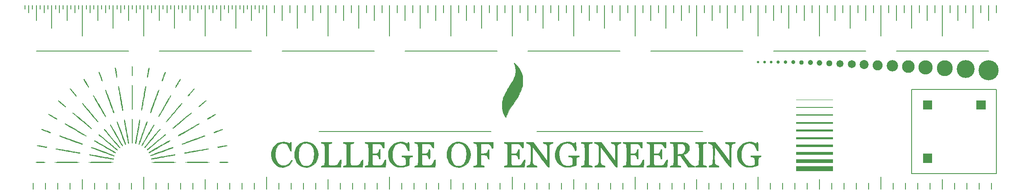
<source format=gbr>
G04 #@! TF.GenerationSoftware,KiCad,Pcbnew,5.1.5-52549c5~84~ubuntu18.04.1*
G04 #@! TF.CreationDate,2020-03-05T17:39:08-06:00*
G04 #@! TF.ProjectId,Valpo-PCB-Ruler,56616c70-6f2d-4504-9342-2d52756c6572,rev?*
G04 #@! TF.SameCoordinates,Original*
G04 #@! TF.FileFunction,Copper,L1,Top*
G04 #@! TF.FilePolarity,Positive*
%FSLAX46Y46*%
G04 Gerber Fmt 4.6, Leading zero omitted, Abs format (unit mm)*
G04 Created by KiCad (PCBNEW 5.1.5-52549c5~84~ubuntu18.04.1) date 2020-03-05 17:39:08*
%MOMM*%
%LPD*%
G04 APERTURE LIST*
%ADD10C,0.200000*%
%ADD11C,0.100000*%
%ADD12C,0.010000*%
%ADD13C,0.482600*%
%ADD14C,0.533400*%
%ADD15C,0.584200*%
%ADD16C,0.660400*%
%ADD17C,0.736600*%
%ADD18C,0.838200*%
%ADD19C,1.041400*%
%ADD20C,1.168400*%
%ADD21C,1.295400*%
%ADD22C,1.473200*%
%ADD23C,1.651000*%
%ADD24C,1.854200*%
%ADD25C,2.082800*%
%ADD26C,2.336800*%
%ADD27C,2.616200*%
%ADD28C,4.165600*%
%ADD29C,3.708400*%
%ADD30C,3.302000*%
%ADD31C,2.946400*%
%ADD32C,0.939800*%
G04 APERTURE END LIST*
D10*
X147955000Y-89693750D02*
X112395000Y-89693750D01*
X191770000Y-89693750D02*
X157480000Y-89693750D01*
X250825000Y-73025000D02*
X231775000Y-73025000D01*
X225425000Y-73025000D02*
X206375000Y-73025000D01*
X200025000Y-73025000D02*
X180975000Y-73025000D01*
X174625000Y-73025000D02*
X155575000Y-73025000D01*
X149225000Y-73025000D02*
X130175000Y-73025000D01*
X123825000Y-73025000D02*
X104775000Y-73025000D01*
X98425000Y-73025000D02*
X79375000Y-73025000D01*
X73025000Y-73025000D02*
X53975000Y-73025000D01*
X231140000Y-101600000D02*
X231140000Y-100330000D01*
X246380000Y-101600000D02*
X246380000Y-100330000D01*
X241300000Y-101600000D02*
X241300000Y-99568000D01*
X233680000Y-101600000D02*
X233680000Y-100330000D01*
X251460000Y-101600000D02*
X251460000Y-100330000D01*
X238760000Y-101600000D02*
X238760000Y-100330000D01*
X236220000Y-101600000D02*
X236220000Y-100330000D01*
X248920000Y-101600000D02*
X248920000Y-100330000D01*
X243840000Y-101600000D02*
X243840000Y-100330000D01*
X205740000Y-101600000D02*
X205740000Y-100330000D01*
X220980000Y-101600000D02*
X220980000Y-100330000D01*
X215900000Y-101600000D02*
X215900000Y-99568000D01*
X208280000Y-101600000D02*
X208280000Y-100330000D01*
X226060000Y-101600000D02*
X226060000Y-100330000D01*
X213360000Y-101600000D02*
X213360000Y-100330000D01*
X210820000Y-101600000D02*
X210820000Y-100330000D01*
X228600000Y-101600000D02*
X228600000Y-99060000D01*
X223520000Y-101600000D02*
X223520000Y-100330000D01*
X218440000Y-101600000D02*
X218440000Y-100330000D01*
X180340000Y-101600000D02*
X180340000Y-100330000D01*
X195580000Y-101600000D02*
X195580000Y-100330000D01*
X190500000Y-101600000D02*
X190500000Y-99568000D01*
X182880000Y-101600000D02*
X182880000Y-100330000D01*
X200660000Y-101600000D02*
X200660000Y-100330000D01*
X187960000Y-101600000D02*
X187960000Y-100330000D01*
X185420000Y-101600000D02*
X185420000Y-100330000D01*
X203200000Y-101600000D02*
X203200000Y-99060000D01*
X198120000Y-101600000D02*
X198120000Y-100330000D01*
X193040000Y-101600000D02*
X193040000Y-100330000D01*
X154940000Y-101600000D02*
X154940000Y-100330000D01*
X170180000Y-101600000D02*
X170180000Y-100330000D01*
X165100000Y-101600000D02*
X165100000Y-99568000D01*
X157480000Y-101600000D02*
X157480000Y-100330000D01*
X175260000Y-101600000D02*
X175260000Y-100330000D01*
X162560000Y-101600000D02*
X162560000Y-100330000D01*
X160020000Y-101600000D02*
X160020000Y-100330000D01*
X177800000Y-101600000D02*
X177800000Y-99060000D01*
X172720000Y-101600000D02*
X172720000Y-100330000D01*
X167640000Y-101600000D02*
X167640000Y-100330000D01*
X129540000Y-101600000D02*
X129540000Y-100330000D01*
X144780000Y-101600000D02*
X144780000Y-100330000D01*
X139700000Y-101600000D02*
X139700000Y-99568000D01*
X132080000Y-101600000D02*
X132080000Y-100330000D01*
X149860000Y-101600000D02*
X149860000Y-100330000D01*
X137160000Y-101600000D02*
X137160000Y-100330000D01*
X134620000Y-101600000D02*
X134620000Y-100330000D01*
X152400000Y-101600000D02*
X152400000Y-99060000D01*
X147320000Y-101600000D02*
X147320000Y-100330000D01*
X142240000Y-101600000D02*
X142240000Y-100330000D01*
X104140000Y-101600000D02*
X104140000Y-100330000D01*
X119380000Y-101600000D02*
X119380000Y-100330000D01*
X114300000Y-101600000D02*
X114300000Y-99568000D01*
X106680000Y-101600000D02*
X106680000Y-100330000D01*
X124460000Y-101600000D02*
X124460000Y-100330000D01*
X111760000Y-101600000D02*
X111760000Y-100330000D01*
X109220000Y-101600000D02*
X109220000Y-100330000D01*
X127000000Y-101600000D02*
X127000000Y-99060000D01*
X121920000Y-101600000D02*
X121920000Y-100330000D01*
X116840000Y-101600000D02*
X116840000Y-100330000D01*
X78740000Y-101600000D02*
X78740000Y-100330000D01*
X93980000Y-101600000D02*
X93980000Y-100330000D01*
X88900000Y-101600000D02*
X88900000Y-99568000D01*
X81280000Y-101600000D02*
X81280000Y-100330000D01*
X99060000Y-101600000D02*
X99060000Y-100330000D01*
X86360000Y-101600000D02*
X86360000Y-100330000D01*
X83820000Y-101600000D02*
X83820000Y-100330000D01*
X101600000Y-101600000D02*
X101600000Y-99060000D01*
X96520000Y-101600000D02*
X96520000Y-100330000D01*
X91440000Y-101600000D02*
X91440000Y-100330000D01*
X76200000Y-101600000D02*
X76200000Y-99060000D01*
X73660000Y-101600000D02*
X73660000Y-100330000D01*
X71120000Y-101600000D02*
X71120000Y-100330000D01*
X68580000Y-101600000D02*
X68580000Y-100330000D01*
X66040000Y-101600000D02*
X66040000Y-100330000D01*
X63500000Y-101600000D02*
X63500000Y-99568000D01*
X60960000Y-101600000D02*
X60960000Y-100330000D01*
X58420000Y-101600000D02*
X58420000Y-100330000D01*
X55880000Y-101600000D02*
X55880000Y-100330000D01*
X53340000Y-101600000D02*
X53340000Y-100330000D01*
X250825000Y-66675000D02*
X250825000Y-63500000D01*
X241300000Y-69850000D02*
X241300000Y-63500000D01*
X252412500Y-65087500D02*
X252412500Y-63500000D01*
X244475000Y-66675000D02*
X244475000Y-63500000D01*
X242887500Y-65087500D02*
X242887500Y-63500000D01*
X230187500Y-65087500D02*
X230187500Y-63500000D01*
X246062500Y-65087500D02*
X246062500Y-63500000D01*
X247650000Y-68262500D02*
X247650000Y-63500000D01*
X239712500Y-65087500D02*
X239712500Y-63500000D01*
X249237500Y-65087500D02*
X249237500Y-63500000D01*
X233362500Y-65087500D02*
X233362500Y-63500000D01*
X236537500Y-65087500D02*
X236537500Y-63500000D01*
X234950000Y-68262500D02*
X234950000Y-63500000D01*
X231775000Y-66675000D02*
X231775000Y-63500000D01*
X238125000Y-66675000D02*
X238125000Y-63500000D01*
X228600000Y-69850000D02*
X228600000Y-63500000D01*
X225425000Y-66675000D02*
X225425000Y-63500000D01*
X215900000Y-69850000D02*
X215900000Y-63500000D01*
X227012500Y-65087500D02*
X227012500Y-63500000D01*
X219075000Y-66675000D02*
X219075000Y-63500000D01*
X217487500Y-65087500D02*
X217487500Y-63500000D01*
X204787500Y-65087500D02*
X204787500Y-63500000D01*
X220662500Y-65087500D02*
X220662500Y-63500000D01*
X222250000Y-68262500D02*
X222250000Y-63500000D01*
X214312500Y-65087500D02*
X214312500Y-63500000D01*
X223837500Y-65087500D02*
X223837500Y-63500000D01*
X207962500Y-65087500D02*
X207962500Y-63500000D01*
X211137500Y-65087500D02*
X211137500Y-63500000D01*
X209550000Y-68262500D02*
X209550000Y-63500000D01*
X206375000Y-66675000D02*
X206375000Y-63500000D01*
X212725000Y-66675000D02*
X212725000Y-63500000D01*
X203200000Y-69850000D02*
X203200000Y-63500000D01*
X200025000Y-66675000D02*
X200025000Y-63500000D01*
X190500000Y-69850000D02*
X190500000Y-63500000D01*
X201612500Y-65087500D02*
X201612500Y-63500000D01*
X193675000Y-66675000D02*
X193675000Y-63500000D01*
X192087500Y-65087500D02*
X192087500Y-63500000D01*
X179387500Y-65087500D02*
X179387500Y-63500000D01*
X195262500Y-65087500D02*
X195262500Y-63500000D01*
X196850000Y-68262500D02*
X196850000Y-63500000D01*
X188912500Y-65087500D02*
X188912500Y-63500000D01*
X198437500Y-65087500D02*
X198437500Y-63500000D01*
X182562500Y-65087500D02*
X182562500Y-63500000D01*
X185737500Y-65087500D02*
X185737500Y-63500000D01*
X184150000Y-68262500D02*
X184150000Y-63500000D01*
X180975000Y-66675000D02*
X180975000Y-63500000D01*
X187325000Y-66675000D02*
X187325000Y-63500000D01*
X177800000Y-69850000D02*
X177800000Y-63500000D01*
X174625000Y-66675000D02*
X174625000Y-63500000D01*
X165100000Y-69850000D02*
X165100000Y-63500000D01*
X176212500Y-65087500D02*
X176212500Y-63500000D01*
X168275000Y-66675000D02*
X168275000Y-63500000D01*
X166687500Y-65087500D02*
X166687500Y-63500000D01*
X153987500Y-65087500D02*
X153987500Y-63500000D01*
X169862500Y-65087500D02*
X169862500Y-63500000D01*
X171450000Y-68262500D02*
X171450000Y-63500000D01*
X163512500Y-65087500D02*
X163512500Y-63500000D01*
X173037500Y-65087500D02*
X173037500Y-63500000D01*
X157162500Y-65087500D02*
X157162500Y-63500000D01*
X160337500Y-65087500D02*
X160337500Y-63500000D01*
X158750000Y-68262500D02*
X158750000Y-63500000D01*
X155575000Y-66675000D02*
X155575000Y-63500000D01*
X161925000Y-66675000D02*
X161925000Y-63500000D01*
X152400000Y-69850000D02*
X152400000Y-63500000D01*
X149225000Y-66675000D02*
X149225000Y-63500000D01*
X139700000Y-69850000D02*
X139700000Y-63500000D01*
X150812500Y-65087500D02*
X150812500Y-63500000D01*
X142875000Y-66675000D02*
X142875000Y-63500000D01*
X141287500Y-65087500D02*
X141287500Y-63500000D01*
X128587500Y-65087500D02*
X128587500Y-63500000D01*
X144462500Y-65087500D02*
X144462500Y-63500000D01*
X146050000Y-68262500D02*
X146050000Y-63500000D01*
X138112500Y-65087500D02*
X138112500Y-63500000D01*
X147637500Y-65087500D02*
X147637500Y-63500000D01*
X131762500Y-65087500D02*
X131762500Y-63500000D01*
X134937500Y-65087500D02*
X134937500Y-63500000D01*
X133350000Y-68262500D02*
X133350000Y-63500000D01*
X130175000Y-66675000D02*
X130175000Y-63500000D01*
X136525000Y-66675000D02*
X136525000Y-63500000D01*
X127000000Y-69850000D02*
X127000000Y-63500000D01*
X123825000Y-66675000D02*
X123825000Y-63500000D01*
X114300000Y-69850000D02*
X114300000Y-63500000D01*
X125412500Y-65087500D02*
X125412500Y-63500000D01*
X117475000Y-66675000D02*
X117475000Y-63500000D01*
X115887500Y-65087500D02*
X115887500Y-63500000D01*
X103187500Y-65087500D02*
X103187500Y-63500000D01*
X119062500Y-65087500D02*
X119062500Y-63500000D01*
X120650000Y-68262500D02*
X120650000Y-63500000D01*
X112712500Y-65087500D02*
X112712500Y-63500000D01*
X122237500Y-65087500D02*
X122237500Y-63500000D01*
X106362500Y-65087500D02*
X106362500Y-63500000D01*
X109537500Y-65087500D02*
X109537500Y-63500000D01*
X107950000Y-68262500D02*
X107950000Y-63500000D01*
X104775000Y-66675000D02*
X104775000Y-63500000D01*
X111125000Y-66675000D02*
X111125000Y-63500000D01*
X100012500Y-65087500D02*
X100012500Y-63500000D01*
X94456250Y-64293750D02*
X94456250Y-63500000D01*
X101600000Y-69850000D02*
X101600000Y-63500000D01*
X92868750Y-64293750D02*
X92868750Y-63500000D01*
X93662500Y-65087500D02*
X93662500Y-63500000D01*
X96837500Y-65087500D02*
X96837500Y-63500000D01*
X90487500Y-65087500D02*
X90487500Y-63500000D01*
X96043750Y-64293750D02*
X96043750Y-63500000D01*
X95250000Y-68262500D02*
X95250000Y-63500000D01*
X91281250Y-64293750D02*
X91281250Y-63500000D01*
X100806250Y-64293750D02*
X100806250Y-63500000D01*
X97631250Y-64293750D02*
X97631250Y-63500000D01*
X99218750Y-64293750D02*
X99218750Y-63500000D01*
X92075000Y-66675000D02*
X92075000Y-63500000D01*
X98425000Y-66675000D02*
X98425000Y-63500000D01*
X89693750Y-64293750D02*
X89693750Y-63500000D01*
X87312500Y-65087500D02*
X87312500Y-63500000D01*
X81756250Y-64293750D02*
X81756250Y-63500000D01*
X88900000Y-69850000D02*
X88900000Y-63500000D01*
X80168750Y-64293750D02*
X80168750Y-63500000D01*
X80962500Y-65087500D02*
X80962500Y-63500000D01*
X84137500Y-65087500D02*
X84137500Y-63500000D01*
X77787500Y-65087500D02*
X77787500Y-63500000D01*
X83343750Y-64293750D02*
X83343750Y-63500000D01*
X82550000Y-68262500D02*
X82550000Y-63500000D01*
X78581250Y-64293750D02*
X78581250Y-63500000D01*
X88106250Y-64293750D02*
X88106250Y-63500000D01*
X84931250Y-64293750D02*
X84931250Y-63500000D01*
X86518750Y-64293750D02*
X86518750Y-63500000D01*
X79375000Y-66675000D02*
X79375000Y-63500000D01*
X85725000Y-66675000D02*
X85725000Y-63500000D01*
X76993750Y-64293750D02*
X76993750Y-63500000D01*
X74612500Y-65087500D02*
X74612500Y-63500000D01*
X69056250Y-64293750D02*
X69056250Y-63500000D01*
X76200000Y-69850000D02*
X76200000Y-63500000D01*
X67468750Y-64293750D02*
X67468750Y-63500000D01*
X68262500Y-65087500D02*
X68262500Y-63500000D01*
X71437500Y-65087500D02*
X71437500Y-63500000D01*
X65087500Y-65087500D02*
X65087500Y-63500000D01*
X70643750Y-64293750D02*
X70643750Y-63500000D01*
X69850000Y-68262500D02*
X69850000Y-63500000D01*
X65881250Y-64293750D02*
X65881250Y-63500000D01*
X75406250Y-64293750D02*
X75406250Y-63500000D01*
X72231250Y-64293750D02*
X72231250Y-63500000D01*
X73818750Y-64293750D02*
X73818750Y-63500000D01*
X66675000Y-66675000D02*
X66675000Y-63500000D01*
X73025000Y-66675000D02*
X73025000Y-63500000D01*
X64293750Y-64293750D02*
X64293750Y-63500000D01*
X63500000Y-69850000D02*
X63500000Y-63500000D01*
X60325000Y-66675000D02*
X60325000Y-63500000D01*
X57150000Y-68262500D02*
X57150000Y-63500000D01*
X53975000Y-66675000D02*
X53975000Y-63500000D01*
X61912500Y-65087500D02*
X61912500Y-63500000D01*
X58737500Y-65087500D02*
X58737500Y-63500000D01*
X55562500Y-65087500D02*
X55562500Y-63500000D01*
X62706250Y-64293750D02*
X62706250Y-63500000D01*
X61118750Y-64293750D02*
X61118750Y-63500000D01*
X59531250Y-64293750D02*
X59531250Y-63500000D01*
X57943750Y-64293750D02*
X57943750Y-63500000D01*
X56356250Y-64293750D02*
X56356250Y-63500000D01*
X54768750Y-64293750D02*
X54768750Y-63500000D01*
X53181250Y-64293750D02*
X53181250Y-63500000D01*
X52387500Y-65087500D02*
X52387500Y-63500000D01*
X51593750Y-64293750D02*
X51593750Y-63500000D01*
X252412500Y-98425000D02*
X252412500Y-80962500D01*
X252412500Y-80962500D02*
X234950000Y-80962500D01*
X234950000Y-98425000D02*
X252412500Y-98425000D01*
X234950000Y-80962500D02*
X234950000Y-98425000D01*
D11*
G36*
X218678121Y-89695388D02*
G01*
X211058121Y-89695388D01*
X211058121Y-89288988D01*
X218678121Y-89288988D01*
X218678121Y-89695388D01*
G37*
G36*
X218678121Y-92921188D02*
G01*
X211058121Y-92921188D01*
X211058121Y-92413188D01*
X218678121Y-92413188D01*
X218678121Y-92921188D01*
G37*
G36*
X218678121Y-97937688D02*
G01*
X211058121Y-97937688D01*
X211058121Y-96921688D01*
X218678121Y-96921688D01*
X218678121Y-97937688D01*
G37*
G36*
X218678121Y-96223188D02*
G01*
X211058121Y-96223188D01*
X211058121Y-95461188D01*
X218678121Y-95461188D01*
X218678121Y-96223188D01*
G37*
G36*
X218678121Y-94559488D02*
G01*
X211058121Y-94559488D01*
X211058121Y-93949888D01*
X218678121Y-93949888D01*
X218678121Y-94559488D01*
G37*
G36*
X218678121Y-91308288D02*
G01*
X211058121Y-91308288D01*
X211058121Y-90851088D01*
X218678121Y-90851088D01*
X218678121Y-91308288D01*
G37*
G36*
X218678121Y-88057088D02*
G01*
X211058121Y-88057088D01*
X211058121Y-87752288D01*
X218678121Y-87752288D01*
X218678121Y-88057088D01*
G37*
G36*
X218678121Y-86444188D02*
G01*
X211058121Y-86444188D01*
X211058121Y-86190188D01*
X218678121Y-86190188D01*
X218678121Y-86444188D01*
G37*
G36*
X218678121Y-84831288D02*
G01*
X211058121Y-84831288D01*
X211058121Y-84628088D01*
X218678121Y-84628088D01*
X218678121Y-84831288D01*
G37*
G36*
X218678121Y-83218388D02*
G01*
X211058121Y-83218388D01*
X211058121Y-83065988D01*
X218678121Y-83065988D01*
X218678121Y-83218388D01*
G37*
D12*
G36*
X55086793Y-96002591D02*
G01*
X55314025Y-96004134D01*
X55485519Y-96007199D01*
X55608684Y-96012190D01*
X55690925Y-96019512D01*
X55739651Y-96029568D01*
X55762270Y-96042763D01*
X55766556Y-96055084D01*
X55758774Y-96070922D01*
X55730491Y-96083317D01*
X55674299Y-96092671D01*
X55582792Y-96099389D01*
X55448560Y-96103875D01*
X55264199Y-96106533D01*
X55022299Y-96107766D01*
X54796417Y-96108000D01*
X54506041Y-96107576D01*
X54278809Y-96106033D01*
X54107315Y-96102968D01*
X53984150Y-96097977D01*
X53901909Y-96090655D01*
X53853182Y-96080599D01*
X53830564Y-96067404D01*
X53826278Y-96055084D01*
X53834060Y-96039245D01*
X53862343Y-96026850D01*
X53918534Y-96017496D01*
X54010042Y-96010778D01*
X54144273Y-96006292D01*
X54328635Y-96003634D01*
X54570535Y-96002401D01*
X54796417Y-96002167D01*
X55086793Y-96002591D01*
G37*
X55086793Y-96002591D02*
X55314025Y-96004134D01*
X55485519Y-96007199D01*
X55608684Y-96012190D01*
X55690925Y-96019512D01*
X55739651Y-96029568D01*
X55762270Y-96042763D01*
X55766556Y-96055084D01*
X55758774Y-96070922D01*
X55730491Y-96083317D01*
X55674299Y-96092671D01*
X55582792Y-96099389D01*
X55448560Y-96103875D01*
X55264199Y-96106533D01*
X55022299Y-96107766D01*
X54796417Y-96108000D01*
X54506041Y-96107576D01*
X54278809Y-96106033D01*
X54107315Y-96102968D01*
X53984150Y-96097977D01*
X53901909Y-96090655D01*
X53853182Y-96080599D01*
X53830564Y-96067404D01*
X53826278Y-96055084D01*
X53834060Y-96039245D01*
X53862343Y-96026850D01*
X53918534Y-96017496D01*
X54010042Y-96010778D01*
X54144273Y-96006292D01*
X54328635Y-96003634D01*
X54570535Y-96002401D01*
X54796417Y-96002167D01*
X55086793Y-96002591D01*
G36*
X60749678Y-96002296D02*
G01*
X61170054Y-96002748D01*
X61529112Y-96003622D01*
X61831473Y-96005014D01*
X62081753Y-96007022D01*
X62284574Y-96009745D01*
X62444553Y-96013280D01*
X62566309Y-96017724D01*
X62654461Y-96023176D01*
X62713629Y-96029733D01*
X62748431Y-96037493D01*
X62763487Y-96046553D01*
X62764313Y-96055084D01*
X62753761Y-96065357D01*
X62727410Y-96074233D01*
X62680557Y-96081813D01*
X62608495Y-96088194D01*
X62506517Y-96093475D01*
X62369918Y-96097755D01*
X62193993Y-96101133D01*
X61974035Y-96103708D01*
X61705338Y-96105577D01*
X61383197Y-96106841D01*
X61002906Y-96107598D01*
X60559758Y-96107946D01*
X60243059Y-96108000D01*
X59758186Y-96107865D01*
X59339197Y-96107394D01*
X58981420Y-96106489D01*
X58680183Y-96105050D01*
X58430816Y-96102978D01*
X58228646Y-96100175D01*
X58069002Y-96096542D01*
X57947212Y-96091980D01*
X57858606Y-96086390D01*
X57798511Y-96079674D01*
X57762255Y-96071732D01*
X57745169Y-96062466D01*
X57742111Y-96055084D01*
X57748484Y-96044863D01*
X57770703Y-96036026D01*
X57813423Y-96028474D01*
X57881295Y-96022110D01*
X57978973Y-96016836D01*
X58111109Y-96012555D01*
X58282357Y-96009168D01*
X58497370Y-96006579D01*
X58760800Y-96004689D01*
X59077301Y-96003402D01*
X59451525Y-96002618D01*
X59888126Y-96002241D01*
X60263365Y-96002167D01*
X60749678Y-96002296D01*
G37*
X60749678Y-96002296D02*
X61170054Y-96002748D01*
X61529112Y-96003622D01*
X61831473Y-96005014D01*
X62081753Y-96007022D01*
X62284574Y-96009745D01*
X62444553Y-96013280D01*
X62566309Y-96017724D01*
X62654461Y-96023176D01*
X62713629Y-96029733D01*
X62748431Y-96037493D01*
X62763487Y-96046553D01*
X62764313Y-96055084D01*
X62753761Y-96065357D01*
X62727410Y-96074233D01*
X62680557Y-96081813D01*
X62608495Y-96088194D01*
X62506517Y-96093475D01*
X62369918Y-96097755D01*
X62193993Y-96101133D01*
X61974035Y-96103708D01*
X61705338Y-96105577D01*
X61383197Y-96106841D01*
X61002906Y-96107598D01*
X60559758Y-96107946D01*
X60243059Y-96108000D01*
X59758186Y-96107865D01*
X59339197Y-96107394D01*
X58981420Y-96106489D01*
X58680183Y-96105050D01*
X58430816Y-96102978D01*
X58228646Y-96100175D01*
X58069002Y-96096542D01*
X57947212Y-96091980D01*
X57858606Y-96086390D01*
X57798511Y-96079674D01*
X57762255Y-96071732D01*
X57745169Y-96062466D01*
X57742111Y-96055084D01*
X57748484Y-96044863D01*
X57770703Y-96036026D01*
X57813423Y-96028474D01*
X57881295Y-96022110D01*
X57978973Y-96016836D01*
X58111109Y-96012555D01*
X58282357Y-96009168D01*
X58497370Y-96006579D01*
X58760800Y-96004689D01*
X59077301Y-96003402D01*
X59451525Y-96002618D01*
X59888126Y-96002241D01*
X60263365Y-96002167D01*
X60749678Y-96002296D01*
G36*
X67769955Y-96002296D02*
G01*
X68190331Y-96002748D01*
X68549390Y-96003622D01*
X68851750Y-96005014D01*
X69102031Y-96007022D01*
X69304852Y-96009745D01*
X69464830Y-96013280D01*
X69586587Y-96017724D01*
X69674739Y-96023176D01*
X69733907Y-96029733D01*
X69768709Y-96037493D01*
X69783764Y-96046553D01*
X69784591Y-96055084D01*
X69774038Y-96065357D01*
X69747688Y-96074233D01*
X69700835Y-96081813D01*
X69628772Y-96088194D01*
X69526795Y-96093475D01*
X69390196Y-96097755D01*
X69214271Y-96101133D01*
X68994313Y-96103708D01*
X68725616Y-96105577D01*
X68403475Y-96106841D01*
X68023183Y-96107598D01*
X67580036Y-96107946D01*
X67263337Y-96108000D01*
X66778464Y-96107865D01*
X66359475Y-96107394D01*
X66001698Y-96106489D01*
X65700461Y-96105050D01*
X65451094Y-96102978D01*
X65248924Y-96100175D01*
X65089280Y-96096542D01*
X64967490Y-96091980D01*
X64878884Y-96086390D01*
X64818788Y-96079674D01*
X64782533Y-96071732D01*
X64765446Y-96062466D01*
X64762389Y-96055084D01*
X64768762Y-96044863D01*
X64790981Y-96036026D01*
X64833700Y-96028474D01*
X64901573Y-96022110D01*
X64999250Y-96016836D01*
X65131387Y-96012555D01*
X65302635Y-96009168D01*
X65517648Y-96006579D01*
X65781078Y-96004689D01*
X66097579Y-96003402D01*
X66471803Y-96002618D01*
X66908403Y-96002241D01*
X67283643Y-96002167D01*
X67769955Y-96002296D01*
G37*
X67769955Y-96002296D02*
X68190331Y-96002748D01*
X68549390Y-96003622D01*
X68851750Y-96005014D01*
X69102031Y-96007022D01*
X69304852Y-96009745D01*
X69464830Y-96013280D01*
X69586587Y-96017724D01*
X69674739Y-96023176D01*
X69733907Y-96029733D01*
X69768709Y-96037493D01*
X69783764Y-96046553D01*
X69784591Y-96055084D01*
X69774038Y-96065357D01*
X69747688Y-96074233D01*
X69700835Y-96081813D01*
X69628772Y-96088194D01*
X69526795Y-96093475D01*
X69390196Y-96097755D01*
X69214271Y-96101133D01*
X68994313Y-96103708D01*
X68725616Y-96105577D01*
X68403475Y-96106841D01*
X68023183Y-96107598D01*
X67580036Y-96107946D01*
X67263337Y-96108000D01*
X66778464Y-96107865D01*
X66359475Y-96107394D01*
X66001698Y-96106489D01*
X65700461Y-96105050D01*
X65451094Y-96102978D01*
X65248924Y-96100175D01*
X65089280Y-96096542D01*
X64967490Y-96091980D01*
X64878884Y-96086390D01*
X64818788Y-96079674D01*
X64782533Y-96071732D01*
X64765446Y-96062466D01*
X64762389Y-96055084D01*
X64768762Y-96044863D01*
X64790981Y-96036026D01*
X64833700Y-96028474D01*
X64901573Y-96022110D01*
X64999250Y-96016836D01*
X65131387Y-96012555D01*
X65302635Y-96009168D01*
X65517648Y-96006579D01*
X65781078Y-96004689D01*
X66097579Y-96003402D01*
X66471803Y-96002618D01*
X66908403Y-96002241D01*
X67283643Y-96002167D01*
X67769955Y-96002296D01*
G36*
X80734596Y-96002302D02*
G01*
X81153972Y-96002772D01*
X81512129Y-96003676D01*
X81813734Y-96005112D01*
X82063457Y-96007180D01*
X82265965Y-96009977D01*
X82425926Y-96013603D01*
X82548008Y-96018155D01*
X82636879Y-96023734D01*
X82697208Y-96030436D01*
X82733662Y-96038362D01*
X82750910Y-96047609D01*
X82754056Y-96055084D01*
X82747668Y-96065381D01*
X82725378Y-96074273D01*
X82682496Y-96081861D01*
X82614332Y-96088245D01*
X82516196Y-96093523D01*
X82383399Y-96097797D01*
X82211250Y-96101166D01*
X81995060Y-96103731D01*
X81730140Y-96105591D01*
X81411798Y-96106847D01*
X81035347Y-96107598D01*
X80596094Y-96107945D01*
X80272852Y-96108000D01*
X79860736Y-96107674D01*
X79469365Y-96106731D01*
X79104442Y-96105225D01*
X78771670Y-96103210D01*
X78476753Y-96100739D01*
X78225392Y-96097865D01*
X78023292Y-96094642D01*
X77876155Y-96091124D01*
X77789685Y-96087364D01*
X77768130Y-96084482D01*
X77744693Y-96034092D01*
X77744611Y-96031565D01*
X77778955Y-96026713D01*
X77878248Y-96022112D01*
X78036887Y-96017826D01*
X78249265Y-96013921D01*
X78509779Y-96010463D01*
X78812821Y-96007518D01*
X79152788Y-96005153D01*
X79524074Y-96003431D01*
X79921074Y-96002420D01*
X80249334Y-96002167D01*
X80734596Y-96002302D01*
G37*
X80734596Y-96002302D02*
X81153972Y-96002772D01*
X81512129Y-96003676D01*
X81813734Y-96005112D01*
X82063457Y-96007180D01*
X82265965Y-96009977D01*
X82425926Y-96013603D01*
X82548008Y-96018155D01*
X82636879Y-96023734D01*
X82697208Y-96030436D01*
X82733662Y-96038362D01*
X82750910Y-96047609D01*
X82754056Y-96055084D01*
X82747668Y-96065381D01*
X82725378Y-96074273D01*
X82682496Y-96081861D01*
X82614332Y-96088245D01*
X82516196Y-96093523D01*
X82383399Y-96097797D01*
X82211250Y-96101166D01*
X81995060Y-96103731D01*
X81730140Y-96105591D01*
X81411798Y-96106847D01*
X81035347Y-96107598D01*
X80596094Y-96107945D01*
X80272852Y-96108000D01*
X79860736Y-96107674D01*
X79469365Y-96106731D01*
X79104442Y-96105225D01*
X78771670Y-96103210D01*
X78476753Y-96100739D01*
X78225392Y-96097865D01*
X78023292Y-96094642D01*
X77876155Y-96091124D01*
X77789685Y-96087364D01*
X77768130Y-96084482D01*
X77744693Y-96034092D01*
X77744611Y-96031565D01*
X77778955Y-96026713D01*
X77878248Y-96022112D01*
X78036887Y-96017826D01*
X78249265Y-96013921D01*
X78509779Y-96010463D01*
X78812821Y-96007518D01*
X79152788Y-96005153D01*
X79524074Y-96003431D01*
X79921074Y-96002420D01*
X80249334Y-96002167D01*
X80734596Y-96002302D01*
G36*
X87720589Y-96002302D02*
G01*
X88139852Y-96002772D01*
X88497897Y-96003676D01*
X88799394Y-96005114D01*
X89049013Y-96007182D01*
X89251422Y-96009981D01*
X89411290Y-96013609D01*
X89533286Y-96018165D01*
X89622080Y-96023746D01*
X89682340Y-96030453D01*
X89718735Y-96038383D01*
X89735936Y-96047636D01*
X89739056Y-96055084D01*
X89732669Y-96065377D01*
X89710382Y-96074266D01*
X89667509Y-96081852D01*
X89599360Y-96088235D01*
X89501249Y-96093513D01*
X89368487Y-96097787D01*
X89196386Y-96101158D01*
X88980259Y-96103724D01*
X88715418Y-96105585D01*
X88397174Y-96106843D01*
X88020841Y-96107595D01*
X87581730Y-96107944D01*
X87255747Y-96108000D01*
X86771996Y-96107859D01*
X86354078Y-96107370D01*
X85997270Y-96106431D01*
X85696850Y-96104945D01*
X85448094Y-96102811D01*
X85246280Y-96099928D01*
X85086686Y-96096198D01*
X84964590Y-96091520D01*
X84875267Y-96085795D01*
X84813997Y-96078923D01*
X84776057Y-96070804D01*
X84756723Y-96061338D01*
X84752132Y-96055084D01*
X84754356Y-96044842D01*
X84772538Y-96035992D01*
X84811313Y-96028433D01*
X84875315Y-96022067D01*
X84969178Y-96016796D01*
X85097538Y-96012520D01*
X85265030Y-96009142D01*
X85476287Y-96006561D01*
X85735945Y-96004680D01*
X86048639Y-96003399D01*
X86419002Y-96002620D01*
X86851671Y-96002244D01*
X87235441Y-96002167D01*
X87720589Y-96002302D01*
G37*
X87720589Y-96002302D02*
X88139852Y-96002772D01*
X88497897Y-96003676D01*
X88799394Y-96005114D01*
X89049013Y-96007182D01*
X89251422Y-96009981D01*
X89411290Y-96013609D01*
X89533286Y-96018165D01*
X89622080Y-96023746D01*
X89682340Y-96030453D01*
X89718735Y-96038383D01*
X89735936Y-96047636D01*
X89739056Y-96055084D01*
X89732669Y-96065377D01*
X89710382Y-96074266D01*
X89667509Y-96081852D01*
X89599360Y-96088235D01*
X89501249Y-96093513D01*
X89368487Y-96097787D01*
X89196386Y-96101158D01*
X88980259Y-96103724D01*
X88715418Y-96105585D01*
X88397174Y-96106843D01*
X88020841Y-96107595D01*
X87581730Y-96107944D01*
X87255747Y-96108000D01*
X86771996Y-96107859D01*
X86354078Y-96107370D01*
X85997270Y-96106431D01*
X85696850Y-96104945D01*
X85448094Y-96102811D01*
X85246280Y-96099928D01*
X85086686Y-96096198D01*
X84964590Y-96091520D01*
X84875267Y-96085795D01*
X84813997Y-96078923D01*
X84776057Y-96070804D01*
X84756723Y-96061338D01*
X84752132Y-96055084D01*
X84754356Y-96044842D01*
X84772538Y-96035992D01*
X84811313Y-96028433D01*
X84875315Y-96022067D01*
X84969178Y-96016796D01*
X85097538Y-96012520D01*
X85265030Y-96009142D01*
X85476287Y-96006561D01*
X85735945Y-96004680D01*
X86048639Y-96003399D01*
X86419002Y-96002620D01*
X86851671Y-96002244D01*
X87235441Y-96002167D01*
X87720589Y-96002302D01*
G36*
X92976051Y-96002592D02*
G01*
X93203104Y-96004137D01*
X93374428Y-96007207D01*
X93497434Y-96012206D01*
X93579534Y-96019539D01*
X93628138Y-96029611D01*
X93650658Y-96042827D01*
X93654889Y-96055084D01*
X93647058Y-96071082D01*
X93618574Y-96083562D01*
X93561949Y-96092943D01*
X93469699Y-96099641D01*
X93334335Y-96104075D01*
X93148372Y-96106661D01*
X92904323Y-96107817D01*
X92706163Y-96108000D01*
X92417911Y-96107526D01*
X92192587Y-96105824D01*
X92022567Y-96102480D01*
X91900229Y-96097076D01*
X91817949Y-96089197D01*
X91768104Y-96078426D01*
X91743070Y-96064347D01*
X91737132Y-96055084D01*
X91738237Y-96039294D01*
X91759944Y-96026939D01*
X91809529Y-96017610D01*
X91894269Y-96010903D01*
X92021441Y-96006412D01*
X92198322Y-96003730D01*
X92432188Y-96002452D01*
X92685857Y-96002167D01*
X92976051Y-96002592D01*
G37*
X92976051Y-96002592D02*
X93203104Y-96004137D01*
X93374428Y-96007207D01*
X93497434Y-96012206D01*
X93579534Y-96019539D01*
X93628138Y-96029611D01*
X93650658Y-96042827D01*
X93654889Y-96055084D01*
X93647058Y-96071082D01*
X93618574Y-96083562D01*
X93561949Y-96092943D01*
X93469699Y-96099641D01*
X93334335Y-96104075D01*
X93148372Y-96106661D01*
X92904323Y-96107817D01*
X92706163Y-96108000D01*
X92417911Y-96107526D01*
X92192587Y-96105824D01*
X92022567Y-96102480D01*
X91900229Y-96097076D01*
X91817949Y-96089197D01*
X91768104Y-96078426D01*
X91743070Y-96064347D01*
X91737132Y-96055084D01*
X91738237Y-96039294D01*
X91759944Y-96026939D01*
X91809529Y-96017610D01*
X91894269Y-96010903D01*
X92021441Y-96006412D01*
X92198322Y-96003730D01*
X92432188Y-96002452D01*
X92685857Y-96002167D01*
X92976051Y-96002592D01*
G36*
X65007679Y-94469207D02*
G01*
X65101513Y-94479136D01*
X65230239Y-94496391D01*
X65398264Y-94521654D01*
X65609996Y-94555610D01*
X65869842Y-94598942D01*
X66182211Y-94652334D01*
X66551510Y-94716469D01*
X66982147Y-94792030D01*
X67389678Y-94863978D01*
X67797254Y-94936200D01*
X68184122Y-95004984D01*
X68544731Y-95069329D01*
X68873533Y-95128233D01*
X69164977Y-95180695D01*
X69413514Y-95225714D01*
X69613594Y-95262289D01*
X69759667Y-95289419D01*
X69846184Y-95306102D01*
X69868772Y-95311235D01*
X69870941Y-95353446D01*
X69836232Y-95403989D01*
X69787088Y-95432995D01*
X69776879Y-95433544D01*
X69733195Y-95426793D01*
X69625823Y-95408645D01*
X69460531Y-95380114D01*
X69243087Y-95342211D01*
X68979257Y-95295951D01*
X68674811Y-95242345D01*
X68335515Y-95182407D01*
X67967138Y-95117149D01*
X67575447Y-95047584D01*
X67313775Y-95001017D01*
X66911170Y-94929043D01*
X66529025Y-94860200D01*
X66173001Y-94795542D01*
X65848762Y-94736121D01*
X65561971Y-94682991D01*
X65318292Y-94637206D01*
X65123387Y-94599820D01*
X64982919Y-94571885D01*
X64902551Y-94554456D01*
X64885194Y-94549231D01*
X64880036Y-94503276D01*
X64891447Y-94476535D01*
X64907054Y-94468590D01*
X64944328Y-94465919D01*
X65007679Y-94469207D01*
G37*
X65007679Y-94469207D02*
X65101513Y-94479136D01*
X65230239Y-94496391D01*
X65398264Y-94521654D01*
X65609996Y-94555610D01*
X65869842Y-94598942D01*
X66182211Y-94652334D01*
X66551510Y-94716469D01*
X66982147Y-94792030D01*
X67389678Y-94863978D01*
X67797254Y-94936200D01*
X68184122Y-95004984D01*
X68544731Y-95069329D01*
X68873533Y-95128233D01*
X69164977Y-95180695D01*
X69413514Y-95225714D01*
X69613594Y-95262289D01*
X69759667Y-95289419D01*
X69846184Y-95306102D01*
X69868772Y-95311235D01*
X69870941Y-95353446D01*
X69836232Y-95403989D01*
X69787088Y-95432995D01*
X69776879Y-95433544D01*
X69733195Y-95426793D01*
X69625823Y-95408645D01*
X69460531Y-95380114D01*
X69243087Y-95342211D01*
X68979257Y-95295951D01*
X68674811Y-95242345D01*
X68335515Y-95182407D01*
X67967138Y-95117149D01*
X67575447Y-95047584D01*
X67313775Y-95001017D01*
X66911170Y-94929043D01*
X66529025Y-94860200D01*
X66173001Y-94795542D01*
X65848762Y-94736121D01*
X65561971Y-94682991D01*
X65318292Y-94637206D01*
X65123387Y-94599820D01*
X64982919Y-94571885D01*
X64902551Y-94554456D01*
X64885194Y-94549231D01*
X64880036Y-94503276D01*
X64891447Y-94476535D01*
X64907054Y-94468590D01*
X64944328Y-94465919D01*
X65007679Y-94469207D01*
G36*
X82568431Y-94471539D02*
G01*
X82609819Y-94477954D01*
X82633677Y-94490029D01*
X82644725Y-94507148D01*
X82647682Y-94528648D01*
X82648437Y-94535027D01*
X82647257Y-94540859D01*
X82639413Y-94547036D01*
X82620178Y-94554451D01*
X82584822Y-94563998D01*
X82528617Y-94576570D01*
X82446834Y-94593059D01*
X82334744Y-94614359D01*
X82187619Y-94641362D01*
X82000730Y-94674963D01*
X81769348Y-94716053D01*
X81488745Y-94765525D01*
X81154191Y-94824274D01*
X80760960Y-94893192D01*
X80304320Y-94973172D01*
X80161139Y-94998251D01*
X79763950Y-95067923D01*
X79386438Y-95134336D01*
X79034475Y-95196444D01*
X78713935Y-95253201D01*
X78430690Y-95303562D01*
X78190615Y-95346482D01*
X77999581Y-95380914D01*
X77863462Y-95405814D01*
X77788132Y-95420136D01*
X77775247Y-95422959D01*
X77715432Y-95409882D01*
X77695042Y-95380808D01*
X77684401Y-95321808D01*
X77690486Y-95303700D01*
X77727366Y-95294714D01*
X77828140Y-95274569D01*
X77987204Y-95244290D01*
X78198957Y-95204900D01*
X78457794Y-95157423D01*
X78758115Y-95102881D01*
X79094315Y-95042300D01*
X79460792Y-94976702D01*
X79851944Y-94907111D01*
X80151941Y-94854006D01*
X80628243Y-94769987D01*
X81039812Y-94697781D01*
X81391369Y-94636771D01*
X81687635Y-94586344D01*
X81933329Y-94545883D01*
X82133171Y-94514773D01*
X82291882Y-94492399D01*
X82414183Y-94478146D01*
X82504792Y-94471397D01*
X82568431Y-94471539D01*
G37*
X82568431Y-94471539D02*
X82609819Y-94477954D01*
X82633677Y-94490029D01*
X82644725Y-94507148D01*
X82647682Y-94528648D01*
X82648437Y-94535027D01*
X82647257Y-94540859D01*
X82639413Y-94547036D01*
X82620178Y-94554451D01*
X82584822Y-94563998D01*
X82528617Y-94576570D01*
X82446834Y-94593059D01*
X82334744Y-94614359D01*
X82187619Y-94641362D01*
X82000730Y-94674963D01*
X81769348Y-94716053D01*
X81488745Y-94765525D01*
X81154191Y-94824274D01*
X80760960Y-94893192D01*
X80304320Y-94973172D01*
X80161139Y-94998251D01*
X79763950Y-95067923D01*
X79386438Y-95134336D01*
X79034475Y-95196444D01*
X78713935Y-95253201D01*
X78430690Y-95303562D01*
X78190615Y-95346482D01*
X77999581Y-95380914D01*
X77863462Y-95405814D01*
X77788132Y-95420136D01*
X77775247Y-95422959D01*
X77715432Y-95409882D01*
X77695042Y-95380808D01*
X77684401Y-95321808D01*
X77690486Y-95303700D01*
X77727366Y-95294714D01*
X77828140Y-95274569D01*
X77987204Y-95244290D01*
X78198957Y-95204900D01*
X78457794Y-95157423D01*
X78758115Y-95102881D01*
X79094315Y-95042300D01*
X79460792Y-94976702D01*
X79851944Y-94907111D01*
X80151941Y-94854006D01*
X80628243Y-94769987D01*
X81039812Y-94697781D01*
X81391369Y-94636771D01*
X81687635Y-94586344D01*
X81933329Y-94545883D01*
X82133171Y-94514773D01*
X82291882Y-94492399D01*
X82414183Y-94478146D01*
X82504792Y-94471397D01*
X82568431Y-94471539D01*
G36*
X65365025Y-92958822D02*
G01*
X65464033Y-92989523D01*
X65618510Y-93040847D01*
X65823084Y-93110913D01*
X66072387Y-93197840D01*
X66361049Y-93299744D01*
X66683701Y-93414744D01*
X67034973Y-93540958D01*
X67409496Y-93676503D01*
X67709142Y-93785610D01*
X68185040Y-93959720D01*
X68597865Y-94111615D01*
X68951054Y-94242635D01*
X69248045Y-94354118D01*
X69492272Y-94447401D01*
X69687173Y-94523824D01*
X69836184Y-94584724D01*
X69942741Y-94631441D01*
X70010281Y-94665312D01*
X70042240Y-94687676D01*
X70045870Y-94695702D01*
X70007673Y-94746333D01*
X69983095Y-94754425D01*
X69941984Y-94743443D01*
X69840145Y-94709948D01*
X69683030Y-94655885D01*
X69476091Y-94583199D01*
X69224782Y-94493835D01*
X68934553Y-94389740D01*
X68610858Y-94272857D01*
X68259149Y-94145133D01*
X67884879Y-94008513D01*
X67611122Y-93908163D01*
X67217953Y-93763209D01*
X66847123Y-93625349D01*
X66503727Y-93496545D01*
X66192860Y-93378762D01*
X65919616Y-93273962D01*
X65689091Y-93184109D01*
X65506378Y-93111164D01*
X65376573Y-93057091D01*
X65304771Y-93023853D01*
X65291608Y-93014457D01*
X65317283Y-92958123D01*
X65326853Y-92950627D01*
X65365025Y-92958822D01*
G37*
X65365025Y-92958822D02*
X65464033Y-92989523D01*
X65618510Y-93040847D01*
X65823084Y-93110913D01*
X66072387Y-93197840D01*
X66361049Y-93299744D01*
X66683701Y-93414744D01*
X67034973Y-93540958D01*
X67409496Y-93676503D01*
X67709142Y-93785610D01*
X68185040Y-93959720D01*
X68597865Y-94111615D01*
X68951054Y-94242635D01*
X69248045Y-94354118D01*
X69492272Y-94447401D01*
X69687173Y-94523824D01*
X69836184Y-94584724D01*
X69942741Y-94631441D01*
X70010281Y-94665312D01*
X70042240Y-94687676D01*
X70045870Y-94695702D01*
X70007673Y-94746333D01*
X69983095Y-94754425D01*
X69941984Y-94743443D01*
X69840145Y-94709948D01*
X69683030Y-94655885D01*
X69476091Y-94583199D01*
X69224782Y-94493835D01*
X68934553Y-94389740D01*
X68610858Y-94272857D01*
X68259149Y-94145133D01*
X67884879Y-94008513D01*
X67611122Y-93908163D01*
X67217953Y-93763209D01*
X66847123Y-93625349D01*
X66503727Y-93496545D01*
X66192860Y-93378762D01*
X65919616Y-93273962D01*
X65689091Y-93184109D01*
X65506378Y-93111164D01*
X65376573Y-93057091D01*
X65304771Y-93023853D01*
X65291608Y-93014457D01*
X65317283Y-92958123D01*
X65326853Y-92950627D01*
X65365025Y-92958822D01*
G36*
X82196305Y-92954707D02*
G01*
X82202086Y-92959209D01*
X82213084Y-93017345D01*
X82202086Y-93037736D01*
X82164708Y-93054092D01*
X82066406Y-93092520D01*
X81912578Y-93151013D01*
X81708621Y-93227566D01*
X81459931Y-93320173D01*
X81171906Y-93426830D01*
X80849943Y-93545530D01*
X80499439Y-93674268D01*
X80125791Y-93811040D01*
X79849647Y-93911838D01*
X79390637Y-94078939D01*
X78993562Y-94222873D01*
X78654225Y-94345058D01*
X78368425Y-94446914D01*
X78131966Y-94529859D01*
X77940647Y-94595310D01*
X77790272Y-94644686D01*
X77676642Y-94679406D01*
X77595557Y-94700888D01*
X77542820Y-94710550D01*
X77514232Y-94709810D01*
X77506200Y-94703519D01*
X77513483Y-94640590D01*
X77537915Y-94615148D01*
X77579198Y-94597714D01*
X77681276Y-94558192D01*
X77838645Y-94498626D01*
X78045801Y-94421059D01*
X78297239Y-94327537D01*
X78587454Y-94220102D01*
X78910942Y-94100800D01*
X79262199Y-93971674D01*
X79635719Y-93834767D01*
X79881362Y-93744941D01*
X80338395Y-93578235D01*
X80733518Y-93434765D01*
X81070930Y-93313112D01*
X81354828Y-93211853D01*
X81589409Y-93129567D01*
X81778871Y-93064833D01*
X81927411Y-93016230D01*
X82039227Y-92982338D01*
X82118517Y-92961733D01*
X82169477Y-92952997D01*
X82196305Y-92954707D01*
G37*
X82196305Y-92954707D02*
X82202086Y-92959209D01*
X82213084Y-93017345D01*
X82202086Y-93037736D01*
X82164708Y-93054092D01*
X82066406Y-93092520D01*
X81912578Y-93151013D01*
X81708621Y-93227566D01*
X81459931Y-93320173D01*
X81171906Y-93426830D01*
X80849943Y-93545530D01*
X80499439Y-93674268D01*
X80125791Y-93811040D01*
X79849647Y-93911838D01*
X79390637Y-94078939D01*
X78993562Y-94222873D01*
X78654225Y-94345058D01*
X78368425Y-94446914D01*
X78131966Y-94529859D01*
X77940647Y-94595310D01*
X77790272Y-94644686D01*
X77676642Y-94679406D01*
X77595557Y-94700888D01*
X77542820Y-94710550D01*
X77514232Y-94709810D01*
X77506200Y-94703519D01*
X77513483Y-94640590D01*
X77537915Y-94615148D01*
X77579198Y-94597714D01*
X77681276Y-94558192D01*
X77838645Y-94498626D01*
X78045801Y-94421059D01*
X78297239Y-94327537D01*
X78587454Y-94220102D01*
X78910942Y-94100800D01*
X79262199Y-93971674D01*
X79635719Y-93834767D01*
X79881362Y-93744941D01*
X80338395Y-93578235D01*
X80733518Y-93434765D01*
X81070930Y-93313112D01*
X81354828Y-93211853D01*
X81589409Y-93129567D01*
X81778871Y-93064833D01*
X81927411Y-93016230D01*
X82039227Y-92982338D01*
X82118517Y-92961733D01*
X82169477Y-92952997D01*
X82196305Y-92954707D01*
G36*
X58038849Y-93234490D02*
G01*
X58140906Y-93249344D01*
X58298793Y-93274148D01*
X58505687Y-93307725D01*
X58754767Y-93348897D01*
X59039209Y-93396489D01*
X59352191Y-93449323D01*
X59686891Y-93506223D01*
X60036486Y-93566013D01*
X60394154Y-93627514D01*
X60753073Y-93689551D01*
X61106419Y-93750947D01*
X61447372Y-93810525D01*
X61769108Y-93867108D01*
X62064805Y-93919520D01*
X62327640Y-93966584D01*
X62550792Y-94007122D01*
X62727437Y-94039959D01*
X62850754Y-94063918D01*
X62913919Y-94077821D01*
X62918531Y-94079220D01*
X62951575Y-94112582D01*
X62934726Y-94155934D01*
X62882447Y-94190342D01*
X62827157Y-94198831D01*
X62777386Y-94192059D01*
X62664066Y-94173856D01*
X62493096Y-94145244D01*
X62270373Y-94107243D01*
X62001796Y-94060875D01*
X61693265Y-94007162D01*
X61350677Y-93947123D01*
X60979932Y-93881781D01*
X60586927Y-93812157D01*
X60343848Y-93768921D01*
X59844427Y-93679574D01*
X59411400Y-93601238D01*
X59041569Y-93533282D01*
X58731740Y-93475072D01*
X58478717Y-93425976D01*
X58279305Y-93385361D01*
X58130309Y-93352595D01*
X58028532Y-93327045D01*
X57970780Y-93308079D01*
X57953778Y-93295733D01*
X57981851Y-93241197D01*
X57999444Y-93230762D01*
X58038849Y-93234490D01*
G37*
X58038849Y-93234490D02*
X58140906Y-93249344D01*
X58298793Y-93274148D01*
X58505687Y-93307725D01*
X58754767Y-93348897D01*
X59039209Y-93396489D01*
X59352191Y-93449323D01*
X59686891Y-93506223D01*
X60036486Y-93566013D01*
X60394154Y-93627514D01*
X60753073Y-93689551D01*
X61106419Y-93750947D01*
X61447372Y-93810525D01*
X61769108Y-93867108D01*
X62064805Y-93919520D01*
X62327640Y-93966584D01*
X62550792Y-94007122D01*
X62727437Y-94039959D01*
X62850754Y-94063918D01*
X62913919Y-94077821D01*
X62918531Y-94079220D01*
X62951575Y-94112582D01*
X62934726Y-94155934D01*
X62882447Y-94190342D01*
X62827157Y-94198831D01*
X62777386Y-94192059D01*
X62664066Y-94173856D01*
X62493096Y-94145244D01*
X62270373Y-94107243D01*
X62001796Y-94060875D01*
X61693265Y-94007162D01*
X61350677Y-93947123D01*
X60979932Y-93881781D01*
X60586927Y-93812157D01*
X60343848Y-93768921D01*
X59844427Y-93679574D01*
X59411400Y-93601238D01*
X59041569Y-93533282D01*
X58731740Y-93475072D01*
X58478717Y-93425976D01*
X58279305Y-93385361D01*
X58130309Y-93352595D01*
X58028532Y-93327045D01*
X57970780Y-93308079D01*
X57953778Y-93295733D01*
X57981851Y-93241197D01*
X57999444Y-93230762D01*
X58038849Y-93234490D01*
G36*
X89515323Y-93250246D02*
G01*
X89524885Y-93267708D01*
X89515675Y-93285731D01*
X89483362Y-93305290D01*
X89423613Y-93327357D01*
X89332098Y-93352908D01*
X89204486Y-93382915D01*
X89036444Y-93418352D01*
X88823643Y-93460194D01*
X88561750Y-93509413D01*
X88246434Y-93566985D01*
X87873364Y-93633882D01*
X87438208Y-93711079D01*
X87084403Y-93773517D01*
X86678618Y-93844968D01*
X86293273Y-93912698D01*
X85933985Y-93975727D01*
X85606367Y-94033077D01*
X85316035Y-94083768D01*
X85068604Y-94126821D01*
X84869689Y-94161256D01*
X84724906Y-94186095D01*
X84639870Y-94200358D01*
X84618733Y-94203528D01*
X84588529Y-94174974D01*
X84573805Y-94145034D01*
X84559465Y-94091754D01*
X84561212Y-94078968D01*
X84599808Y-94069148D01*
X84701015Y-94048906D01*
X84858038Y-94019407D01*
X85064083Y-93981818D01*
X85312353Y-93937307D01*
X85596054Y-93887041D01*
X85908390Y-93832185D01*
X86242567Y-93773907D01*
X86591790Y-93713374D01*
X86949263Y-93651752D01*
X87308191Y-93590210D01*
X87661779Y-93529912D01*
X88003233Y-93472026D01*
X88325756Y-93417720D01*
X88622554Y-93368160D01*
X88886832Y-93324512D01*
X89111794Y-93287944D01*
X89290646Y-93259622D01*
X89416592Y-93240713D01*
X89482837Y-93232385D01*
X89491319Y-93232372D01*
X89515323Y-93250246D01*
G37*
X89515323Y-93250246D02*
X89524885Y-93267708D01*
X89515675Y-93285731D01*
X89483362Y-93305290D01*
X89423613Y-93327357D01*
X89332098Y-93352908D01*
X89204486Y-93382915D01*
X89036444Y-93418352D01*
X88823643Y-93460194D01*
X88561750Y-93509413D01*
X88246434Y-93566985D01*
X87873364Y-93633882D01*
X87438208Y-93711079D01*
X87084403Y-93773517D01*
X86678618Y-93844968D01*
X86293273Y-93912698D01*
X85933985Y-93975727D01*
X85606367Y-94033077D01*
X85316035Y-94083768D01*
X85068604Y-94126821D01*
X84869689Y-94161256D01*
X84724906Y-94186095D01*
X84639870Y-94200358D01*
X84618733Y-94203528D01*
X84588529Y-94174974D01*
X84573805Y-94145034D01*
X84559465Y-94091754D01*
X84561212Y-94078968D01*
X84599808Y-94069148D01*
X84701015Y-94048906D01*
X84858038Y-94019407D01*
X85064083Y-93981818D01*
X85312353Y-93937307D01*
X85596054Y-93887041D01*
X85908390Y-93832185D01*
X86242567Y-93773907D01*
X86591790Y-93713374D01*
X86949263Y-93651752D01*
X87308191Y-93590210D01*
X87661779Y-93529912D01*
X88003233Y-93472026D01*
X88325756Y-93417720D01*
X88622554Y-93368160D01*
X88886832Y-93324512D01*
X89111794Y-93287944D01*
X89290646Y-93259622D01*
X89416592Y-93240713D01*
X89482837Y-93232385D01*
X89491319Y-93232372D01*
X89515323Y-93250246D01*
G36*
X66015132Y-91579211D02*
G01*
X66068782Y-91598860D01*
X66146772Y-91634481D01*
X66253334Y-91688361D01*
X66392700Y-91762786D01*
X66569101Y-91860042D01*
X66786767Y-91982417D01*
X67049930Y-92132196D01*
X67362821Y-92311666D01*
X67729671Y-92523113D01*
X67990306Y-92673720D01*
X68338464Y-92875014D01*
X68673364Y-93068576D01*
X68989201Y-93251057D01*
X69280172Y-93419106D01*
X69540473Y-93569372D01*
X69764299Y-93698506D01*
X69945847Y-93803157D01*
X70079313Y-93879975D01*
X70158893Y-93925610D01*
X70169257Y-93931509D01*
X70277103Y-93995715D01*
X70332019Y-94039499D01*
X70344186Y-94073984D01*
X70328007Y-94104966D01*
X70314511Y-94113388D01*
X70289745Y-94113099D01*
X70249540Y-94101850D01*
X70189730Y-94077395D01*
X70106148Y-94037485D01*
X69994625Y-93979874D01*
X69850996Y-93902314D01*
X69671093Y-93802557D01*
X69450748Y-93678356D01*
X69185795Y-93527464D01*
X68872066Y-93347632D01*
X68505394Y-93136614D01*
X68115327Y-92911624D01*
X67756835Y-92704601D01*
X67416378Y-92507799D01*
X67098864Y-92324069D01*
X66809203Y-92156261D01*
X66552305Y-92007224D01*
X66333079Y-91879809D01*
X66156435Y-91776866D01*
X66027282Y-91701245D01*
X65950530Y-91655795D01*
X65930205Y-91643131D01*
X65937839Y-91609049D01*
X65963933Y-91578684D01*
X65981594Y-91573248D01*
X66015132Y-91579211D01*
G37*
X66015132Y-91579211D02*
X66068782Y-91598860D01*
X66146772Y-91634481D01*
X66253334Y-91688361D01*
X66392700Y-91762786D01*
X66569101Y-91860042D01*
X66786767Y-91982417D01*
X67049930Y-92132196D01*
X67362821Y-92311666D01*
X67729671Y-92523113D01*
X67990306Y-92673720D01*
X68338464Y-92875014D01*
X68673364Y-93068576D01*
X68989201Y-93251057D01*
X69280172Y-93419106D01*
X69540473Y-93569372D01*
X69764299Y-93698506D01*
X69945847Y-93803157D01*
X70079313Y-93879975D01*
X70158893Y-93925610D01*
X70169257Y-93931509D01*
X70277103Y-93995715D01*
X70332019Y-94039499D01*
X70344186Y-94073984D01*
X70328007Y-94104966D01*
X70314511Y-94113388D01*
X70289745Y-94113099D01*
X70249540Y-94101850D01*
X70189730Y-94077395D01*
X70106148Y-94037485D01*
X69994625Y-93979874D01*
X69850996Y-93902314D01*
X69671093Y-93802557D01*
X69450748Y-93678356D01*
X69185795Y-93527464D01*
X68872066Y-93347632D01*
X68505394Y-93136614D01*
X68115327Y-92911624D01*
X67756835Y-92704601D01*
X67416378Y-92507799D01*
X67098864Y-92324069D01*
X66809203Y-92156261D01*
X66552305Y-92007224D01*
X66333079Y-91879809D01*
X66156435Y-91776866D01*
X66027282Y-91701245D01*
X65950530Y-91655795D01*
X65930205Y-91643131D01*
X65937839Y-91609049D01*
X65963933Y-91578684D01*
X65981594Y-91573248D01*
X66015132Y-91579211D01*
G36*
X81541509Y-91565382D02*
G01*
X81545793Y-91568507D01*
X81569928Y-91605964D01*
X81548749Y-91642009D01*
X81478130Y-91690154D01*
X81419783Y-91724738D01*
X81309196Y-91789280D01*
X81152377Y-91880323D01*
X80955335Y-91994409D01*
X80724078Y-92128079D01*
X80464613Y-92277877D01*
X80182948Y-92440345D01*
X79885092Y-92612025D01*
X79577052Y-92789459D01*
X79264836Y-92969190D01*
X78954453Y-93147759D01*
X78651910Y-93321711D01*
X78363216Y-93487585D01*
X78094378Y-93641926D01*
X77851404Y-93781275D01*
X77640302Y-93902175D01*
X77467080Y-94001167D01*
X77337746Y-94074795D01*
X77258309Y-94119600D01*
X77234469Y-94132445D01*
X77214041Y-94104700D01*
X77200750Y-94074479D01*
X77186401Y-94020380D01*
X77188156Y-94006906D01*
X77219539Y-93988138D01*
X77307143Y-93936981D01*
X77446060Y-93856278D01*
X77631379Y-93748867D01*
X77858192Y-93617590D01*
X78121588Y-93465287D01*
X78416658Y-93294799D01*
X78738493Y-93108965D01*
X79082182Y-92910628D01*
X79346857Y-92757961D01*
X79767077Y-92515863D01*
X80130466Y-92307112D01*
X80441128Y-92129490D01*
X80703167Y-91980776D01*
X80920687Y-91858750D01*
X81097791Y-91761193D01*
X81238584Y-91685885D01*
X81347169Y-91630606D01*
X81427650Y-91593136D01*
X81484131Y-91571255D01*
X81520716Y-91562744D01*
X81541509Y-91565382D01*
G37*
X81541509Y-91565382D02*
X81545793Y-91568507D01*
X81569928Y-91605964D01*
X81548749Y-91642009D01*
X81478130Y-91690154D01*
X81419783Y-91724738D01*
X81309196Y-91789280D01*
X81152377Y-91880323D01*
X80955335Y-91994409D01*
X80724078Y-92128079D01*
X80464613Y-92277877D01*
X80182948Y-92440345D01*
X79885092Y-92612025D01*
X79577052Y-92789459D01*
X79264836Y-92969190D01*
X78954453Y-93147759D01*
X78651910Y-93321711D01*
X78363216Y-93487585D01*
X78094378Y-93641926D01*
X77851404Y-93781275D01*
X77640302Y-93902175D01*
X77467080Y-94001167D01*
X77337746Y-94074795D01*
X77258309Y-94119600D01*
X77234469Y-94132445D01*
X77214041Y-94104700D01*
X77200750Y-94074479D01*
X77186401Y-94020380D01*
X77188156Y-94006906D01*
X77219539Y-93988138D01*
X77307143Y-93936981D01*
X77446060Y-93856278D01*
X77631379Y-93748867D01*
X77858192Y-93617590D01*
X78121588Y-93465287D01*
X78416658Y-93294799D01*
X78738493Y-93108965D01*
X79082182Y-92910628D01*
X79346857Y-92757961D01*
X79767077Y-92515863D01*
X80130466Y-92307112D01*
X80441128Y-92129490D01*
X80703167Y-91980776D01*
X80920687Y-91858750D01*
X81097791Y-91761193D01*
X81238584Y-91685885D01*
X81347169Y-91630606D01*
X81427650Y-91593136D01*
X81484131Y-91571255D01*
X81520716Y-91562744D01*
X81541509Y-91565382D01*
G36*
X66891328Y-90307743D02*
G01*
X66936300Y-90332391D01*
X67001373Y-90375953D01*
X67090140Y-90441275D01*
X67206194Y-90531207D01*
X67353129Y-90648597D01*
X67534537Y-90796292D01*
X67754011Y-90977141D01*
X68015146Y-91193993D01*
X68321535Y-91449694D01*
X68676770Y-91747095D01*
X68825973Y-91872186D01*
X69200523Y-92186583D01*
X69524187Y-92458979D01*
X69800391Y-92692413D01*
X70032561Y-92889923D01*
X70224120Y-93054548D01*
X70378495Y-93189324D01*
X70499111Y-93297292D01*
X70589392Y-93381487D01*
X70652765Y-93444950D01*
X70692653Y-93490718D01*
X70712482Y-93521829D01*
X70715678Y-93541322D01*
X70713278Y-93546268D01*
X70699201Y-93552591D01*
X70672343Y-93545684D01*
X70629022Y-93522638D01*
X70565554Y-93480542D01*
X70478257Y-93416487D01*
X70363448Y-93327562D01*
X70217442Y-93210859D01*
X70036558Y-93063466D01*
X69817112Y-92882475D01*
X69555421Y-92664975D01*
X69247801Y-92408056D01*
X68890570Y-92108809D01*
X68836973Y-92063860D01*
X68524117Y-91801456D01*
X68225096Y-91550653D01*
X67944636Y-91315414D01*
X67687461Y-91099702D01*
X67458298Y-90907481D01*
X67261871Y-90742715D01*
X67102905Y-90609367D01*
X66986127Y-90511400D01*
X66916261Y-90452779D01*
X66900172Y-90439273D01*
X66836382Y-90378789D01*
X66823280Y-90338277D01*
X66847312Y-90303792D01*
X66862863Y-90299159D01*
X66891328Y-90307743D01*
G37*
X66891328Y-90307743D02*
X66936300Y-90332391D01*
X67001373Y-90375953D01*
X67090140Y-90441275D01*
X67206194Y-90531207D01*
X67353129Y-90648597D01*
X67534537Y-90796292D01*
X67754011Y-90977141D01*
X68015146Y-91193993D01*
X68321535Y-91449694D01*
X68676770Y-91747095D01*
X68825973Y-91872186D01*
X69200523Y-92186583D01*
X69524187Y-92458979D01*
X69800391Y-92692413D01*
X70032561Y-92889923D01*
X70224120Y-93054548D01*
X70378495Y-93189324D01*
X70499111Y-93297292D01*
X70589392Y-93381487D01*
X70652765Y-93444950D01*
X70692653Y-93490718D01*
X70712482Y-93521829D01*
X70715678Y-93541322D01*
X70713278Y-93546268D01*
X70699201Y-93552591D01*
X70672343Y-93545684D01*
X70629022Y-93522638D01*
X70565554Y-93480542D01*
X70478257Y-93416487D01*
X70363448Y-93327562D01*
X70217442Y-93210859D01*
X70036558Y-93063466D01*
X69817112Y-92882475D01*
X69555421Y-92664975D01*
X69247801Y-92408056D01*
X68890570Y-92108809D01*
X68836973Y-92063860D01*
X68524117Y-91801456D01*
X68225096Y-91550653D01*
X67944636Y-91315414D01*
X67687461Y-91099702D01*
X67458298Y-90907481D01*
X67261871Y-90742715D01*
X67102905Y-90609367D01*
X66986127Y-90511400D01*
X66916261Y-90452779D01*
X66900172Y-90439273D01*
X66836382Y-90378789D01*
X66823280Y-90338277D01*
X66847312Y-90303792D01*
X66862863Y-90299159D01*
X66891328Y-90307743D01*
G36*
X80656365Y-90304423D02*
G01*
X80662194Y-90325368D01*
X80637010Y-90355946D01*
X80561871Y-90427794D01*
X80441127Y-90537137D01*
X80279130Y-90680204D01*
X80080230Y-90853220D01*
X79848781Y-91052413D01*
X79589131Y-91274009D01*
X79305634Y-91514236D01*
X79002640Y-91769320D01*
X78834803Y-91909945D01*
X78457276Y-92225810D01*
X78130305Y-92499411D01*
X77850233Y-92733640D01*
X77613402Y-92931386D01*
X77416156Y-93095543D01*
X77254837Y-93229001D01*
X77125789Y-93334652D01*
X77025354Y-93415386D01*
X76949875Y-93474096D01*
X76895695Y-93513673D01*
X76859157Y-93537008D01*
X76836604Y-93546992D01*
X76824378Y-93546517D01*
X76818823Y-93538474D01*
X76816281Y-93525755D01*
X76813095Y-93511251D01*
X76812286Y-93508971D01*
X76814982Y-93435969D01*
X76834912Y-93404774D01*
X76889786Y-93354715D01*
X76990775Y-93266872D01*
X77132548Y-93145666D01*
X77309779Y-92995518D01*
X77517139Y-92820850D01*
X77749298Y-92626085D01*
X78000928Y-92415644D01*
X78266702Y-92193948D01*
X78541289Y-91965419D01*
X78819361Y-91734479D01*
X79095590Y-91505551D01*
X79364647Y-91283054D01*
X79621204Y-91071412D01*
X79859932Y-90875046D01*
X80075502Y-90698378D01*
X80262585Y-90545829D01*
X80415854Y-90421822D01*
X80529979Y-90330777D01*
X80599632Y-90277117D01*
X80619750Y-90264076D01*
X80656365Y-90304423D01*
G37*
X80656365Y-90304423D02*
X80662194Y-90325368D01*
X80637010Y-90355946D01*
X80561871Y-90427794D01*
X80441127Y-90537137D01*
X80279130Y-90680204D01*
X80080230Y-90853220D01*
X79848781Y-91052413D01*
X79589131Y-91274009D01*
X79305634Y-91514236D01*
X79002640Y-91769320D01*
X78834803Y-91909945D01*
X78457276Y-92225810D01*
X78130305Y-92499411D01*
X77850233Y-92733640D01*
X77613402Y-92931386D01*
X77416156Y-93095543D01*
X77254837Y-93229001D01*
X77125789Y-93334652D01*
X77025354Y-93415386D01*
X76949875Y-93474096D01*
X76895695Y-93513673D01*
X76859157Y-93537008D01*
X76836604Y-93546992D01*
X76824378Y-93546517D01*
X76818823Y-93538474D01*
X76816281Y-93525755D01*
X76813095Y-93511251D01*
X76812286Y-93508971D01*
X76814982Y-93435969D01*
X76834912Y-93404774D01*
X76889786Y-93354715D01*
X76990775Y-93266872D01*
X77132548Y-93145666D01*
X77309779Y-92995518D01*
X77517139Y-92820850D01*
X77749298Y-92626085D01*
X78000928Y-92415644D01*
X78266702Y-92193948D01*
X78541289Y-91965419D01*
X78819361Y-91734479D01*
X79095590Y-91505551D01*
X79364647Y-91283054D01*
X79621204Y-91071412D01*
X79859932Y-90875046D01*
X80075502Y-90698378D01*
X80262585Y-90545829D01*
X80415854Y-90421822D01*
X80529979Y-90330777D01*
X80599632Y-90277117D01*
X80619750Y-90264076D01*
X80656365Y-90304423D01*
G36*
X68010192Y-89177306D02*
G01*
X68037269Y-89206754D01*
X68105877Y-89285889D01*
X68212271Y-89410285D01*
X68352708Y-89575514D01*
X68523441Y-89777151D01*
X68720727Y-90010770D01*
X68940822Y-90271944D01*
X69179980Y-90556246D01*
X69434458Y-90859251D01*
X69599035Y-91055459D01*
X69861848Y-91368922D01*
X70112070Y-91667341D01*
X70345895Y-91946180D01*
X70559521Y-92200905D01*
X70749143Y-92426981D01*
X70910959Y-92619874D01*
X71041164Y-92775048D01*
X71135954Y-92887969D01*
X71191526Y-92954103D01*
X71204510Y-92969494D01*
X71230981Y-93018833D01*
X71195969Y-93056845D01*
X71190351Y-93060326D01*
X71173511Y-93061388D01*
X71146107Y-93046986D01*
X71105093Y-93013686D01*
X71047425Y-92958052D01*
X70970058Y-92876649D01*
X70869947Y-92766043D01*
X70744046Y-92622798D01*
X70589311Y-92443479D01*
X70402697Y-92224651D01*
X70181159Y-91962879D01*
X69921651Y-91654728D01*
X69621130Y-91296763D01*
X69517702Y-91173397D01*
X69191156Y-90783198D01*
X68908229Y-90443741D01*
X68666643Y-90152181D01*
X68464121Y-89905669D01*
X68298389Y-89701360D01*
X68167167Y-89536406D01*
X68068181Y-89407962D01*
X67999154Y-89313180D01*
X67957808Y-89249214D01*
X67941868Y-89213218D01*
X67943018Y-89204412D01*
X67990324Y-89174302D01*
X68010192Y-89177306D01*
G37*
X68010192Y-89177306D02*
X68037269Y-89206754D01*
X68105877Y-89285889D01*
X68212271Y-89410285D01*
X68352708Y-89575514D01*
X68523441Y-89777151D01*
X68720727Y-90010770D01*
X68940822Y-90271944D01*
X69179980Y-90556246D01*
X69434458Y-90859251D01*
X69599035Y-91055459D01*
X69861848Y-91368922D01*
X70112070Y-91667341D01*
X70345895Y-91946180D01*
X70559521Y-92200905D01*
X70749143Y-92426981D01*
X70910959Y-92619874D01*
X71041164Y-92775048D01*
X71135954Y-92887969D01*
X71191526Y-92954103D01*
X71204510Y-92969494D01*
X71230981Y-93018833D01*
X71195969Y-93056845D01*
X71190351Y-93060326D01*
X71173511Y-93061388D01*
X71146107Y-93046986D01*
X71105093Y-93013686D01*
X71047425Y-92958052D01*
X70970058Y-92876649D01*
X70869947Y-92766043D01*
X70744046Y-92622798D01*
X70589311Y-92443479D01*
X70402697Y-92224651D01*
X70181159Y-91962879D01*
X69921651Y-91654728D01*
X69621130Y-91296763D01*
X69517702Y-91173397D01*
X69191156Y-90783198D01*
X68908229Y-90443741D01*
X68666643Y-90152181D01*
X68464121Y-89905669D01*
X68298389Y-89701360D01*
X68167167Y-89536406D01*
X68068181Y-89407962D01*
X67999154Y-89313180D01*
X67957808Y-89249214D01*
X67941868Y-89213218D01*
X67943018Y-89204412D01*
X67990324Y-89174302D01*
X68010192Y-89177306D01*
G36*
X79555806Y-89200763D02*
G01*
X79561417Y-89221254D01*
X79539282Y-89256883D01*
X79475851Y-89340637D01*
X79375582Y-89467215D01*
X79242933Y-89631319D01*
X79082364Y-89827647D01*
X78898333Y-90050901D01*
X78695298Y-90295780D01*
X78477718Y-90556985D01*
X78250052Y-90829215D01*
X78016759Y-91107171D01*
X77782297Y-91385553D01*
X77551125Y-91659061D01*
X77327700Y-91922395D01*
X77116483Y-92170256D01*
X76921932Y-92397342D01*
X76748505Y-92598356D01*
X76600661Y-92767996D01*
X76482859Y-92900963D01*
X76399557Y-92991957D01*
X76355213Y-93035679D01*
X76349783Y-93038834D01*
X76293468Y-93019369D01*
X76283723Y-93008636D01*
X76302086Y-92976469D01*
X76361982Y-92896021D01*
X76458988Y-92772546D01*
X76588681Y-92611300D01*
X76746637Y-92417536D01*
X76928435Y-92196511D01*
X77129650Y-91953479D01*
X77345859Y-91693695D01*
X77572640Y-91422414D01*
X77805569Y-91144889D01*
X78040223Y-90866378D01*
X78272180Y-90592133D01*
X78497016Y-90327411D01*
X78710307Y-90077465D01*
X78907632Y-89847551D01*
X79084566Y-89642924D01*
X79236688Y-89468838D01*
X79359572Y-89330548D01*
X79448798Y-89233310D01*
X79499941Y-89182378D01*
X79509781Y-89175917D01*
X79555806Y-89200763D01*
G37*
X79555806Y-89200763D02*
X79561417Y-89221254D01*
X79539282Y-89256883D01*
X79475851Y-89340637D01*
X79375582Y-89467215D01*
X79242933Y-89631319D01*
X79082364Y-89827647D01*
X78898333Y-90050901D01*
X78695298Y-90295780D01*
X78477718Y-90556985D01*
X78250052Y-90829215D01*
X78016759Y-91107171D01*
X77782297Y-91385553D01*
X77551125Y-91659061D01*
X77327700Y-91922395D01*
X77116483Y-92170256D01*
X76921932Y-92397342D01*
X76748505Y-92598356D01*
X76600661Y-92767996D01*
X76482859Y-92900963D01*
X76399557Y-92991957D01*
X76355213Y-93035679D01*
X76349783Y-93038834D01*
X76293468Y-93019369D01*
X76283723Y-93008636D01*
X76302086Y-92976469D01*
X76361982Y-92896021D01*
X76458988Y-92772546D01*
X76588681Y-92611300D01*
X76746637Y-92417536D01*
X76928435Y-92196511D01*
X77129650Y-91953479D01*
X77345859Y-91693695D01*
X77572640Y-91422414D01*
X77805569Y-91144889D01*
X78040223Y-90866378D01*
X78272180Y-90592133D01*
X78497016Y-90327411D01*
X78710307Y-90077465D01*
X78907632Y-89847551D01*
X79084566Y-89642924D01*
X79236688Y-89468838D01*
X79359572Y-89330548D01*
X79448798Y-89233310D01*
X79499941Y-89182378D01*
X79509781Y-89175917D01*
X79555806Y-89200763D01*
G36*
X54235242Y-92550782D02*
G01*
X54343700Y-92567002D01*
X54496968Y-92591668D01*
X54683991Y-92622843D01*
X54893715Y-92658590D01*
X55115085Y-92696974D01*
X55337045Y-92736055D01*
X55548541Y-92773899D01*
X55738517Y-92808567D01*
X55895919Y-92838123D01*
X56009692Y-92860631D01*
X56068781Y-92874153D01*
X56074492Y-92876400D01*
X56075608Y-92917861D01*
X56045628Y-92970982D01*
X56005761Y-93000073D01*
X56000907Y-93000224D01*
X55956586Y-92993325D01*
X55852411Y-92975598D01*
X55697966Y-92948721D01*
X55502834Y-92914371D01*
X55276599Y-92874228D01*
X55043838Y-92832654D01*
X54761394Y-92781423D01*
X54541226Y-92739772D01*
X54375975Y-92705910D01*
X54258285Y-92678048D01*
X54180798Y-92654395D01*
X54136156Y-92633160D01*
X54117002Y-92612554D01*
X54115210Y-92606681D01*
X54126888Y-92557344D01*
X54182650Y-92544945D01*
X54235242Y-92550782D01*
G37*
X54235242Y-92550782D02*
X54343700Y-92567002D01*
X54496968Y-92591668D01*
X54683991Y-92622843D01*
X54893715Y-92658590D01*
X55115085Y-92696974D01*
X55337045Y-92736055D01*
X55548541Y-92773899D01*
X55738517Y-92808567D01*
X55895919Y-92838123D01*
X56009692Y-92860631D01*
X56068781Y-92874153D01*
X56074492Y-92876400D01*
X56075608Y-92917861D01*
X56045628Y-92970982D01*
X56005761Y-93000073D01*
X56000907Y-93000224D01*
X55956586Y-92993325D01*
X55852411Y-92975598D01*
X55697966Y-92948721D01*
X55502834Y-92914371D01*
X55276599Y-92874228D01*
X55043838Y-92832654D01*
X54761394Y-92781423D01*
X54541226Y-92739772D01*
X54375975Y-92705910D01*
X54258285Y-92678048D01*
X54180798Y-92654395D01*
X54136156Y-92633160D01*
X54117002Y-92612554D01*
X54115210Y-92606681D01*
X54126888Y-92557344D01*
X54182650Y-92544945D01*
X54235242Y-92550782D01*
G36*
X93357762Y-92560537D02*
G01*
X93366008Y-92606387D01*
X93337633Y-92630372D01*
X93258914Y-92659735D01*
X93127046Y-92695064D01*
X92939220Y-92736948D01*
X92692630Y-92785974D01*
X92384469Y-92842732D01*
X92011930Y-92907809D01*
X91585072Y-92979659D01*
X91496163Y-92982029D01*
X91453724Y-92947207D01*
X91451950Y-92942925D01*
X91441101Y-92887286D01*
X91445715Y-92872638D01*
X91483869Y-92861938D01*
X91580411Y-92841612D01*
X91724135Y-92813643D01*
X91903836Y-92780014D01*
X92108308Y-92742709D01*
X92326346Y-92703712D01*
X92546743Y-92665005D01*
X92758294Y-92628573D01*
X92949793Y-92596398D01*
X93110035Y-92570466D01*
X93227813Y-92552758D01*
X93291923Y-92545259D01*
X93295879Y-92545137D01*
X93357762Y-92560537D01*
G37*
X93357762Y-92560537D02*
X93366008Y-92606387D01*
X93337633Y-92630372D01*
X93258914Y-92659735D01*
X93127046Y-92695064D01*
X92939220Y-92736948D01*
X92692630Y-92785974D01*
X92384469Y-92842732D01*
X92011930Y-92907809D01*
X91585072Y-92979659D01*
X91496163Y-92982029D01*
X91453724Y-92947207D01*
X91451950Y-92942925D01*
X91441101Y-92887286D01*
X91445715Y-92872638D01*
X91483869Y-92861938D01*
X91580411Y-92841612D01*
X91724135Y-92813643D01*
X91903836Y-92780014D01*
X92108308Y-92742709D01*
X92326346Y-92703712D01*
X92546743Y-92665005D01*
X92758294Y-92628573D01*
X92949793Y-92596398D01*
X93110035Y-92570466D01*
X93227813Y-92552758D01*
X93291923Y-92545259D01*
X93295879Y-92545137D01*
X93357762Y-92560537D01*
G36*
X69296403Y-88306111D02*
G01*
X69351786Y-88391463D01*
X69434832Y-88526419D01*
X69542123Y-88705010D01*
X69670239Y-88921264D01*
X69815761Y-89169213D01*
X69975271Y-89442885D01*
X70145349Y-89736311D01*
X70322577Y-90043520D01*
X70503536Y-90358542D01*
X70684806Y-90675408D01*
X70862969Y-90988147D01*
X71034606Y-91290788D01*
X71196297Y-91577362D01*
X71344624Y-91841898D01*
X71476168Y-92078427D01*
X71587510Y-92280978D01*
X71675231Y-92443581D01*
X71735912Y-92560266D01*
X71766134Y-92625063D01*
X71768796Y-92636040D01*
X71741499Y-92677607D01*
X71704325Y-92672506D01*
X71651564Y-92615708D01*
X71577506Y-92502186D01*
X71535154Y-92430292D01*
X71195923Y-91843078D01*
X70890405Y-91313905D01*
X70616960Y-90839759D01*
X70373944Y-90417625D01*
X70159715Y-90044486D01*
X69972630Y-89717328D01*
X69811046Y-89433136D01*
X69673321Y-89188895D01*
X69557812Y-88981589D01*
X69462876Y-88808203D01*
X69386871Y-88665722D01*
X69328154Y-88551131D01*
X69285083Y-88461414D01*
X69256014Y-88393557D01*
X69239305Y-88344544D01*
X69233313Y-88311360D01*
X69236396Y-88290989D01*
X69246912Y-88280417D01*
X69263217Y-88276629D01*
X69272102Y-88276334D01*
X69296403Y-88306111D01*
G37*
X69296403Y-88306111D02*
X69351786Y-88391463D01*
X69434832Y-88526419D01*
X69542123Y-88705010D01*
X69670239Y-88921264D01*
X69815761Y-89169213D01*
X69975271Y-89442885D01*
X70145349Y-89736311D01*
X70322577Y-90043520D01*
X70503536Y-90358542D01*
X70684806Y-90675408D01*
X70862969Y-90988147D01*
X71034606Y-91290788D01*
X71196297Y-91577362D01*
X71344624Y-91841898D01*
X71476168Y-92078427D01*
X71587510Y-92280978D01*
X71675231Y-92443581D01*
X71735912Y-92560266D01*
X71766134Y-92625063D01*
X71768796Y-92636040D01*
X71741499Y-92677607D01*
X71704325Y-92672506D01*
X71651564Y-92615708D01*
X71577506Y-92502186D01*
X71535154Y-92430292D01*
X71195923Y-91843078D01*
X70890405Y-91313905D01*
X70616960Y-90839759D01*
X70373944Y-90417625D01*
X70159715Y-90044486D01*
X69972630Y-89717328D01*
X69811046Y-89433136D01*
X69673321Y-89188895D01*
X69557812Y-88981589D01*
X69462876Y-88808203D01*
X69386871Y-88665722D01*
X69328154Y-88551131D01*
X69285083Y-88461414D01*
X69256014Y-88393557D01*
X69239305Y-88344544D01*
X69233313Y-88311360D01*
X69236396Y-88290989D01*
X69246912Y-88280417D01*
X69263217Y-88276629D01*
X69272102Y-88276334D01*
X69296403Y-88306111D01*
G36*
X78235285Y-88285741D02*
G01*
X78278147Y-88321747D01*
X78280131Y-88348984D01*
X78259491Y-88394002D01*
X78207070Y-88492709D01*
X78126337Y-88639138D01*
X78020759Y-88827323D01*
X77893805Y-89051297D01*
X77748944Y-89305093D01*
X77589642Y-89582745D01*
X77419369Y-89878286D01*
X77241592Y-90185749D01*
X77059780Y-90499168D01*
X76877400Y-90812576D01*
X76697922Y-91120005D01*
X76524812Y-91415491D01*
X76361539Y-91693065D01*
X76211572Y-91946762D01*
X76078377Y-92170614D01*
X75965425Y-92358655D01*
X75876182Y-92504918D01*
X75814116Y-92603436D01*
X75782697Y-92648244D01*
X75779957Y-92650360D01*
X75724130Y-92625808D01*
X75716705Y-92616415D01*
X75730363Y-92580918D01*
X75776683Y-92489370D01*
X75852896Y-92346736D01*
X75956234Y-92157980D01*
X76083928Y-91928066D01*
X76233209Y-91661958D01*
X76401311Y-91364621D01*
X76585463Y-91041019D01*
X76782897Y-90696116D01*
X76937310Y-90427685D01*
X77194484Y-89982406D01*
X77418844Y-89595891D01*
X77612072Y-89265361D01*
X77775855Y-88988034D01*
X77911878Y-88761130D01*
X78021825Y-88581869D01*
X78107381Y-88447470D01*
X78170232Y-88355152D01*
X78212062Y-88302136D01*
X78234556Y-88285639D01*
X78235285Y-88285741D01*
G37*
X78235285Y-88285741D02*
X78278147Y-88321747D01*
X78280131Y-88348984D01*
X78259491Y-88394002D01*
X78207070Y-88492709D01*
X78126337Y-88639138D01*
X78020759Y-88827323D01*
X77893805Y-89051297D01*
X77748944Y-89305093D01*
X77589642Y-89582745D01*
X77419369Y-89878286D01*
X77241592Y-90185749D01*
X77059780Y-90499168D01*
X76877400Y-90812576D01*
X76697922Y-91120005D01*
X76524812Y-91415491D01*
X76361539Y-91693065D01*
X76211572Y-91946762D01*
X76078377Y-92170614D01*
X75965425Y-92358655D01*
X75876182Y-92504918D01*
X75814116Y-92603436D01*
X75782697Y-92648244D01*
X75779957Y-92650360D01*
X75724130Y-92625808D01*
X75716705Y-92616415D01*
X75730363Y-92580918D01*
X75776683Y-92489370D01*
X75852896Y-92346736D01*
X75956234Y-92157980D01*
X76083928Y-91928066D01*
X76233209Y-91661958D01*
X76401311Y-91364621D01*
X76585463Y-91041019D01*
X76782897Y-90696116D01*
X76937310Y-90427685D01*
X77194484Y-89982406D01*
X77418844Y-89595891D01*
X77612072Y-89265361D01*
X77775855Y-88988034D01*
X77911878Y-88761130D01*
X78021825Y-88581869D01*
X78107381Y-88447470D01*
X78170232Y-88355152D01*
X78212062Y-88302136D01*
X78234556Y-88285639D01*
X78235285Y-88285741D01*
G36*
X70671477Y-87661605D02*
G01*
X70696789Y-87702938D01*
X70732904Y-87777965D01*
X70781257Y-87890373D01*
X70843285Y-88043850D01*
X70920427Y-88242083D01*
X71014118Y-88488760D01*
X71125797Y-88787567D01*
X71256900Y-89142192D01*
X71408864Y-89556322D01*
X71563931Y-89980972D01*
X71705259Y-90368941D01*
X71839281Y-90737351D01*
X71964067Y-91080869D01*
X72077689Y-91394162D01*
X72178218Y-91671895D01*
X72263725Y-91908737D01*
X72332282Y-92099354D01*
X72381959Y-92238413D01*
X72410829Y-92320580D01*
X72417667Y-92341694D01*
X72388751Y-92364857D01*
X72354105Y-92376949D01*
X72339123Y-92373377D01*
X72319795Y-92352757D01*
X72294400Y-92310733D01*
X72261216Y-92242949D01*
X72218520Y-92145050D01*
X72164589Y-92012679D01*
X72097702Y-91841479D01*
X72016136Y-91627096D01*
X71918169Y-91365173D01*
X71802078Y-91051355D01*
X71666142Y-90681284D01*
X71508637Y-90250606D01*
X71451708Y-90094642D01*
X71311204Y-89708862D01*
X71177908Y-89341487D01*
X71053795Y-88998047D01*
X70940838Y-88684074D01*
X70841015Y-88405099D01*
X70756300Y-88166654D01*
X70688667Y-87974270D01*
X70640093Y-87833478D01*
X70612552Y-87749810D01*
X70606867Y-87728695D01*
X70626019Y-87668159D01*
X70655528Y-87650279D01*
X70671477Y-87661605D01*
G37*
X70671477Y-87661605D02*
X70696789Y-87702938D01*
X70732904Y-87777965D01*
X70781257Y-87890373D01*
X70843285Y-88043850D01*
X70920427Y-88242083D01*
X71014118Y-88488760D01*
X71125797Y-88787567D01*
X71256900Y-89142192D01*
X71408864Y-89556322D01*
X71563931Y-89980972D01*
X71705259Y-90368941D01*
X71839281Y-90737351D01*
X71964067Y-91080869D01*
X72077689Y-91394162D01*
X72178218Y-91671895D01*
X72263725Y-91908737D01*
X72332282Y-92099354D01*
X72381959Y-92238413D01*
X72410829Y-92320580D01*
X72417667Y-92341694D01*
X72388751Y-92364857D01*
X72354105Y-92376949D01*
X72339123Y-92373377D01*
X72319795Y-92352757D01*
X72294400Y-92310733D01*
X72261216Y-92242949D01*
X72218520Y-92145050D01*
X72164589Y-92012679D01*
X72097702Y-91841479D01*
X72016136Y-91627096D01*
X71918169Y-91365173D01*
X71802078Y-91051355D01*
X71666142Y-90681284D01*
X71508637Y-90250606D01*
X71451708Y-90094642D01*
X71311204Y-89708862D01*
X71177908Y-89341487D01*
X71053795Y-88998047D01*
X70940838Y-88684074D01*
X70841015Y-88405099D01*
X70756300Y-88166654D01*
X70688667Y-87974270D01*
X70640093Y-87833478D01*
X70612552Y-87749810D01*
X70606867Y-87728695D01*
X70626019Y-87668159D01*
X70655528Y-87650279D01*
X70671477Y-87661605D01*
G36*
X58803342Y-90540942D02*
G01*
X58901250Y-90575776D01*
X59052343Y-90630041D01*
X59250076Y-90701355D01*
X59487901Y-90787339D01*
X59759272Y-90885612D01*
X60057644Y-90993794D01*
X60376468Y-91109504D01*
X60709199Y-91230363D01*
X61049290Y-91353990D01*
X61390195Y-91478005D01*
X61725366Y-91600026D01*
X62048258Y-91717675D01*
X62352324Y-91828571D01*
X62631017Y-91930333D01*
X62877791Y-92020581D01*
X63086099Y-92096935D01*
X63249395Y-92157014D01*
X63361132Y-92198439D01*
X63402875Y-92214181D01*
X63443461Y-92257085D01*
X63444449Y-92315373D01*
X63405493Y-92352790D01*
X63404195Y-92353101D01*
X63366011Y-92342578D01*
X63267022Y-92309570D01*
X63112616Y-92256007D01*
X62908185Y-92183819D01*
X62659120Y-92094935D01*
X62370810Y-91991283D01*
X62048647Y-91874795D01*
X61698021Y-91747399D01*
X61324323Y-91611024D01*
X61040584Y-91507105D01*
X60584236Y-91339494D01*
X60189949Y-91194113D01*
X59853416Y-91069255D01*
X59570326Y-90963215D01*
X59336370Y-90874285D01*
X59147240Y-90800757D01*
X58998627Y-90740925D01*
X58886221Y-90693082D01*
X58805713Y-90655522D01*
X58752794Y-90626536D01*
X58723156Y-90604418D01*
X58712488Y-90587462D01*
X58712250Y-90584776D01*
X58733176Y-90532174D01*
X58765167Y-90527918D01*
X58803342Y-90540942D01*
G37*
X58803342Y-90540942D02*
X58901250Y-90575776D01*
X59052343Y-90630041D01*
X59250076Y-90701355D01*
X59487901Y-90787339D01*
X59759272Y-90885612D01*
X60057644Y-90993794D01*
X60376468Y-91109504D01*
X60709199Y-91230363D01*
X61049290Y-91353990D01*
X61390195Y-91478005D01*
X61725366Y-91600026D01*
X62048258Y-91717675D01*
X62352324Y-91828571D01*
X62631017Y-91930333D01*
X62877791Y-92020581D01*
X63086099Y-92096935D01*
X63249395Y-92157014D01*
X63361132Y-92198439D01*
X63402875Y-92214181D01*
X63443461Y-92257085D01*
X63444449Y-92315373D01*
X63405493Y-92352790D01*
X63404195Y-92353101D01*
X63366011Y-92342578D01*
X63267022Y-92309570D01*
X63112616Y-92256007D01*
X62908185Y-92183819D01*
X62659120Y-92094935D01*
X62370810Y-91991283D01*
X62048647Y-91874795D01*
X61698021Y-91747399D01*
X61324323Y-91611024D01*
X61040584Y-91507105D01*
X60584236Y-91339494D01*
X60189949Y-91194113D01*
X59853416Y-91069255D01*
X59570326Y-90963215D01*
X59336370Y-90874285D01*
X59147240Y-90800757D01*
X58998627Y-90740925D01*
X58886221Y-90693082D01*
X58805713Y-90655522D01*
X58752794Y-90626536D01*
X58723156Y-90604418D01*
X58712488Y-90587462D01*
X58712250Y-90584776D01*
X58733176Y-90532174D01*
X58765167Y-90527918D01*
X58803342Y-90540942D01*
G36*
X76861542Y-87640639D02*
G01*
X76869496Y-87657387D01*
X76867477Y-87695525D01*
X76853887Y-87759897D01*
X76827128Y-87855350D01*
X76785604Y-87986728D01*
X76727716Y-88158877D01*
X76651868Y-88376642D01*
X76556462Y-88644868D01*
X76439900Y-88968402D01*
X76300586Y-89352087D01*
X76265958Y-89447156D01*
X76080627Y-89955633D01*
X75917900Y-90401830D01*
X75776269Y-90789776D01*
X75654230Y-91123499D01*
X75550277Y-91407028D01*
X75462905Y-91644392D01*
X75390608Y-91839620D01*
X75331882Y-91996741D01*
X75285220Y-92119783D01*
X75249118Y-92212775D01*
X75222070Y-92279747D01*
X75202570Y-92324726D01*
X75189113Y-92351743D01*
X75180194Y-92364825D01*
X75174568Y-92368016D01*
X75127269Y-92350874D01*
X75109226Y-92340482D01*
X75107996Y-92313712D01*
X75123939Y-92243748D01*
X75157954Y-92127964D01*
X75210940Y-91963731D01*
X75283797Y-91748423D01*
X75377422Y-91479413D01*
X75492716Y-91154072D01*
X75630576Y-90769774D01*
X75791903Y-90323892D01*
X75914717Y-89986231D01*
X76055948Y-89599179D01*
X76190485Y-89231562D01*
X76316335Y-88888756D01*
X76431505Y-88576137D01*
X76534004Y-88299081D01*
X76621840Y-88062963D01*
X76693019Y-87873159D01*
X76745549Y-87735044D01*
X76777439Y-87653995D01*
X76786508Y-87633983D01*
X76832344Y-87628087D01*
X76861542Y-87640639D01*
G37*
X76861542Y-87640639D02*
X76869496Y-87657387D01*
X76867477Y-87695525D01*
X76853887Y-87759897D01*
X76827128Y-87855350D01*
X76785604Y-87986728D01*
X76727716Y-88158877D01*
X76651868Y-88376642D01*
X76556462Y-88644868D01*
X76439900Y-88968402D01*
X76300586Y-89352087D01*
X76265958Y-89447156D01*
X76080627Y-89955633D01*
X75917900Y-90401830D01*
X75776269Y-90789776D01*
X75654230Y-91123499D01*
X75550277Y-91407028D01*
X75462905Y-91644392D01*
X75390608Y-91839620D01*
X75331882Y-91996741D01*
X75285220Y-92119783D01*
X75249118Y-92212775D01*
X75222070Y-92279747D01*
X75202570Y-92324726D01*
X75189113Y-92351743D01*
X75180194Y-92364825D01*
X75174568Y-92368016D01*
X75127269Y-92350874D01*
X75109226Y-92340482D01*
X75107996Y-92313712D01*
X75123939Y-92243748D01*
X75157954Y-92127964D01*
X75210940Y-91963731D01*
X75283797Y-91748423D01*
X75377422Y-91479413D01*
X75492716Y-91154072D01*
X75630576Y-90769774D01*
X75791903Y-90323892D01*
X75914717Y-89986231D01*
X76055948Y-89599179D01*
X76190485Y-89231562D01*
X76316335Y-88888756D01*
X76431505Y-88576137D01*
X76534004Y-88299081D01*
X76621840Y-88062963D01*
X76693019Y-87873159D01*
X76745549Y-87735044D01*
X76777439Y-87653995D01*
X76786508Y-87633983D01*
X76832344Y-87628087D01*
X76861542Y-87640639D01*
G36*
X88760299Y-90545352D02*
G01*
X88768917Y-90584344D01*
X88752662Y-90626228D01*
X88696475Y-90668031D01*
X88589223Y-90716678D01*
X88504334Y-90748897D01*
X87874166Y-90979144D01*
X87306934Y-91186322D01*
X86799312Y-91371599D01*
X86347976Y-91536148D01*
X85949601Y-91681137D01*
X85600861Y-91807737D01*
X85298432Y-91917120D01*
X85038988Y-92010454D01*
X84819204Y-92088911D01*
X84635756Y-92153660D01*
X84485318Y-92205873D01*
X84364565Y-92246719D01*
X84270173Y-92277369D01*
X84198815Y-92298993D01*
X84147168Y-92312761D01*
X84111905Y-92319844D01*
X84089703Y-92321413D01*
X84077235Y-92318636D01*
X84071177Y-92312686D01*
X84069831Y-92309749D01*
X84069203Y-92247381D01*
X84081108Y-92228438D01*
X84117557Y-92212644D01*
X84213787Y-92175170D01*
X84363260Y-92118416D01*
X84559435Y-92044780D01*
X84795774Y-91956662D01*
X85065739Y-91856460D01*
X85362790Y-91746574D01*
X85680389Y-91629403D01*
X86011996Y-91507346D01*
X86351073Y-91382801D01*
X86691081Y-91258169D01*
X87025480Y-91135848D01*
X87347733Y-91018237D01*
X87651301Y-90907735D01*
X87929643Y-90806741D01*
X88176222Y-90717655D01*
X88384499Y-90642876D01*
X88547935Y-90584802D01*
X88659990Y-90545833D01*
X88714126Y-90528368D01*
X88716000Y-90527918D01*
X88760299Y-90545352D01*
G37*
X88760299Y-90545352D02*
X88768917Y-90584344D01*
X88752662Y-90626228D01*
X88696475Y-90668031D01*
X88589223Y-90716678D01*
X88504334Y-90748897D01*
X87874166Y-90979144D01*
X87306934Y-91186322D01*
X86799312Y-91371599D01*
X86347976Y-91536148D01*
X85949601Y-91681137D01*
X85600861Y-91807737D01*
X85298432Y-91917120D01*
X85038988Y-92010454D01*
X84819204Y-92088911D01*
X84635756Y-92153660D01*
X84485318Y-92205873D01*
X84364565Y-92246719D01*
X84270173Y-92277369D01*
X84198815Y-92298993D01*
X84147168Y-92312761D01*
X84111905Y-92319844D01*
X84089703Y-92321413D01*
X84077235Y-92318636D01*
X84071177Y-92312686D01*
X84069831Y-92309749D01*
X84069203Y-92247381D01*
X84081108Y-92228438D01*
X84117557Y-92212644D01*
X84213787Y-92175170D01*
X84363260Y-92118416D01*
X84559435Y-92044780D01*
X84795774Y-91956662D01*
X85065739Y-91856460D01*
X85362790Y-91746574D01*
X85680389Y-91629403D01*
X86011996Y-91507346D01*
X86351073Y-91382801D01*
X86691081Y-91258169D01*
X87025480Y-91135848D01*
X87347733Y-91018237D01*
X87651301Y-90907735D01*
X87929643Y-90806741D01*
X88176222Y-90717655D01*
X88384499Y-90642876D01*
X88547935Y-90584802D01*
X88659990Y-90545833D01*
X88714126Y-90528368D01*
X88716000Y-90527918D01*
X88760299Y-90545352D01*
G36*
X72163544Y-87249194D02*
G01*
X72177300Y-87261512D01*
X72192118Y-87289470D01*
X72208963Y-87337772D01*
X72228801Y-87411123D01*
X72252597Y-87514227D01*
X72281316Y-87651788D01*
X72315925Y-87828509D01*
X72357389Y-88049096D01*
X72406673Y-88318252D01*
X72464743Y-88640682D01*
X72532564Y-89021089D01*
X72611103Y-89464178D01*
X72650281Y-89685734D01*
X72721816Y-90092222D01*
X72789178Y-90478417D01*
X72851426Y-90838698D01*
X72907617Y-91167444D01*
X72956807Y-91459036D01*
X72998054Y-91707853D01*
X73030417Y-91908275D01*
X73052951Y-92054681D01*
X73064715Y-92141451D01*
X73065912Y-92163998D01*
X73019557Y-92195144D01*
X72969699Y-92169120D01*
X72932938Y-92096386D01*
X72928685Y-92077514D01*
X72913375Y-91993528D01*
X72888001Y-91852217D01*
X72853766Y-91660392D01*
X72811870Y-91424863D01*
X72763516Y-91152442D01*
X72709906Y-90849940D01*
X72652242Y-90524166D01*
X72591725Y-90181932D01*
X72529558Y-89830048D01*
X72466943Y-89475326D01*
X72405081Y-89124576D01*
X72345174Y-88784608D01*
X72288425Y-88462234D01*
X72236035Y-88164264D01*
X72189205Y-87897509D01*
X72149139Y-87668779D01*
X72117038Y-87484887D01*
X72094104Y-87352641D01*
X72081538Y-87278853D01*
X72079481Y-87265451D01*
X72111492Y-87255607D01*
X72149884Y-87247812D01*
X72163544Y-87249194D01*
G37*
X72163544Y-87249194D02*
X72177300Y-87261512D01*
X72192118Y-87289470D01*
X72208963Y-87337772D01*
X72228801Y-87411123D01*
X72252597Y-87514227D01*
X72281316Y-87651788D01*
X72315925Y-87828509D01*
X72357389Y-88049096D01*
X72406673Y-88318252D01*
X72464743Y-88640682D01*
X72532564Y-89021089D01*
X72611103Y-89464178D01*
X72650281Y-89685734D01*
X72721816Y-90092222D01*
X72789178Y-90478417D01*
X72851426Y-90838698D01*
X72907617Y-91167444D01*
X72956807Y-91459036D01*
X72998054Y-91707853D01*
X73030417Y-91908275D01*
X73052951Y-92054681D01*
X73064715Y-92141451D01*
X73065912Y-92163998D01*
X73019557Y-92195144D01*
X72969699Y-92169120D01*
X72932938Y-92096386D01*
X72928685Y-92077514D01*
X72913375Y-91993528D01*
X72888001Y-91852217D01*
X72853766Y-91660392D01*
X72811870Y-91424863D01*
X72763516Y-91152442D01*
X72709906Y-90849940D01*
X72652242Y-90524166D01*
X72591725Y-90181932D01*
X72529558Y-89830048D01*
X72466943Y-89475326D01*
X72405081Y-89124576D01*
X72345174Y-88784608D01*
X72288425Y-88462234D01*
X72236035Y-88164264D01*
X72189205Y-87897509D01*
X72149139Y-87668779D01*
X72117038Y-87484887D01*
X72094104Y-87352641D01*
X72081538Y-87278853D01*
X72079481Y-87265451D01*
X72111492Y-87255607D01*
X72149884Y-87247812D01*
X72163544Y-87249194D01*
G36*
X75353638Y-87240803D02*
G01*
X75361901Y-87255963D01*
X75365029Y-87291683D01*
X75362326Y-87352468D01*
X75353097Y-87442826D01*
X75336644Y-87567264D01*
X75312271Y-87730289D01*
X75279282Y-87936406D01*
X75236980Y-88190124D01*
X75184668Y-88495950D01*
X75121651Y-88858389D01*
X75047231Y-89281949D01*
X74975543Y-89687445D01*
X74903850Y-90091441D01*
X74835486Y-90475309D01*
X74771481Y-90833359D01*
X74712862Y-91159899D01*
X74660659Y-91449242D01*
X74615900Y-91695695D01*
X74579613Y-91893570D01*
X74552828Y-92037177D01*
X74536573Y-92120824D01*
X74532075Y-92140517D01*
X74489828Y-92165034D01*
X74451685Y-92163758D01*
X74402729Y-92128051D01*
X74401781Y-92091936D01*
X74410284Y-92048086D01*
X74429910Y-91940542D01*
X74459629Y-91775108D01*
X74498413Y-91557590D01*
X74545232Y-91293795D01*
X74599057Y-90989529D01*
X74658857Y-90650597D01*
X74723605Y-90282805D01*
X74792271Y-89891959D01*
X74834332Y-89652167D01*
X74904902Y-89251291D01*
X74972464Y-88870743D01*
X75035967Y-88516240D01*
X75094359Y-88193501D01*
X75146590Y-87908243D01*
X75191607Y-87666183D01*
X75228360Y-87473039D01*
X75255798Y-87334528D01*
X75272868Y-87256369D01*
X75277712Y-87240803D01*
X75325649Y-87229868D01*
X75353638Y-87240803D01*
G37*
X75353638Y-87240803D02*
X75361901Y-87255963D01*
X75365029Y-87291683D01*
X75362326Y-87352468D01*
X75353097Y-87442826D01*
X75336644Y-87567264D01*
X75312271Y-87730289D01*
X75279282Y-87936406D01*
X75236980Y-88190124D01*
X75184668Y-88495950D01*
X75121651Y-88858389D01*
X75047231Y-89281949D01*
X74975543Y-89687445D01*
X74903850Y-90091441D01*
X74835486Y-90475309D01*
X74771481Y-90833359D01*
X74712862Y-91159899D01*
X74660659Y-91449242D01*
X74615900Y-91695695D01*
X74579613Y-91893570D01*
X74552828Y-92037177D01*
X74536573Y-92120824D01*
X74532075Y-92140517D01*
X74489828Y-92165034D01*
X74451685Y-92163758D01*
X74402729Y-92128051D01*
X74401781Y-92091936D01*
X74410284Y-92048086D01*
X74429910Y-91940542D01*
X74459629Y-91775108D01*
X74498413Y-91557590D01*
X74545232Y-91293795D01*
X74599057Y-90989529D01*
X74658857Y-90650597D01*
X74723605Y-90282805D01*
X74792271Y-89891959D01*
X74834332Y-89652167D01*
X74904902Y-89251291D01*
X74972464Y-88870743D01*
X75035967Y-88516240D01*
X75094359Y-88193501D01*
X75146590Y-87908243D01*
X75191607Y-87666183D01*
X75228360Y-87473039D01*
X75255798Y-87334528D01*
X75272868Y-87256369D01*
X75277712Y-87240803D01*
X75325649Y-87229868D01*
X75353638Y-87240803D01*
G36*
X73750877Y-87118554D02*
G01*
X73759766Y-87140840D01*
X73767352Y-87183714D01*
X73773735Y-87251862D01*
X73779013Y-87349974D01*
X73783287Y-87482736D01*
X73786658Y-87654836D01*
X73789224Y-87870964D01*
X73791085Y-88135805D01*
X73792343Y-88454048D01*
X73793095Y-88830382D01*
X73793444Y-89269493D01*
X73793500Y-89595476D01*
X73793359Y-90079227D01*
X73792870Y-90497145D01*
X73791931Y-90853953D01*
X73790445Y-91154373D01*
X73788311Y-91403129D01*
X73785428Y-91604943D01*
X73781698Y-91764536D01*
X73777020Y-91886633D01*
X73771295Y-91975955D01*
X73764423Y-92037225D01*
X73756304Y-92075166D01*
X73746838Y-92094500D01*
X73740584Y-92099091D01*
X73730342Y-92096866D01*
X73721492Y-92078684D01*
X73713933Y-92039910D01*
X73707567Y-91975908D01*
X73702296Y-91882045D01*
X73698020Y-91753684D01*
X73694642Y-91586193D01*
X73692061Y-91374936D01*
X73690180Y-91115278D01*
X73688899Y-90802584D01*
X73688120Y-90432220D01*
X73687744Y-89999552D01*
X73687667Y-89615782D01*
X73687802Y-89130634D01*
X73688272Y-88711371D01*
X73689176Y-88353326D01*
X73690614Y-88051828D01*
X73692682Y-87802210D01*
X73695481Y-87599801D01*
X73699109Y-87439933D01*
X73703665Y-87317937D01*
X73709246Y-87229143D01*
X73715953Y-87168883D01*
X73723883Y-87132487D01*
X73733136Y-87115287D01*
X73740584Y-87112167D01*
X73750877Y-87118554D01*
G37*
X73750877Y-87118554D02*
X73759766Y-87140840D01*
X73767352Y-87183714D01*
X73773735Y-87251862D01*
X73779013Y-87349974D01*
X73783287Y-87482736D01*
X73786658Y-87654836D01*
X73789224Y-87870964D01*
X73791085Y-88135805D01*
X73792343Y-88454048D01*
X73793095Y-88830382D01*
X73793444Y-89269493D01*
X73793500Y-89595476D01*
X73793359Y-90079227D01*
X73792870Y-90497145D01*
X73791931Y-90853953D01*
X73790445Y-91154373D01*
X73788311Y-91403129D01*
X73785428Y-91604943D01*
X73781698Y-91764536D01*
X73777020Y-91886633D01*
X73771295Y-91975955D01*
X73764423Y-92037225D01*
X73756304Y-92075166D01*
X73746838Y-92094500D01*
X73740584Y-92099091D01*
X73730342Y-92096866D01*
X73721492Y-92078684D01*
X73713933Y-92039910D01*
X73707567Y-91975908D01*
X73702296Y-91882045D01*
X73698020Y-91753684D01*
X73694642Y-91586193D01*
X73692061Y-91374936D01*
X73690180Y-91115278D01*
X73688899Y-90802584D01*
X73688120Y-90432220D01*
X73687744Y-89999552D01*
X73687667Y-89615782D01*
X73687802Y-89130634D01*
X73688272Y-88711371D01*
X73689176Y-88353326D01*
X73690614Y-88051828D01*
X73692682Y-87802210D01*
X73695481Y-87599801D01*
X73699109Y-87439933D01*
X73703665Y-87317937D01*
X73709246Y-87229143D01*
X73715953Y-87168883D01*
X73723883Y-87132487D01*
X73733136Y-87115287D01*
X73740584Y-87112167D01*
X73750877Y-87118554D01*
G36*
X59949789Y-88057705D02*
G01*
X60042377Y-88105018D01*
X60183507Y-88181324D01*
X60367230Y-88283161D01*
X60587596Y-88407067D01*
X60838656Y-88549580D01*
X61114459Y-88707239D01*
X61409056Y-88876582D01*
X61716497Y-89054149D01*
X62030831Y-89236476D01*
X62346110Y-89420104D01*
X62656384Y-89601569D01*
X62955702Y-89777411D01*
X63238114Y-89944169D01*
X63497672Y-90098380D01*
X63728424Y-90236583D01*
X63924422Y-90355316D01*
X64079715Y-90451119D01*
X64188354Y-90520528D01*
X64244388Y-90560084D01*
X64250861Y-90567325D01*
X64229043Y-90619665D01*
X64214750Y-90628463D01*
X64178944Y-90613282D01*
X64087052Y-90565522D01*
X63944042Y-90487970D01*
X63754882Y-90383413D01*
X63524538Y-90254637D01*
X63257979Y-90104428D01*
X62960172Y-89935572D01*
X62636084Y-89750855D01*
X62290682Y-89553065D01*
X62018659Y-89396681D01*
X61590412Y-89149773D01*
X61219869Y-88935326D01*
X60903363Y-88750983D01*
X60637231Y-88594390D01*
X60417807Y-88463191D01*
X60241425Y-88355033D01*
X60104422Y-88267559D01*
X60003132Y-88198416D01*
X59933889Y-88145247D01*
X59893030Y-88105699D01*
X59876889Y-88077415D01*
X59881801Y-88058042D01*
X59904102Y-88045224D01*
X59911695Y-88042844D01*
X59949789Y-88057705D01*
G37*
X59949789Y-88057705D02*
X60042377Y-88105018D01*
X60183507Y-88181324D01*
X60367230Y-88283161D01*
X60587596Y-88407067D01*
X60838656Y-88549580D01*
X61114459Y-88707239D01*
X61409056Y-88876582D01*
X61716497Y-89054149D01*
X62030831Y-89236476D01*
X62346110Y-89420104D01*
X62656384Y-89601569D01*
X62955702Y-89777411D01*
X63238114Y-89944169D01*
X63497672Y-90098380D01*
X63728424Y-90236583D01*
X63924422Y-90355316D01*
X64079715Y-90451119D01*
X64188354Y-90520528D01*
X64244388Y-90560084D01*
X64250861Y-90567325D01*
X64229043Y-90619665D01*
X64214750Y-90628463D01*
X64178944Y-90613282D01*
X64087052Y-90565522D01*
X63944042Y-90487970D01*
X63754882Y-90383413D01*
X63524538Y-90254637D01*
X63257979Y-90104428D01*
X62960172Y-89935572D01*
X62636084Y-89750855D01*
X62290682Y-89553065D01*
X62018659Y-89396681D01*
X61590412Y-89149773D01*
X61219869Y-88935326D01*
X60903363Y-88750983D01*
X60637231Y-88594390D01*
X60417807Y-88463191D01*
X60241425Y-88355033D01*
X60104422Y-88267559D01*
X60003132Y-88198416D01*
X59933889Y-88145247D01*
X59893030Y-88105699D01*
X59876889Y-88077415D01*
X59881801Y-88058042D01*
X59904102Y-88045224D01*
X59911695Y-88042844D01*
X59949789Y-88057705D01*
G36*
X87620591Y-88098500D02*
G01*
X87621746Y-88110846D01*
X87591867Y-88135361D01*
X87505906Y-88191801D01*
X87369034Y-88277075D01*
X87186423Y-88388089D01*
X86963242Y-88521751D01*
X86704662Y-88674968D01*
X86415854Y-88844647D01*
X86101988Y-89027697D01*
X85768236Y-89221024D01*
X85693552Y-89264111D01*
X85252376Y-89518498D01*
X84868393Y-89739916D01*
X84537609Y-89930536D01*
X84256036Y-90092530D01*
X84019681Y-90228068D01*
X83824553Y-90339321D01*
X83666662Y-90428460D01*
X83542017Y-90497656D01*
X83446626Y-90549080D01*
X83376499Y-90584903D01*
X83327645Y-90607296D01*
X83296072Y-90618429D01*
X83277790Y-90620474D01*
X83268807Y-90615601D01*
X83265133Y-90605981D01*
X83262776Y-90593786D01*
X83260839Y-90587384D01*
X83256996Y-90523705D01*
X83269719Y-90501330D01*
X83313802Y-90471528D01*
X83411943Y-90411499D01*
X83558145Y-90324653D01*
X83746412Y-90214398D01*
X83970745Y-90084141D01*
X84225148Y-89937292D01*
X84503623Y-89777257D01*
X84800173Y-89607445D01*
X85108800Y-89431265D01*
X85423509Y-89252123D01*
X85738300Y-89073429D01*
X86047178Y-88898591D01*
X86344144Y-88731017D01*
X86623202Y-88574114D01*
X86878354Y-88431291D01*
X87103604Y-88305956D01*
X87292953Y-88201517D01*
X87440404Y-88121383D01*
X87539961Y-88068961D01*
X87585626Y-88047659D01*
X87587794Y-88047450D01*
X87620591Y-88098500D01*
G37*
X87620591Y-88098500D02*
X87621746Y-88110846D01*
X87591867Y-88135361D01*
X87505906Y-88191801D01*
X87369034Y-88277075D01*
X87186423Y-88388089D01*
X86963242Y-88521751D01*
X86704662Y-88674968D01*
X86415854Y-88844647D01*
X86101988Y-89027697D01*
X85768236Y-89221024D01*
X85693552Y-89264111D01*
X85252376Y-89518498D01*
X84868393Y-89739916D01*
X84537609Y-89930536D01*
X84256036Y-90092530D01*
X84019681Y-90228068D01*
X83824553Y-90339321D01*
X83666662Y-90428460D01*
X83542017Y-90497656D01*
X83446626Y-90549080D01*
X83376499Y-90584903D01*
X83327645Y-90607296D01*
X83296072Y-90618429D01*
X83277790Y-90620474D01*
X83268807Y-90615601D01*
X83265133Y-90605981D01*
X83262776Y-90593786D01*
X83260839Y-90587384D01*
X83256996Y-90523705D01*
X83269719Y-90501330D01*
X83313802Y-90471528D01*
X83411943Y-90411499D01*
X83558145Y-90324653D01*
X83746412Y-90214398D01*
X83970745Y-90084141D01*
X84225148Y-89937292D01*
X84503623Y-89777257D01*
X84800173Y-89607445D01*
X85108800Y-89431265D01*
X85423509Y-89252123D01*
X85738300Y-89073429D01*
X86047178Y-88898591D01*
X86344144Y-88731017D01*
X86623202Y-88574114D01*
X86878354Y-88431291D01*
X87103604Y-88305956D01*
X87292953Y-88201517D01*
X87440404Y-88121383D01*
X87539961Y-88068961D01*
X87585626Y-88047659D01*
X87587794Y-88047450D01*
X87620591Y-88098500D01*
G36*
X55120451Y-89205097D02*
G01*
X55220168Y-89237153D01*
X55364115Y-89285877D01*
X55541569Y-89347421D01*
X55741803Y-89417935D01*
X55954092Y-89493573D01*
X56167711Y-89570485D01*
X56371936Y-89644823D01*
X56556040Y-89712739D01*
X56709299Y-89770384D01*
X56820988Y-89813911D01*
X56880380Y-89839471D01*
X56886750Y-89843380D01*
X56891593Y-89886972D01*
X56868617Y-89941745D01*
X56834904Y-89967029D01*
X56834816Y-89967021D01*
X56795626Y-89954548D01*
X56699229Y-89920742D01*
X56554560Y-89868829D01*
X56370553Y-89802036D01*
X56156145Y-89723589D01*
X55925385Y-89638605D01*
X55632954Y-89529159D01*
X55403432Y-89439943D01*
X55232693Y-89369176D01*
X55116610Y-89315080D01*
X55051057Y-89275874D01*
X55032035Y-89253195D01*
X55046733Y-89202244D01*
X55075690Y-89193556D01*
X55120451Y-89205097D01*
G37*
X55120451Y-89205097D02*
X55220168Y-89237153D01*
X55364115Y-89285877D01*
X55541569Y-89347421D01*
X55741803Y-89417935D01*
X55954092Y-89493573D01*
X56167711Y-89570485D01*
X56371936Y-89644823D01*
X56556040Y-89712739D01*
X56709299Y-89770384D01*
X56820988Y-89813911D01*
X56880380Y-89839471D01*
X56886750Y-89843380D01*
X56891593Y-89886972D01*
X56868617Y-89941745D01*
X56834904Y-89967029D01*
X56834816Y-89967021D01*
X56795626Y-89954548D01*
X56699229Y-89920742D01*
X56554560Y-89868829D01*
X56370553Y-89802036D01*
X56156145Y-89723589D01*
X55925385Y-89638605D01*
X55632954Y-89529159D01*
X55403432Y-89439943D01*
X55232693Y-89369176D01*
X55116610Y-89315080D01*
X55051057Y-89275874D01*
X55032035Y-89253195D01*
X55046733Y-89202244D01*
X55075690Y-89193556D01*
X55120451Y-89205097D01*
G36*
X92447540Y-89220192D02*
G01*
X92449212Y-89252744D01*
X92419090Y-89285034D01*
X92336143Y-89331261D01*
X92196527Y-89393154D01*
X91996397Y-89472441D01*
X91785167Y-89551382D01*
X91564651Y-89632283D01*
X91349181Y-89711326D01*
X91154276Y-89782818D01*
X90995456Y-89841066D01*
X90892716Y-89878737D01*
X90766490Y-89922823D01*
X90690725Y-89941736D01*
X90650737Y-89937400D01*
X90632268Y-89912868D01*
X90630557Y-89850009D01*
X90642774Y-89829876D01*
X90684923Y-89809033D01*
X90782762Y-89769112D01*
X90925297Y-89714080D01*
X91101532Y-89647906D01*
X91300473Y-89574558D01*
X91511125Y-89498004D01*
X91722493Y-89422211D01*
X91923582Y-89351150D01*
X92103396Y-89288786D01*
X92250942Y-89239090D01*
X92355225Y-89206028D01*
X92405249Y-89193570D01*
X92405862Y-89193556D01*
X92447540Y-89220192D01*
G37*
X92447540Y-89220192D02*
X92449212Y-89252744D01*
X92419090Y-89285034D01*
X92336143Y-89331261D01*
X92196527Y-89393154D01*
X91996397Y-89472441D01*
X91785167Y-89551382D01*
X91564651Y-89632283D01*
X91349181Y-89711326D01*
X91154276Y-89782818D01*
X90995456Y-89841066D01*
X90892716Y-89878737D01*
X90766490Y-89922823D01*
X90690725Y-89941736D01*
X90650737Y-89937400D01*
X90632268Y-89912868D01*
X90630557Y-89850009D01*
X90642774Y-89829876D01*
X90684923Y-89809033D01*
X90782762Y-89769112D01*
X90925297Y-89714080D01*
X91101532Y-89647906D01*
X91300473Y-89574558D01*
X91511125Y-89498004D01*
X91722493Y-89422211D01*
X91923582Y-89351150D01*
X92103396Y-89288786D01*
X92250942Y-89239090D01*
X92355225Y-89206028D01*
X92405249Y-89193570D01*
X92405862Y-89193556D01*
X92447540Y-89220192D01*
G36*
X61552011Y-85811389D02*
G01*
X61636677Y-85875388D01*
X61766385Y-85977621D01*
X61936687Y-86114459D01*
X62143138Y-86282278D01*
X62381291Y-86477448D01*
X62646697Y-86696345D01*
X62934912Y-86935341D01*
X63241487Y-87190808D01*
X63482302Y-87392302D01*
X63866062Y-87714416D01*
X64198276Y-87994316D01*
X64481894Y-88234602D01*
X64719868Y-88437869D01*
X64915151Y-88606716D01*
X65070693Y-88743740D01*
X65189447Y-88851539D01*
X65274365Y-88932709D01*
X65328398Y-88989849D01*
X65354498Y-89025556D01*
X65356524Y-89041538D01*
X65311981Y-89080567D01*
X65296056Y-89085523D01*
X65266051Y-89063033D01*
X65186443Y-88998730D01*
X65061598Y-88896245D01*
X64895883Y-88759209D01*
X64693664Y-88591254D01*
X64459309Y-88396012D01*
X64197183Y-88177113D01*
X63911655Y-87938189D01*
X63607091Y-87682872D01*
X63368917Y-87482907D01*
X63053093Y-87216934D01*
X62753629Y-86963485D01*
X62474849Y-86726299D01*
X62221076Y-86509114D01*
X61996633Y-86315667D01*
X61805844Y-86149697D01*
X61653033Y-86014941D01*
X61542522Y-85915138D01*
X61478635Y-85854025D01*
X61463917Y-85835871D01*
X61492289Y-85794603D01*
X61516834Y-85789250D01*
X61552011Y-85811389D01*
G37*
X61552011Y-85811389D02*
X61636677Y-85875388D01*
X61766385Y-85977621D01*
X61936687Y-86114459D01*
X62143138Y-86282278D01*
X62381291Y-86477448D01*
X62646697Y-86696345D01*
X62934912Y-86935341D01*
X63241487Y-87190808D01*
X63482302Y-87392302D01*
X63866062Y-87714416D01*
X64198276Y-87994316D01*
X64481894Y-88234602D01*
X64719868Y-88437869D01*
X64915151Y-88606716D01*
X65070693Y-88743740D01*
X65189447Y-88851539D01*
X65274365Y-88932709D01*
X65328398Y-88989849D01*
X65354498Y-89025556D01*
X65356524Y-89041538D01*
X65311981Y-89080567D01*
X65296056Y-89085523D01*
X65266051Y-89063033D01*
X65186443Y-88998730D01*
X65061598Y-88896245D01*
X64895883Y-88759209D01*
X64693664Y-88591254D01*
X64459309Y-88396012D01*
X64197183Y-88177113D01*
X63911655Y-87938189D01*
X63607091Y-87682872D01*
X63368917Y-87482907D01*
X63053093Y-87216934D01*
X62753629Y-86963485D01*
X62474849Y-86726299D01*
X62221076Y-86509114D01*
X61996633Y-86315667D01*
X61805844Y-86149697D01*
X61653033Y-86014941D01*
X61542522Y-85915138D01*
X61478635Y-85854025D01*
X61463917Y-85835871D01*
X61492289Y-85794603D01*
X61516834Y-85789250D01*
X61552011Y-85811389D01*
G36*
X86032056Y-85817255D02*
G01*
X86034889Y-85836355D01*
X86008901Y-85866586D01*
X85935666Y-85935560D01*
X85822279Y-86037016D01*
X85675833Y-86164696D01*
X85503423Y-86312339D01*
X85320514Y-86466674D01*
X84843277Y-86866609D01*
X84417206Y-87223640D01*
X84039362Y-87540147D01*
X83706806Y-87818509D01*
X83416598Y-88061106D01*
X83165799Y-88270318D01*
X82951469Y-88448524D01*
X82770669Y-88598105D01*
X82620460Y-88721439D01*
X82497901Y-88820906D01*
X82400054Y-88898887D01*
X82323978Y-88957761D01*
X82266735Y-88999907D01*
X82225385Y-89027705D01*
X82196989Y-89043536D01*
X82178606Y-89049778D01*
X82167298Y-89048811D01*
X82160125Y-89043016D01*
X82154148Y-89034771D01*
X82151900Y-89031873D01*
X82128638Y-88973908D01*
X82139954Y-88949561D01*
X82171724Y-88922532D01*
X82253153Y-88853934D01*
X82379801Y-88747494D01*
X82547227Y-88606934D01*
X82750992Y-88435979D01*
X82986656Y-88238354D01*
X83249779Y-88017784D01*
X83535920Y-87777991D01*
X83840639Y-87522702D01*
X84054420Y-87343641D01*
X84432464Y-87027442D01*
X84760237Y-86754359D01*
X85041190Y-86521765D01*
X85278772Y-86327035D01*
X85476434Y-86167545D01*
X85637624Y-86040668D01*
X85765792Y-85943779D01*
X85864389Y-85874251D01*
X85936865Y-85829461D01*
X85986668Y-85806782D01*
X86017248Y-85803588D01*
X86032056Y-85817255D01*
G37*
X86032056Y-85817255D02*
X86034889Y-85836355D01*
X86008901Y-85866586D01*
X85935666Y-85935560D01*
X85822279Y-86037016D01*
X85675833Y-86164696D01*
X85503423Y-86312339D01*
X85320514Y-86466674D01*
X84843277Y-86866609D01*
X84417206Y-87223640D01*
X84039362Y-87540147D01*
X83706806Y-87818509D01*
X83416598Y-88061106D01*
X83165799Y-88270318D01*
X82951469Y-88448524D01*
X82770669Y-88598105D01*
X82620460Y-88721439D01*
X82497901Y-88820906D01*
X82400054Y-88898887D01*
X82323978Y-88957761D01*
X82266735Y-88999907D01*
X82225385Y-89027705D01*
X82196989Y-89043536D01*
X82178606Y-89049778D01*
X82167298Y-89048811D01*
X82160125Y-89043016D01*
X82154148Y-89034771D01*
X82151900Y-89031873D01*
X82128638Y-88973908D01*
X82139954Y-88949561D01*
X82171724Y-88922532D01*
X82253153Y-88853934D01*
X82379801Y-88747494D01*
X82547227Y-88606934D01*
X82750992Y-88435979D01*
X82986656Y-88238354D01*
X83249779Y-88017784D01*
X83535920Y-87777991D01*
X83840639Y-87522702D01*
X84054420Y-87343641D01*
X84432464Y-87027442D01*
X84760237Y-86754359D01*
X85041190Y-86521765D01*
X85278772Y-86327035D01*
X85476434Y-86167545D01*
X85637624Y-86040668D01*
X85765792Y-85943779D01*
X85864389Y-85874251D01*
X85936865Y-85829461D01*
X85986668Y-85806782D01*
X86017248Y-85803588D01*
X86032056Y-85817255D01*
G36*
X63531434Y-83823238D02*
G01*
X63540339Y-83832594D01*
X63570544Y-83867708D01*
X63642268Y-83952416D01*
X63751728Y-84082217D01*
X63895144Y-84252610D01*
X64068732Y-84459097D01*
X64268712Y-84697177D01*
X64491301Y-84962351D01*
X64732719Y-85250119D01*
X64989183Y-85555981D01*
X65166239Y-85767229D01*
X65476165Y-86137410D01*
X65743342Y-86457408D01*
X65970649Y-86730859D01*
X66160959Y-86961397D01*
X66317151Y-87152660D01*
X66442100Y-87308283D01*
X66538683Y-87431901D01*
X66609774Y-87527152D01*
X66658252Y-87597671D01*
X66686992Y-87647093D01*
X66698870Y-87679055D01*
X66696762Y-87697192D01*
X66694829Y-87699568D01*
X66680217Y-87703149D01*
X66654862Y-87691133D01*
X66615743Y-87660124D01*
X66559843Y-87606728D01*
X66484140Y-87527548D01*
X66385616Y-87419189D01*
X66261250Y-87278255D01*
X66108023Y-87101351D01*
X65922916Y-86885081D01*
X65702908Y-86626049D01*
X65444980Y-86320861D01*
X65146112Y-85966119D01*
X65020315Y-85816590D01*
X64705557Y-85442014D01*
X64433634Y-85117590D01*
X64201680Y-84839713D01*
X64006833Y-84604780D01*
X63846227Y-84409185D01*
X63716999Y-84249324D01*
X63616284Y-84121594D01*
X63541218Y-84022389D01*
X63488937Y-83948104D01*
X63456577Y-83895137D01*
X63441274Y-83859882D01*
X63440163Y-83838734D01*
X63443775Y-83832594D01*
X63489254Y-83798763D01*
X63531434Y-83823238D01*
G37*
X63531434Y-83823238D02*
X63540339Y-83832594D01*
X63570544Y-83867708D01*
X63642268Y-83952416D01*
X63751728Y-84082217D01*
X63895144Y-84252610D01*
X64068732Y-84459097D01*
X64268712Y-84697177D01*
X64491301Y-84962351D01*
X64732719Y-85250119D01*
X64989183Y-85555981D01*
X65166239Y-85767229D01*
X65476165Y-86137410D01*
X65743342Y-86457408D01*
X65970649Y-86730859D01*
X66160959Y-86961397D01*
X66317151Y-87152660D01*
X66442100Y-87308283D01*
X66538683Y-87431901D01*
X66609774Y-87527152D01*
X66658252Y-87597671D01*
X66686992Y-87647093D01*
X66698870Y-87679055D01*
X66696762Y-87697192D01*
X66694829Y-87699568D01*
X66680217Y-87703149D01*
X66654862Y-87691133D01*
X66615743Y-87660124D01*
X66559843Y-87606728D01*
X66484140Y-87527548D01*
X66385616Y-87419189D01*
X66261250Y-87278255D01*
X66108023Y-87101351D01*
X65922916Y-86885081D01*
X65702908Y-86626049D01*
X65444980Y-86320861D01*
X65146112Y-85966119D01*
X65020315Y-85816590D01*
X64705557Y-85442014D01*
X64433634Y-85117590D01*
X64201680Y-84839713D01*
X64006833Y-84604780D01*
X63846227Y-84409185D01*
X63716999Y-84249324D01*
X63616284Y-84121594D01*
X63541218Y-84022389D01*
X63488937Y-83948104D01*
X63456577Y-83895137D01*
X63441274Y-83859882D01*
X63440163Y-83838734D01*
X63443775Y-83832594D01*
X63489254Y-83798763D01*
X63531434Y-83823238D01*
G36*
X84028380Y-83823224D02*
G01*
X84037424Y-83832594D01*
X84042119Y-83848369D01*
X84033955Y-83876531D01*
X84010048Y-83920714D01*
X83967515Y-83984548D01*
X83903471Y-84071666D01*
X83815033Y-84185701D01*
X83699318Y-84330284D01*
X83553440Y-84509047D01*
X83374518Y-84725624D01*
X83159666Y-84983645D01*
X82906001Y-85286743D01*
X82610639Y-85638551D01*
X82483938Y-85789250D01*
X82218084Y-86105054D01*
X81965280Y-86404758D01*
X81729219Y-86684022D01*
X81513590Y-86938511D01*
X81322086Y-87163884D01*
X81158395Y-87355804D01*
X81026211Y-87509933D01*
X80929222Y-87621933D01*
X80871121Y-87687466D01*
X80855289Y-87703511D01*
X80810374Y-87690411D01*
X80789545Y-87673545D01*
X80794588Y-87649536D01*
X80828528Y-87593422D01*
X80893295Y-87502787D01*
X80990822Y-87375217D01*
X81123042Y-87208299D01*
X81291886Y-86999617D01*
X81499287Y-86746758D01*
X81747176Y-86447307D01*
X82037488Y-86098849D01*
X82321599Y-85759284D01*
X82585410Y-85444552D01*
X82836689Y-85144925D01*
X83071642Y-84864913D01*
X83286482Y-84609026D01*
X83477416Y-84381775D01*
X83640656Y-84187670D01*
X83772409Y-84031220D01*
X83868887Y-83916935D01*
X83926299Y-83849326D01*
X83940828Y-83832594D01*
X83985872Y-83798764D01*
X84028380Y-83823224D01*
G37*
X84028380Y-83823224D02*
X84037424Y-83832594D01*
X84042119Y-83848369D01*
X84033955Y-83876531D01*
X84010048Y-83920714D01*
X83967515Y-83984548D01*
X83903471Y-84071666D01*
X83815033Y-84185701D01*
X83699318Y-84330284D01*
X83553440Y-84509047D01*
X83374518Y-84725624D01*
X83159666Y-84983645D01*
X82906001Y-85286743D01*
X82610639Y-85638551D01*
X82483938Y-85789250D01*
X82218084Y-86105054D01*
X81965280Y-86404758D01*
X81729219Y-86684022D01*
X81513590Y-86938511D01*
X81322086Y-87163884D01*
X81158395Y-87355804D01*
X81026211Y-87509933D01*
X80929222Y-87621933D01*
X80871121Y-87687466D01*
X80855289Y-87703511D01*
X80810374Y-87690411D01*
X80789545Y-87673545D01*
X80794588Y-87649536D01*
X80828528Y-87593422D01*
X80893295Y-87502787D01*
X80990822Y-87375217D01*
X81123042Y-87208299D01*
X81291886Y-86999617D01*
X81499287Y-86746758D01*
X81747176Y-86447307D01*
X82037488Y-86098849D01*
X82321599Y-85759284D01*
X82585410Y-85444552D01*
X82836689Y-85144925D01*
X83071642Y-84864913D01*
X83286482Y-84609026D01*
X83477416Y-84381775D01*
X83640656Y-84187670D01*
X83772409Y-84031220D01*
X83868887Y-83916935D01*
X83926299Y-83849326D01*
X83940828Y-83832594D01*
X83985872Y-83798764D01*
X84028380Y-83823224D01*
G36*
X56562153Y-86106144D02*
G01*
X56657869Y-86154178D01*
X56797555Y-86228619D01*
X56972739Y-86324872D01*
X57174946Y-86438340D01*
X57395704Y-86564429D01*
X57401403Y-86567713D01*
X57671485Y-86724856D01*
X57882797Y-86851346D01*
X58038933Y-86949527D01*
X58143487Y-87021745D01*
X58200055Y-87070344D01*
X58212578Y-87096880D01*
X58172799Y-87141741D01*
X58152851Y-87146715D01*
X58112665Y-87129456D01*
X58020027Y-87081186D01*
X57883362Y-87006566D01*
X57711094Y-86910254D01*
X57511647Y-86796910D01*
X57301139Y-86675655D01*
X57018858Y-86509689D01*
X56797230Y-86373948D01*
X56633986Y-86266733D01*
X56526860Y-86186341D01*
X56473583Y-86131074D01*
X56471889Y-86099231D01*
X56518882Y-86089111D01*
X56562153Y-86106144D01*
G37*
X56562153Y-86106144D02*
X56657869Y-86154178D01*
X56797555Y-86228619D01*
X56972739Y-86324872D01*
X57174946Y-86438340D01*
X57395704Y-86564429D01*
X57401403Y-86567713D01*
X57671485Y-86724856D01*
X57882797Y-86851346D01*
X58038933Y-86949527D01*
X58143487Y-87021745D01*
X58200055Y-87070344D01*
X58212578Y-87096880D01*
X58172799Y-87141741D01*
X58152851Y-87146715D01*
X58112665Y-87129456D01*
X58020027Y-87081186D01*
X57883362Y-87006566D01*
X57711094Y-86910254D01*
X57511647Y-86796910D01*
X57301139Y-86675655D01*
X57018858Y-86509689D01*
X56797230Y-86373948D01*
X56633986Y-86266733D01*
X56526860Y-86186341D01*
X56473583Y-86131074D01*
X56471889Y-86099231D01*
X56518882Y-86089111D01*
X56562153Y-86106144D01*
G36*
X91009253Y-86099370D02*
G01*
X91007393Y-86131286D01*
X90954035Y-86186575D01*
X90846895Y-86266947D01*
X90683690Y-86374117D01*
X90462136Y-86509796D01*
X90180028Y-86675655D01*
X89963347Y-86800808D01*
X89766784Y-86913482D01*
X89598547Y-87009043D01*
X89466838Y-87082857D01*
X89379862Y-87130291D01*
X89345955Y-87146715D01*
X89315820Y-87119348D01*
X89301028Y-87089479D01*
X89286690Y-87036467D01*
X89288434Y-87023910D01*
X89338749Y-86991081D01*
X89438225Y-86931639D01*
X89576967Y-86851109D01*
X89745077Y-86755020D01*
X89932661Y-86648900D01*
X90129822Y-86538276D01*
X90326664Y-86428678D01*
X90513291Y-86325632D01*
X90679807Y-86234666D01*
X90816317Y-86161309D01*
X90912923Y-86111088D01*
X90959732Y-86089531D01*
X90961897Y-86089111D01*
X91009253Y-86099370D01*
G37*
X91009253Y-86099370D02*
X91007393Y-86131286D01*
X90954035Y-86186575D01*
X90846895Y-86266947D01*
X90683690Y-86374117D01*
X90462136Y-86509796D01*
X90180028Y-86675655D01*
X89963347Y-86800808D01*
X89766784Y-86913482D01*
X89598547Y-87009043D01*
X89466838Y-87082857D01*
X89379862Y-87130291D01*
X89345955Y-87146715D01*
X89315820Y-87119348D01*
X89301028Y-87089479D01*
X89286690Y-87036467D01*
X89288434Y-87023910D01*
X89338749Y-86991081D01*
X89438225Y-86931639D01*
X89576967Y-86851109D01*
X89745077Y-86755020D01*
X89932661Y-86648900D01*
X90129822Y-86538276D01*
X90326664Y-86428678D01*
X90513291Y-86325632D01*
X90679807Y-86234666D01*
X90816317Y-86161309D01*
X90912923Y-86111088D01*
X90959732Y-86089531D01*
X90961897Y-86089111D01*
X91009253Y-86099370D01*
G36*
X65788482Y-82238184D02*
G01*
X65845490Y-82323130D01*
X65929919Y-82457484D01*
X66038377Y-82635340D01*
X66167473Y-82850787D01*
X66313816Y-83097917D01*
X66474015Y-83370823D01*
X66644680Y-83663594D01*
X66822420Y-83970324D01*
X67003843Y-84285104D01*
X67185560Y-84602024D01*
X67364178Y-84915177D01*
X67536307Y-85218653D01*
X67698557Y-85506545D01*
X67847536Y-85772944D01*
X67979853Y-86011942D01*
X68092119Y-86217629D01*
X68180940Y-86384098D01*
X68242928Y-86505440D01*
X68274691Y-86575746D01*
X68277520Y-86591280D01*
X68226969Y-86613915D01*
X68185628Y-86596199D01*
X68135226Y-86527956D01*
X68120177Y-86503625D01*
X68039100Y-86368618D01*
X67933735Y-86189965D01*
X67807463Y-85973620D01*
X67663666Y-85725536D01*
X67505724Y-85451668D01*
X67337020Y-85157968D01*
X67160934Y-84850391D01*
X66980848Y-84534890D01*
X66800143Y-84217420D01*
X66622201Y-83903933D01*
X66450403Y-83600384D01*
X66288130Y-83312726D01*
X66138764Y-83046913D01*
X66005686Y-82808899D01*
X65892278Y-82604637D01*
X65801920Y-82440082D01*
X65737995Y-82321186D01*
X65703884Y-82253904D01*
X65699132Y-82240789D01*
X65748661Y-82209992D01*
X65762284Y-82208556D01*
X65788482Y-82238184D01*
G37*
X65788482Y-82238184D02*
X65845490Y-82323130D01*
X65929919Y-82457484D01*
X66038377Y-82635340D01*
X66167473Y-82850787D01*
X66313816Y-83097917D01*
X66474015Y-83370823D01*
X66644680Y-83663594D01*
X66822420Y-83970324D01*
X67003843Y-84285104D01*
X67185560Y-84602024D01*
X67364178Y-84915177D01*
X67536307Y-85218653D01*
X67698557Y-85506545D01*
X67847536Y-85772944D01*
X67979853Y-86011942D01*
X68092119Y-86217629D01*
X68180940Y-86384098D01*
X68242928Y-86505440D01*
X68274691Y-86575746D01*
X68277520Y-86591280D01*
X68226969Y-86613915D01*
X68185628Y-86596199D01*
X68135226Y-86527956D01*
X68120177Y-86503625D01*
X68039100Y-86368618D01*
X67933735Y-86189965D01*
X67807463Y-85973620D01*
X67663666Y-85725536D01*
X67505724Y-85451668D01*
X67337020Y-85157968D01*
X67160934Y-84850391D01*
X66980848Y-84534890D01*
X66800143Y-84217420D01*
X66622201Y-83903933D01*
X66450403Y-83600384D01*
X66288130Y-83312726D01*
X66138764Y-83046913D01*
X66005686Y-82808899D01*
X65892278Y-82604637D01*
X65801920Y-82440082D01*
X65737995Y-82321186D01*
X65703884Y-82253904D01*
X65699132Y-82240789D01*
X65748661Y-82209992D01*
X65762284Y-82208556D01*
X65788482Y-82238184D01*
G36*
X81774248Y-82231304D02*
G01*
X81782042Y-82240800D01*
X81767412Y-82274311D01*
X81720901Y-82362953D01*
X81645908Y-82500760D01*
X81545837Y-82681763D01*
X81424088Y-82899993D01*
X81284062Y-83149484D01*
X81129160Y-83424267D01*
X80962784Y-83718374D01*
X80788334Y-84025837D01*
X80609212Y-84340688D01*
X80428820Y-84656959D01*
X80250557Y-84968682D01*
X80077826Y-85269889D01*
X79914028Y-85554613D01*
X79762563Y-85816884D01*
X79626833Y-86050736D01*
X79510239Y-86250199D01*
X79416183Y-86409307D01*
X79348065Y-86522091D01*
X79309286Y-86582583D01*
X79303222Y-86590351D01*
X79256822Y-86595924D01*
X79225983Y-86582608D01*
X79192374Y-86539713D01*
X79210694Y-86487063D01*
X79234210Y-86446566D01*
X79289973Y-86350051D01*
X79375030Y-86202645D01*
X79486424Y-86009474D01*
X79621201Y-85775667D01*
X79776405Y-85506351D01*
X79949081Y-85206652D01*
X80136273Y-84881698D01*
X80335026Y-84536617D01*
X80461844Y-84316403D01*
X80665856Y-83963190D01*
X80860335Y-83628534D01*
X81042336Y-83317379D01*
X81208908Y-83034669D01*
X81357104Y-82785348D01*
X81483975Y-82574360D01*
X81586574Y-82406647D01*
X81661952Y-82287154D01*
X81707160Y-82220824D01*
X81718888Y-82208556D01*
X81774248Y-82231304D01*
G37*
X81774248Y-82231304D02*
X81782042Y-82240800D01*
X81767412Y-82274311D01*
X81720901Y-82362953D01*
X81645908Y-82500760D01*
X81545837Y-82681763D01*
X81424088Y-82899993D01*
X81284062Y-83149484D01*
X81129160Y-83424267D01*
X80962784Y-83718374D01*
X80788334Y-84025837D01*
X80609212Y-84340688D01*
X80428820Y-84656959D01*
X80250557Y-84968682D01*
X80077826Y-85269889D01*
X79914028Y-85554613D01*
X79762563Y-85816884D01*
X79626833Y-86050736D01*
X79510239Y-86250199D01*
X79416183Y-86409307D01*
X79348065Y-86522091D01*
X79309286Y-86582583D01*
X79303222Y-86590351D01*
X79256822Y-86595924D01*
X79225983Y-86582608D01*
X79192374Y-86539713D01*
X79210694Y-86487063D01*
X79234210Y-86446566D01*
X79289973Y-86350051D01*
X79375030Y-86202645D01*
X79486424Y-86009474D01*
X79621201Y-85775667D01*
X79776405Y-85506351D01*
X79949081Y-85206652D01*
X80136273Y-84881698D01*
X80335026Y-84536617D01*
X80461844Y-84316403D01*
X80665856Y-83963190D01*
X80860335Y-83628534D01*
X81042336Y-83317379D01*
X81208908Y-83034669D01*
X81357104Y-82785348D01*
X81483975Y-82574360D01*
X81586574Y-82406647D01*
X81661952Y-82287154D01*
X81707160Y-82220824D01*
X81718888Y-82208556D01*
X81774248Y-82231304D01*
G36*
X68262660Y-81056831D02*
G01*
X68287008Y-81094469D01*
X68320667Y-81161958D01*
X68365189Y-81263272D01*
X68422125Y-81402385D01*
X68493027Y-81583270D01*
X68579447Y-81809900D01*
X68682937Y-82086250D01*
X68805049Y-82416294D01*
X68947334Y-82804003D01*
X69111346Y-83253354D01*
X69150363Y-83360508D01*
X69290937Y-83747328D01*
X69424284Y-84115466D01*
X69548446Y-84459444D01*
X69661467Y-84773782D01*
X69761390Y-85053002D01*
X69846258Y-85291625D01*
X69914114Y-85484173D01*
X69963001Y-85625168D01*
X69990963Y-85709130D01*
X69997030Y-85730905D01*
X69971565Y-85783971D01*
X69939403Y-85799305D01*
X69887484Y-85802389D01*
X69877667Y-85795465D01*
X69865873Y-85760406D01*
X69831786Y-85664437D01*
X69777345Y-85512911D01*
X69704493Y-85311181D01*
X69615168Y-85064600D01*
X69511313Y-84778520D01*
X69394869Y-84458296D01*
X69267774Y-84109279D01*
X69131972Y-83736823D01*
X69031000Y-83460184D01*
X68889992Y-83073340D01*
X68756332Y-82705338D01*
X68631969Y-82361629D01*
X68518853Y-82047659D01*
X68418931Y-81768877D01*
X68334152Y-81530732D01*
X68266465Y-81338672D01*
X68217819Y-81198144D01*
X68190162Y-81114599D01*
X68184334Y-81092945D01*
X68213217Y-81052205D01*
X68246070Y-81045071D01*
X68262660Y-81056831D01*
G37*
X68262660Y-81056831D02*
X68287008Y-81094469D01*
X68320667Y-81161958D01*
X68365189Y-81263272D01*
X68422125Y-81402385D01*
X68493027Y-81583270D01*
X68579447Y-81809900D01*
X68682937Y-82086250D01*
X68805049Y-82416294D01*
X68947334Y-82804003D01*
X69111346Y-83253354D01*
X69150363Y-83360508D01*
X69290937Y-83747328D01*
X69424284Y-84115466D01*
X69548446Y-84459444D01*
X69661467Y-84773782D01*
X69761390Y-85053002D01*
X69846258Y-85291625D01*
X69914114Y-85484173D01*
X69963001Y-85625168D01*
X69990963Y-85709130D01*
X69997030Y-85730905D01*
X69971565Y-85783971D01*
X69939403Y-85799305D01*
X69887484Y-85802389D01*
X69877667Y-85795465D01*
X69865873Y-85760406D01*
X69831786Y-85664437D01*
X69777345Y-85512911D01*
X69704493Y-85311181D01*
X69615168Y-85064600D01*
X69511313Y-84778520D01*
X69394869Y-84458296D01*
X69267774Y-84109279D01*
X69131972Y-83736823D01*
X69031000Y-83460184D01*
X68889992Y-83073340D01*
X68756332Y-82705338D01*
X68631969Y-82361629D01*
X68518853Y-82047659D01*
X68418931Y-81768877D01*
X68334152Y-81530732D01*
X68266465Y-81338672D01*
X68217819Y-81198144D01*
X68190162Y-81114599D01*
X68184334Y-81092945D01*
X68213217Y-81052205D01*
X68246070Y-81045071D01*
X68262660Y-81056831D01*
G36*
X79287302Y-81067211D02*
G01*
X79296834Y-81092945D01*
X79285008Y-81133417D01*
X79250831Y-81234679D01*
X79196252Y-81391283D01*
X79123218Y-81597782D01*
X79033678Y-81848726D01*
X78929581Y-82138667D01*
X78812876Y-82462157D01*
X78685512Y-82813748D01*
X78549436Y-83187992D01*
X78450167Y-83460184D01*
X78309360Y-83845994D01*
X78175877Y-84212115D01*
X78051659Y-84553200D01*
X77938645Y-84863905D01*
X77838776Y-85138885D01*
X77753991Y-85372794D01*
X77686232Y-85560287D01*
X77637437Y-85696019D01*
X77609548Y-85774644D01*
X77603500Y-85792878D01*
X77578138Y-85805826D01*
X77520640Y-85786084D01*
X77505926Y-85777463D01*
X77508105Y-85739209D01*
X77533208Y-85641517D01*
X77578883Y-85490824D01*
X77642780Y-85293564D01*
X77722546Y-85056172D01*
X77815830Y-84785085D01*
X77920281Y-84486737D01*
X78033547Y-84167564D01*
X78153277Y-83834002D01*
X78277119Y-83492485D01*
X78402723Y-83149449D01*
X78527736Y-82811330D01*
X78649807Y-82484563D01*
X78766585Y-82175583D01*
X78875717Y-81890826D01*
X78974854Y-81636728D01*
X79061643Y-81419723D01*
X79133733Y-81246247D01*
X79188773Y-81122735D01*
X79224410Y-81055623D01*
X79235098Y-81045073D01*
X79287302Y-81067211D01*
G37*
X79287302Y-81067211D02*
X79296834Y-81092945D01*
X79285008Y-81133417D01*
X79250831Y-81234679D01*
X79196252Y-81391283D01*
X79123218Y-81597782D01*
X79033678Y-81848726D01*
X78929581Y-82138667D01*
X78812876Y-82462157D01*
X78685512Y-82813748D01*
X78549436Y-83187992D01*
X78450167Y-83460184D01*
X78309360Y-83845994D01*
X78175877Y-84212115D01*
X78051659Y-84553200D01*
X77938645Y-84863905D01*
X77838776Y-85138885D01*
X77753991Y-85372794D01*
X77686232Y-85560287D01*
X77637437Y-85696019D01*
X77609548Y-85774644D01*
X77603500Y-85792878D01*
X77578138Y-85805826D01*
X77520640Y-85786084D01*
X77505926Y-85777463D01*
X77508105Y-85739209D01*
X77533208Y-85641517D01*
X77578883Y-85490824D01*
X77642780Y-85293564D01*
X77722546Y-85056172D01*
X77815830Y-84785085D01*
X77920281Y-84486737D01*
X78033547Y-84167564D01*
X78153277Y-83834002D01*
X78277119Y-83492485D01*
X78402723Y-83149449D01*
X78527736Y-82811330D01*
X78649807Y-82484563D01*
X78766585Y-82175583D01*
X78875717Y-81890826D01*
X78974854Y-81636728D01*
X79061643Y-81419723D01*
X79133733Y-81246247D01*
X79188773Y-81122735D01*
X79224410Y-81055623D01*
X79235098Y-81045073D01*
X79287302Y-81067211D01*
G36*
X70959079Y-80323021D02*
G01*
X70978249Y-80383524D01*
X71003981Y-80488224D01*
X71036894Y-80640281D01*
X71077605Y-80842854D01*
X71126733Y-81099103D01*
X71184896Y-81412188D01*
X71252712Y-81785269D01*
X71330800Y-82221505D01*
X71419776Y-82724056D01*
X71423739Y-82746542D01*
X71495244Y-83152882D01*
X71563022Y-83539207D01*
X71626090Y-83899851D01*
X71683468Y-84229144D01*
X71734173Y-84521418D01*
X71777225Y-84771003D01*
X71811641Y-84972232D01*
X71836440Y-85119437D01*
X71850640Y-85206947D01*
X71853751Y-85229851D01*
X71828426Y-85274702D01*
X71776993Y-85294166D01*
X71734143Y-85277512D01*
X71729442Y-85268308D01*
X71717566Y-85217246D01*
X71695413Y-85104747D01*
X71664159Y-84937633D01*
X71624983Y-84722727D01*
X71579059Y-84466850D01*
X71527565Y-84176826D01*
X71471679Y-83859477D01*
X71412575Y-83521625D01*
X71351432Y-83170093D01*
X71289426Y-82811703D01*
X71227733Y-82453277D01*
X71167531Y-82101638D01*
X71109997Y-81763609D01*
X71056306Y-81446011D01*
X71007636Y-81155667D01*
X70965163Y-80899400D01*
X70930064Y-80684031D01*
X70903517Y-80516384D01*
X70886697Y-80403280D01*
X70880782Y-80351543D01*
X70880984Y-80349222D01*
X70926251Y-80307102D01*
X70945854Y-80303556D01*
X70959079Y-80323021D01*
G37*
X70959079Y-80323021D02*
X70978249Y-80383524D01*
X71003981Y-80488224D01*
X71036894Y-80640281D01*
X71077605Y-80842854D01*
X71126733Y-81099103D01*
X71184896Y-81412188D01*
X71252712Y-81785269D01*
X71330800Y-82221505D01*
X71419776Y-82724056D01*
X71423739Y-82746542D01*
X71495244Y-83152882D01*
X71563022Y-83539207D01*
X71626090Y-83899851D01*
X71683468Y-84229144D01*
X71734173Y-84521418D01*
X71777225Y-84771003D01*
X71811641Y-84972232D01*
X71836440Y-85119437D01*
X71850640Y-85206947D01*
X71853751Y-85229851D01*
X71828426Y-85274702D01*
X71776993Y-85294166D01*
X71734143Y-85277512D01*
X71729442Y-85268308D01*
X71717566Y-85217246D01*
X71695413Y-85104747D01*
X71664159Y-84937633D01*
X71624983Y-84722727D01*
X71579059Y-84466850D01*
X71527565Y-84176826D01*
X71471679Y-83859477D01*
X71412575Y-83521625D01*
X71351432Y-83170093D01*
X71289426Y-82811703D01*
X71227733Y-82453277D01*
X71167531Y-82101638D01*
X71109997Y-81763609D01*
X71056306Y-81446011D01*
X71007636Y-81155667D01*
X70965163Y-80899400D01*
X70930064Y-80684031D01*
X70903517Y-80516384D01*
X70886697Y-80403280D01*
X70880782Y-80351543D01*
X70880984Y-80349222D01*
X70926251Y-80307102D01*
X70945854Y-80303556D01*
X70959079Y-80323021D01*
G36*
X76585619Y-80321055D02*
G01*
X76598509Y-80339522D01*
X76596210Y-80379396D01*
X76582406Y-80483079D01*
X76558027Y-80644928D01*
X76524006Y-80859301D01*
X76481272Y-81120556D01*
X76430756Y-81423049D01*
X76373390Y-81761139D01*
X76310104Y-82129184D01*
X76241828Y-82521540D01*
X76188219Y-82826605D01*
X76104173Y-83302067D01*
X76031199Y-83712655D01*
X75968356Y-84063019D01*
X75914702Y-84357812D01*
X75869295Y-84601684D01*
X75831193Y-84799285D01*
X75799453Y-84955268D01*
X75773135Y-85074282D01*
X75751295Y-85160980D01*
X75732993Y-85220012D01*
X75717287Y-85256029D01*
X75703233Y-85273682D01*
X75691822Y-85277723D01*
X75638026Y-85257586D01*
X75627417Y-85233625D01*
X75633312Y-85192352D01*
X75650521Y-85087282D01*
X75678064Y-84924097D01*
X75714956Y-84708477D01*
X75760218Y-84446100D01*
X75812865Y-84142649D01*
X75871917Y-83803801D01*
X75936392Y-83435238D01*
X76005306Y-83042640D01*
X76057428Y-82746542D01*
X76142636Y-82264047D01*
X76216844Y-81846753D01*
X76281026Y-81490329D01*
X76336156Y-81190444D01*
X76383208Y-80942766D01*
X76423154Y-80742963D01*
X76456968Y-80586706D01*
X76485625Y-80469662D01*
X76510098Y-80387501D01*
X76531360Y-80335891D01*
X76550385Y-80310500D01*
X76568147Y-80306999D01*
X76585619Y-80321055D01*
G37*
X76585619Y-80321055D02*
X76598509Y-80339522D01*
X76596210Y-80379396D01*
X76582406Y-80483079D01*
X76558027Y-80644928D01*
X76524006Y-80859301D01*
X76481272Y-81120556D01*
X76430756Y-81423049D01*
X76373390Y-81761139D01*
X76310104Y-82129184D01*
X76241828Y-82521540D01*
X76188219Y-82826605D01*
X76104173Y-83302067D01*
X76031199Y-83712655D01*
X75968356Y-84063019D01*
X75914702Y-84357812D01*
X75869295Y-84601684D01*
X75831193Y-84799285D01*
X75799453Y-84955268D01*
X75773135Y-85074282D01*
X75751295Y-85160980D01*
X75732993Y-85220012D01*
X75717287Y-85256029D01*
X75703233Y-85273682D01*
X75691822Y-85277723D01*
X75638026Y-85257586D01*
X75627417Y-85233625D01*
X75633312Y-85192352D01*
X75650521Y-85087282D01*
X75678064Y-84924097D01*
X75714956Y-84708477D01*
X75760218Y-84446100D01*
X75812865Y-84142649D01*
X75871917Y-83803801D01*
X75936392Y-83435238D01*
X76005306Y-83042640D01*
X76057428Y-82746542D01*
X76142636Y-82264047D01*
X76216844Y-81846753D01*
X76281026Y-81490329D01*
X76336156Y-81190444D01*
X76383208Y-80942766D01*
X76423154Y-80742963D01*
X76456968Y-80586706D01*
X76485625Y-80469662D01*
X76510098Y-80387501D01*
X76531360Y-80335891D01*
X76550385Y-80310500D01*
X76568147Y-80306999D01*
X76585619Y-80321055D01*
G36*
X73750836Y-80098268D02*
G01*
X73759696Y-80120516D01*
X73767262Y-80163302D01*
X73773634Y-80231294D01*
X73778910Y-80329160D01*
X73783188Y-80461567D01*
X73786568Y-80633184D01*
X73789147Y-80848679D01*
X73791025Y-81112720D01*
X73792299Y-81429975D01*
X73793069Y-81805112D01*
X73793434Y-82242799D01*
X73793500Y-82596611D01*
X73793366Y-83081874D01*
X73792895Y-83501250D01*
X73791992Y-83859406D01*
X73790555Y-84161012D01*
X73788488Y-84410735D01*
X73785690Y-84613243D01*
X73782064Y-84773203D01*
X73777512Y-84895286D01*
X73771933Y-84984157D01*
X73765231Y-85044486D01*
X73757305Y-85080940D01*
X73748059Y-85098187D01*
X73740584Y-85101334D01*
X73730332Y-85094955D01*
X73721472Y-85072706D01*
X73713905Y-85029920D01*
X73707533Y-84961929D01*
X73702257Y-84864063D01*
X73697979Y-84731656D01*
X73694599Y-84560039D01*
X73692020Y-84344544D01*
X73690143Y-84080503D01*
X73688868Y-83763248D01*
X73688098Y-83388111D01*
X73687733Y-82950424D01*
X73687667Y-82596611D01*
X73687802Y-82111349D01*
X73688272Y-81691973D01*
X73689176Y-81333816D01*
X73690612Y-81032211D01*
X73692680Y-80782488D01*
X73695477Y-80579980D01*
X73699103Y-80420019D01*
X73703655Y-80297937D01*
X73709234Y-80209066D01*
X73715936Y-80148737D01*
X73723862Y-80112283D01*
X73733109Y-80095035D01*
X73740584Y-80091889D01*
X73750836Y-80098268D01*
G37*
X73750836Y-80098268D02*
X73759696Y-80120516D01*
X73767262Y-80163302D01*
X73773634Y-80231294D01*
X73778910Y-80329160D01*
X73783188Y-80461567D01*
X73786568Y-80633184D01*
X73789147Y-80848679D01*
X73791025Y-81112720D01*
X73792299Y-81429975D01*
X73793069Y-81805112D01*
X73793434Y-82242799D01*
X73793500Y-82596611D01*
X73793366Y-83081874D01*
X73792895Y-83501250D01*
X73791992Y-83859406D01*
X73790555Y-84161012D01*
X73788488Y-84410735D01*
X73785690Y-84613243D01*
X73782064Y-84773203D01*
X73777512Y-84895286D01*
X73771933Y-84984157D01*
X73765231Y-85044486D01*
X73757305Y-85080940D01*
X73748059Y-85098187D01*
X73740584Y-85101334D01*
X73730332Y-85094955D01*
X73721472Y-85072706D01*
X73713905Y-85029920D01*
X73707533Y-84961929D01*
X73702257Y-84864063D01*
X73697979Y-84731656D01*
X73694599Y-84560039D01*
X73692020Y-84344544D01*
X73690143Y-84080503D01*
X73688868Y-83763248D01*
X73688098Y-83388111D01*
X73687733Y-82950424D01*
X73687667Y-82596611D01*
X73687802Y-82111349D01*
X73688272Y-81691973D01*
X73689176Y-81333816D01*
X73690612Y-81032211D01*
X73692680Y-80782488D01*
X73695477Y-80579980D01*
X73699103Y-80420019D01*
X73703655Y-80297937D01*
X73709234Y-80209066D01*
X73715936Y-80148737D01*
X73723862Y-80112283D01*
X73733109Y-80095035D01*
X73740584Y-80091889D01*
X73750836Y-80098268D01*
G36*
X58526291Y-83281478D02*
G01*
X58610059Y-83332610D01*
X58730728Y-83420600D01*
X58892483Y-83548227D01*
X59099512Y-83718266D01*
X59278159Y-83867845D01*
X59506113Y-84060714D01*
X59684217Y-84213922D01*
X59817436Y-84332232D01*
X59910733Y-84420407D01*
X59969074Y-84483210D01*
X59997422Y-84525403D01*
X60000743Y-84551748D01*
X59997247Y-84557712D01*
X59959497Y-84599573D01*
X59949458Y-84607445D01*
X59921834Y-84585732D01*
X59847170Y-84524468D01*
X59732465Y-84429467D01*
X59584720Y-84306541D01*
X59410932Y-84161504D01*
X59218103Y-84000167D01*
X59204125Y-83988457D01*
X59009344Y-83823891D01*
X58833019Y-83672278D01*
X58682271Y-83539955D01*
X58564224Y-83433263D01*
X58486001Y-83358537D01*
X58454725Y-83322116D01*
X58454533Y-83321468D01*
X58452714Y-83278684D01*
X58475238Y-83264428D01*
X58526291Y-83281478D01*
G37*
X58526291Y-83281478D02*
X58610059Y-83332610D01*
X58730728Y-83420600D01*
X58892483Y-83548227D01*
X59099512Y-83718266D01*
X59278159Y-83867845D01*
X59506113Y-84060714D01*
X59684217Y-84213922D01*
X59817436Y-84332232D01*
X59910733Y-84420407D01*
X59969074Y-84483210D01*
X59997422Y-84525403D01*
X60000743Y-84551748D01*
X59997247Y-84557712D01*
X59959497Y-84599573D01*
X59949458Y-84607445D01*
X59921834Y-84585732D01*
X59847170Y-84524468D01*
X59732465Y-84429467D01*
X59584720Y-84306541D01*
X59410932Y-84161504D01*
X59218103Y-84000167D01*
X59204125Y-83988457D01*
X59009344Y-83823891D01*
X58833019Y-83672278D01*
X58682271Y-83539955D01*
X58564224Y-83433263D01*
X58486001Y-83358537D01*
X58454725Y-83322116D01*
X58454533Y-83321468D01*
X58452714Y-83278684D01*
X58475238Y-83264428D01*
X58526291Y-83281478D01*
G36*
X89009276Y-83263832D02*
G01*
X89029454Y-83322988D01*
X89015068Y-83353229D01*
X88978469Y-83390020D01*
X88897496Y-83462747D01*
X88780841Y-83564157D01*
X88637194Y-83686993D01*
X88475245Y-83824001D01*
X88303686Y-83967926D01*
X88131207Y-84111514D01*
X87966498Y-84247508D01*
X87818249Y-84368654D01*
X87695152Y-84467697D01*
X87605897Y-84537383D01*
X87559175Y-84570455D01*
X87554936Y-84572167D01*
X87507093Y-84550830D01*
X87504797Y-84548648D01*
X87481388Y-84502286D01*
X87481278Y-84499712D01*
X87507228Y-84471252D01*
X87580459Y-84403689D01*
X87694044Y-84303085D01*
X87841058Y-84175499D01*
X88014574Y-84026992D01*
X88207664Y-83863623D01*
X88225139Y-83848925D01*
X88460298Y-83652649D01*
X88647236Y-83500042D01*
X88790379Y-83387800D01*
X88894153Y-83312620D01*
X88962986Y-83271200D01*
X89001304Y-83260236D01*
X89009276Y-83263832D01*
G37*
X89009276Y-83263832D02*
X89029454Y-83322988D01*
X89015068Y-83353229D01*
X88978469Y-83390020D01*
X88897496Y-83462747D01*
X88780841Y-83564157D01*
X88637194Y-83686993D01*
X88475245Y-83824001D01*
X88303686Y-83967926D01*
X88131207Y-84111514D01*
X87966498Y-84247508D01*
X87818249Y-84368654D01*
X87695152Y-84467697D01*
X87605897Y-84537383D01*
X87559175Y-84570455D01*
X87554936Y-84572167D01*
X87507093Y-84550830D01*
X87504797Y-84548648D01*
X87481388Y-84502286D01*
X87481278Y-84499712D01*
X87507228Y-84471252D01*
X87580459Y-84403689D01*
X87694044Y-84303085D01*
X87841058Y-84175499D01*
X88014574Y-84026992D01*
X88207664Y-83863623D01*
X88225139Y-83848925D01*
X88460298Y-83652649D01*
X88647236Y-83500042D01*
X88790379Y-83387800D01*
X88894153Y-83312620D01*
X88962986Y-83271200D01*
X89001304Y-83260236D01*
X89009276Y-83263832D01*
G36*
X61001798Y-80823114D02*
G01*
X61037194Y-80857957D01*
X61084010Y-80912019D01*
X61168745Y-81011387D01*
X61283984Y-81147302D01*
X61422311Y-81311008D01*
X61576310Y-81493747D01*
X61687938Y-81626483D01*
X61874647Y-81850699D01*
X62017384Y-82026967D01*
X62119429Y-82159734D01*
X62184063Y-82253448D01*
X62214565Y-82312557D01*
X62214802Y-82340848D01*
X62170925Y-82379218D01*
X62156333Y-82383859D01*
X62128824Y-82357547D01*
X62062361Y-82283861D01*
X61962970Y-82169785D01*
X61836673Y-82022305D01*
X61689497Y-81848406D01*
X61527464Y-81655076D01*
X61516834Y-81642329D01*
X61353929Y-81445672D01*
X61206351Y-81265078D01*
X61080078Y-81108057D01*
X60981087Y-80982125D01*
X60915357Y-80894792D01*
X60888867Y-80853574D01*
X60888700Y-80852954D01*
X60894013Y-80795288D01*
X60936460Y-80785501D01*
X61001798Y-80823114D01*
G37*
X61001798Y-80823114D02*
X61037194Y-80857957D01*
X61084010Y-80912019D01*
X61168745Y-81011387D01*
X61283984Y-81147302D01*
X61422311Y-81311008D01*
X61576310Y-81493747D01*
X61687938Y-81626483D01*
X61874647Y-81850699D01*
X62017384Y-82026967D01*
X62119429Y-82159734D01*
X62184063Y-82253448D01*
X62214565Y-82312557D01*
X62214802Y-82340848D01*
X62170925Y-82379218D01*
X62156333Y-82383859D01*
X62128824Y-82357547D01*
X62062361Y-82283861D01*
X61962970Y-82169785D01*
X61836673Y-82022305D01*
X61689497Y-81848406D01*
X61527464Y-81655076D01*
X61516834Y-81642329D01*
X61353929Y-81445672D01*
X61206351Y-81265078D01*
X61080078Y-81108057D01*
X60981087Y-80982125D01*
X60915357Y-80894792D01*
X60888867Y-80853574D01*
X60888700Y-80852954D01*
X60894013Y-80795288D01*
X60936460Y-80785501D01*
X61001798Y-80823114D01*
G36*
X86592619Y-80826048D02*
G01*
X86589505Y-80874448D01*
X86564156Y-80909303D01*
X86500311Y-80989881D01*
X86404838Y-81107872D01*
X86284608Y-81254962D01*
X86146490Y-81422839D01*
X85997353Y-81603192D01*
X85844069Y-81787707D01*
X85693505Y-81968074D01*
X85552533Y-82135979D01*
X85428022Y-82283110D01*
X85347719Y-82376978D01*
X85322107Y-82362110D01*
X85294214Y-82332219D01*
X85267712Y-82278259D01*
X85296700Y-82221759D01*
X85300926Y-82216714D01*
X85337364Y-82173399D01*
X85412183Y-82084138D01*
X85518524Y-81957124D01*
X85649528Y-81800554D01*
X85798336Y-81622621D01*
X85913087Y-81485361D01*
X86069141Y-81299383D01*
X86211402Y-81131203D01*
X86333281Y-80988499D01*
X86428194Y-80878947D01*
X86489551Y-80810226D01*
X86509594Y-80790094D01*
X86560101Y-80785500D01*
X86592619Y-80826048D01*
G37*
X86592619Y-80826048D02*
X86589505Y-80874448D01*
X86564156Y-80909303D01*
X86500311Y-80989881D01*
X86404838Y-81107872D01*
X86284608Y-81254962D01*
X86146490Y-81422839D01*
X85997353Y-81603192D01*
X85844069Y-81787707D01*
X85693505Y-81968074D01*
X85552533Y-82135979D01*
X85428022Y-82283110D01*
X85347719Y-82376978D01*
X85322107Y-82362110D01*
X85294214Y-82332219D01*
X85267712Y-82278259D01*
X85296700Y-82221759D01*
X85300926Y-82216714D01*
X85337364Y-82173399D01*
X85412183Y-82084138D01*
X85518524Y-81957124D01*
X85649528Y-81800554D01*
X85798336Y-81622621D01*
X85913087Y-81485361D01*
X86069141Y-81299383D01*
X86211402Y-81131203D01*
X86333281Y-80988499D01*
X86428194Y-80878947D01*
X86489551Y-80810226D01*
X86509594Y-80790094D01*
X86560101Y-80785500D01*
X86592619Y-80826048D01*
G36*
X63812365Y-78823198D02*
G01*
X63857774Y-78874632D01*
X63924652Y-78970162D01*
X64015737Y-79113996D01*
X64133766Y-79310343D01*
X64281479Y-79563409D01*
X64333302Y-79653299D01*
X64478945Y-79907425D01*
X64592028Y-80107461D01*
X64675796Y-80260109D01*
X64733497Y-80372072D01*
X64768378Y-80450055D01*
X64783685Y-80500759D01*
X64782666Y-80530888D01*
X64768566Y-80547146D01*
X64766759Y-80548162D01*
X64744058Y-80551621D01*
X64715347Y-80535210D01*
X64676347Y-80492657D01*
X64622780Y-80417689D01*
X64550370Y-80304033D01*
X64454839Y-80145418D01*
X64331909Y-79935569D01*
X64235516Y-79769120D01*
X64109518Y-79549704D01*
X63995076Y-79348024D01*
X63897039Y-79172817D01*
X63820254Y-79032818D01*
X63769568Y-78936764D01*
X63750021Y-78894226D01*
X63760082Y-78832229D01*
X63785687Y-78811650D01*
X63812365Y-78823198D01*
G37*
X63812365Y-78823198D02*
X63857774Y-78874632D01*
X63924652Y-78970162D01*
X64015737Y-79113996D01*
X64133766Y-79310343D01*
X64281479Y-79563409D01*
X64333302Y-79653299D01*
X64478945Y-79907425D01*
X64592028Y-80107461D01*
X64675796Y-80260109D01*
X64733497Y-80372072D01*
X64768378Y-80450055D01*
X64783685Y-80500759D01*
X64782666Y-80530888D01*
X64768566Y-80547146D01*
X64766759Y-80548162D01*
X64744058Y-80551621D01*
X64715347Y-80535210D01*
X64676347Y-80492657D01*
X64622780Y-80417689D01*
X64550370Y-80304033D01*
X64454839Y-80145418D01*
X64331909Y-79935569D01*
X64235516Y-79769120D01*
X64109518Y-79549704D01*
X63995076Y-79348024D01*
X63897039Y-79172817D01*
X63820254Y-79032818D01*
X63769568Y-78936764D01*
X63750021Y-78894226D01*
X63760082Y-78832229D01*
X63785687Y-78811650D01*
X63812365Y-78823198D01*
G36*
X83736881Y-78850465D02*
G01*
X83741719Y-78869761D01*
X83724492Y-78913309D01*
X83676700Y-79006742D01*
X83604051Y-79140286D01*
X83512252Y-79304168D01*
X83407009Y-79488612D01*
X83294029Y-79683845D01*
X83179019Y-79880093D01*
X83067684Y-80067580D01*
X82965733Y-80236534D01*
X82878871Y-80377181D01*
X82812805Y-80479744D01*
X82773242Y-80534452D01*
X82766108Y-80540749D01*
X82712892Y-80528494D01*
X82700877Y-80514799D01*
X82709561Y-80472437D01*
X82749771Y-80380539D01*
X82815990Y-80248592D01*
X82902701Y-80086081D01*
X83004384Y-79902493D01*
X83115521Y-79707314D01*
X83230595Y-79510029D01*
X83344087Y-79320124D01*
X83450479Y-79147086D01*
X83544253Y-79000401D01*
X83619891Y-78889554D01*
X83671874Y-78824031D01*
X83692335Y-78810443D01*
X83736881Y-78850465D01*
G37*
X83736881Y-78850465D02*
X83741719Y-78869761D01*
X83724492Y-78913309D01*
X83676700Y-79006742D01*
X83604051Y-79140286D01*
X83512252Y-79304168D01*
X83407009Y-79488612D01*
X83294029Y-79683845D01*
X83179019Y-79880093D01*
X83067684Y-80067580D01*
X82965733Y-80236534D01*
X82878871Y-80377181D01*
X82812805Y-80479744D01*
X82773242Y-80534452D01*
X82766108Y-80540749D01*
X82712892Y-80528494D01*
X82700877Y-80514799D01*
X82709561Y-80472437D01*
X82749771Y-80380539D01*
X82815990Y-80248592D01*
X82902701Y-80086081D01*
X83004384Y-79902493D01*
X83115521Y-79707314D01*
X83230595Y-79510029D01*
X83344087Y-79320124D01*
X83450479Y-79147086D01*
X83544253Y-79000401D01*
X83619891Y-78889554D01*
X83671874Y-78824031D01*
X83692335Y-78810443D01*
X83736881Y-78850465D01*
G36*
X66906288Y-77380434D02*
G01*
X66959663Y-77425047D01*
X67005393Y-77500389D01*
X67056792Y-77628790D01*
X67119762Y-77794466D01*
X67190613Y-77986808D01*
X67265659Y-78195208D01*
X67341212Y-78409057D01*
X67413584Y-78617746D01*
X67479088Y-78810667D01*
X67534036Y-78977212D01*
X67574741Y-79106772D01*
X67597515Y-79188739D01*
X67600589Y-79212632D01*
X67575164Y-79239695D01*
X67546364Y-79237400D01*
X67511412Y-79200245D01*
X67467530Y-79122730D01*
X67411939Y-78999352D01*
X67341863Y-78824611D01*
X67254523Y-78593004D01*
X67167111Y-78354142D01*
X67081327Y-78116155D01*
X67004098Y-77898878D01*
X66938574Y-77711427D01*
X66887911Y-77562920D01*
X66855262Y-77462474D01*
X66843778Y-77419281D01*
X66862157Y-77375750D01*
X66906288Y-77380434D01*
G37*
X66906288Y-77380434D02*
X66959663Y-77425047D01*
X67005393Y-77500389D01*
X67056792Y-77628790D01*
X67119762Y-77794466D01*
X67190613Y-77986808D01*
X67265659Y-78195208D01*
X67341212Y-78409057D01*
X67413584Y-78617746D01*
X67479088Y-78810667D01*
X67534036Y-78977212D01*
X67574741Y-79106772D01*
X67597515Y-79188739D01*
X67600589Y-79212632D01*
X67575164Y-79239695D01*
X67546364Y-79237400D01*
X67511412Y-79200245D01*
X67467530Y-79122730D01*
X67411939Y-78999352D01*
X67341863Y-78824611D01*
X67254523Y-78593004D01*
X67167111Y-78354142D01*
X67081327Y-78116155D01*
X67004098Y-77898878D01*
X66938574Y-77711427D01*
X66887911Y-77562920D01*
X66855262Y-77462474D01*
X66843778Y-77419281D01*
X66862157Y-77375750D01*
X66906288Y-77380434D01*
G36*
X80630687Y-77398350D02*
G01*
X80637389Y-77419281D01*
X80625860Y-77465247D01*
X80593799Y-77564891D01*
X80544996Y-77707847D01*
X80483239Y-77883751D01*
X80412317Y-78082235D01*
X80336021Y-78292936D01*
X80258139Y-78505486D01*
X80182461Y-78709521D01*
X80112776Y-78894675D01*
X80052872Y-79050582D01*
X80006540Y-79166877D01*
X79977568Y-79233194D01*
X79970098Y-79244682D01*
X79925386Y-79227645D01*
X79903832Y-79215188D01*
X79894074Y-79190454D01*
X79900286Y-79133631D01*
X79924368Y-79038231D01*
X79968222Y-78897762D01*
X80033748Y-78705735D01*
X80122847Y-78455660D01*
X80140892Y-78405756D01*
X80245573Y-78117222D01*
X80329332Y-77888221D01*
X80395115Y-77711891D01*
X80445863Y-77581367D01*
X80484519Y-77489786D01*
X80514028Y-77430285D01*
X80537332Y-77395999D01*
X80557375Y-77380066D01*
X80577098Y-77375621D01*
X80582672Y-77375500D01*
X80630687Y-77398350D01*
G37*
X80630687Y-77398350D02*
X80637389Y-77419281D01*
X80625860Y-77465247D01*
X80593799Y-77564891D01*
X80544996Y-77707847D01*
X80483239Y-77883751D01*
X80412317Y-78082235D01*
X80336021Y-78292936D01*
X80258139Y-78505486D01*
X80182461Y-78709521D01*
X80112776Y-78894675D01*
X80052872Y-79050582D01*
X80006540Y-79166877D01*
X79977568Y-79233194D01*
X79970098Y-79244682D01*
X79925386Y-79227645D01*
X79903832Y-79215188D01*
X79894074Y-79190454D01*
X79900286Y-79133631D01*
X79924368Y-79038231D01*
X79968222Y-78897762D01*
X80033748Y-78705735D01*
X80122847Y-78455660D01*
X80140892Y-78405756D01*
X80245573Y-78117222D01*
X80329332Y-77888221D01*
X80395115Y-77711891D01*
X80445863Y-77581367D01*
X80484519Y-77489786D01*
X80514028Y-77430285D01*
X80537332Y-77395999D01*
X80557375Y-77380066D01*
X80577098Y-77375621D01*
X80582672Y-77375500D01*
X80630687Y-77398350D01*
G36*
X70251808Y-76464064D02*
G01*
X70256725Y-76464960D01*
X70277065Y-76478138D01*
X70297557Y-76514474D01*
X70319922Y-76581205D01*
X70345883Y-76685571D01*
X70377161Y-76834810D01*
X70415478Y-77036162D01*
X70462556Y-77296865D01*
X70485578Y-77427064D01*
X70537120Y-77724399D01*
X70575765Y-77958804D01*
X70602306Y-78136561D01*
X70617539Y-78263954D01*
X70622259Y-78347265D01*
X70617258Y-78392778D01*
X70609228Y-78405033D01*
X70546723Y-78431578D01*
X70513614Y-78421705D01*
X70512667Y-78415761D01*
X70506739Y-78377529D01*
X70490048Y-78279259D01*
X70464236Y-78130369D01*
X70430943Y-77940276D01*
X70391811Y-77718399D01*
X70353917Y-77504720D01*
X70301084Y-77206275D01*
X70260174Y-76970137D01*
X70230524Y-76789192D01*
X70211467Y-76656322D01*
X70202339Y-76564413D01*
X70202474Y-76506348D01*
X70211207Y-76475012D01*
X70227874Y-76463289D01*
X70251808Y-76464064D01*
G37*
X70251808Y-76464064D02*
X70256725Y-76464960D01*
X70277065Y-76478138D01*
X70297557Y-76514474D01*
X70319922Y-76581205D01*
X70345883Y-76685571D01*
X70377161Y-76834810D01*
X70415478Y-77036162D01*
X70462556Y-77296865D01*
X70485578Y-77427064D01*
X70537120Y-77724399D01*
X70575765Y-77958804D01*
X70602306Y-78136561D01*
X70617539Y-78263954D01*
X70622259Y-78347265D01*
X70617258Y-78392778D01*
X70609228Y-78405033D01*
X70546723Y-78431578D01*
X70513614Y-78421705D01*
X70512667Y-78415761D01*
X70506739Y-78377529D01*
X70490048Y-78279259D01*
X70464236Y-78130369D01*
X70430943Y-77940276D01*
X70391811Y-77718399D01*
X70353917Y-77504720D01*
X70301084Y-77206275D01*
X70260174Y-76970137D01*
X70230524Y-76789192D01*
X70211467Y-76656322D01*
X70202339Y-76564413D01*
X70202474Y-76506348D01*
X70211207Y-76475012D01*
X70227874Y-76463289D01*
X70251808Y-76464064D01*
G36*
X77273707Y-76476832D02*
G01*
X77286000Y-76532428D01*
X77280241Y-76582720D01*
X77264238Y-76688923D01*
X77239899Y-76840055D01*
X77209136Y-77025134D01*
X77173856Y-77233176D01*
X77135971Y-77453200D01*
X77097390Y-77674222D01*
X77060022Y-77885259D01*
X77025778Y-78075330D01*
X76996566Y-78233451D01*
X76974297Y-78348639D01*
X76960881Y-78409913D01*
X76958316Y-78416946D01*
X76922693Y-78413746D01*
X76889122Y-78407114D01*
X76870614Y-78404627D01*
X76856125Y-78401378D01*
X76846485Y-78390175D01*
X76842526Y-78363828D01*
X76845078Y-78315147D01*
X76854973Y-78236940D01*
X76873041Y-78122017D01*
X76900113Y-77963188D01*
X76937021Y-77753262D01*
X76984594Y-77485048D01*
X77016441Y-77305371D01*
X77064515Y-77037887D01*
X77103432Y-76832374D01*
X77135103Y-76681123D01*
X77161435Y-76576422D01*
X77184340Y-76510560D01*
X77205725Y-76475828D01*
X77224558Y-76464937D01*
X77273707Y-76476832D01*
G37*
X77273707Y-76476832D02*
X77286000Y-76532428D01*
X77280241Y-76582720D01*
X77264238Y-76688923D01*
X77239899Y-76840055D01*
X77209136Y-77025134D01*
X77173856Y-77233176D01*
X77135971Y-77453200D01*
X77097390Y-77674222D01*
X77060022Y-77885259D01*
X77025778Y-78075330D01*
X76996566Y-78233451D01*
X76974297Y-78348639D01*
X76960881Y-78409913D01*
X76958316Y-78416946D01*
X76922693Y-78413746D01*
X76889122Y-78407114D01*
X76870614Y-78404627D01*
X76856125Y-78401378D01*
X76846485Y-78390175D01*
X76842526Y-78363828D01*
X76845078Y-78315147D01*
X76854973Y-78236940D01*
X76873041Y-78122017D01*
X76900113Y-77963188D01*
X76937021Y-77753262D01*
X76984594Y-77485048D01*
X77016441Y-77305371D01*
X77064515Y-77037887D01*
X77103432Y-76832374D01*
X77135103Y-76681123D01*
X77161435Y-76576422D01*
X77184340Y-76510560D01*
X77205725Y-76475828D01*
X77224558Y-76464937D01*
X77273707Y-76476832D01*
G36*
X73756422Y-76183837D02*
G01*
X73768817Y-76212120D01*
X73778171Y-76268312D01*
X73784889Y-76359820D01*
X73789375Y-76494051D01*
X73792033Y-76678413D01*
X73793266Y-76920313D01*
X73793500Y-77146195D01*
X73793076Y-77436571D01*
X73791533Y-77663803D01*
X73788468Y-77835297D01*
X73783477Y-77958461D01*
X73776155Y-78040703D01*
X73766099Y-78089429D01*
X73752904Y-78112047D01*
X73740584Y-78116334D01*
X73724745Y-78108552D01*
X73712350Y-78080269D01*
X73702996Y-78024077D01*
X73696278Y-77932569D01*
X73691792Y-77798338D01*
X73689134Y-77613976D01*
X73687901Y-77372077D01*
X73687667Y-77146195D01*
X73688091Y-76855818D01*
X73689634Y-76628587D01*
X73692699Y-76457092D01*
X73697690Y-76333928D01*
X73705012Y-76251686D01*
X73715068Y-76202960D01*
X73728263Y-76180342D01*
X73740584Y-76176056D01*
X73756422Y-76183837D01*
G37*
X73756422Y-76183837D02*
X73768817Y-76212120D01*
X73778171Y-76268312D01*
X73784889Y-76359820D01*
X73789375Y-76494051D01*
X73792033Y-76678413D01*
X73793266Y-76920313D01*
X73793500Y-77146195D01*
X73793076Y-77436571D01*
X73791533Y-77663803D01*
X73788468Y-77835297D01*
X73783477Y-77958461D01*
X73776155Y-78040703D01*
X73766099Y-78089429D01*
X73752904Y-78112047D01*
X73740584Y-78116334D01*
X73724745Y-78108552D01*
X73712350Y-78080269D01*
X73702996Y-78024077D01*
X73696278Y-77932569D01*
X73691792Y-77798338D01*
X73689134Y-77613976D01*
X73687901Y-77372077D01*
X73687667Y-77146195D01*
X73688091Y-76855818D01*
X73689634Y-76628587D01*
X73692699Y-76457092D01*
X73697690Y-76333928D01*
X73705012Y-76251686D01*
X73715068Y-76202960D01*
X73728263Y-76180342D01*
X73740584Y-76176056D01*
X73756422Y-76183837D01*
G36*
X239114353Y-96117543D02*
G01*
X237275043Y-96117543D01*
X237275043Y-94278232D01*
X239114353Y-94278232D01*
X239114353Y-96117543D01*
G37*
X239114353Y-96117543D02*
X237275043Y-96117543D01*
X237275043Y-94278232D01*
X239114353Y-94278232D01*
X239114353Y-96117543D01*
G36*
X239114353Y-85081681D02*
G01*
X237275043Y-85081681D01*
X237275043Y-83242370D01*
X239114353Y-83242370D01*
X239114353Y-85081681D01*
G37*
X239114353Y-85081681D02*
X237275043Y-85081681D01*
X237275043Y-83242370D01*
X239114353Y-83242370D01*
X239114353Y-85081681D01*
G36*
X250150216Y-85081681D02*
G01*
X248310905Y-85081681D01*
X248310905Y-83242370D01*
X250150216Y-83242370D01*
X250150216Y-85081681D01*
G37*
X250150216Y-85081681D02*
X248310905Y-85081681D01*
X248310905Y-83242370D01*
X250150216Y-83242370D01*
X250150216Y-85081681D01*
G36*
X105538463Y-91908146D02*
G01*
X105910719Y-92028081D01*
X106238600Y-92160987D01*
X106331737Y-92034293D01*
X106445816Y-91935999D01*
X106547637Y-91907599D01*
X106670400Y-91907600D01*
X106670400Y-93736400D01*
X106555062Y-93736400D01*
X106491734Y-93723384D01*
X106440594Y-93671300D01*
X106389552Y-93560590D01*
X106326521Y-93371697D01*
X106323372Y-93361569D01*
X106178191Y-92985399D01*
X105995867Y-92659438D01*
X105788553Y-92403052D01*
X105646760Y-92283305D01*
X105518275Y-92204418D01*
X105390949Y-92156779D01*
X105228815Y-92130666D01*
X105035354Y-92118071D01*
X104815441Y-92112979D01*
X104656198Y-92126278D01*
X104517342Y-92164899D01*
X104362455Y-92233884D01*
X104033270Y-92449972D01*
X103768543Y-92744557D01*
X103568302Y-93117581D01*
X103432574Y-93568983D01*
X103361388Y-94098704D01*
X103349763Y-94422200D01*
X103382946Y-94957773D01*
X103487206Y-95435111D01*
X103659897Y-95848962D01*
X103898372Y-96194070D01*
X104199982Y-96465183D01*
X104452254Y-96610458D01*
X104734133Y-96698606D01*
X105063222Y-96734180D01*
X105398937Y-96715741D01*
X105667932Y-96653584D01*
X105944075Y-96513351D01*
X106204535Y-96296134D01*
X106422652Y-96025956D01*
X106489394Y-95913454D01*
X106568400Y-95767210D01*
X106626465Y-95661977D01*
X106648431Y-95624584D01*
X106697143Y-95632350D01*
X106769351Y-95665382D01*
X106877003Y-95722996D01*
X106735601Y-95982885D01*
X106467894Y-96376434D01*
X106140491Y-96690647D01*
X105762192Y-96921227D01*
X105341793Y-97063875D01*
X104888093Y-97114293D01*
X104486000Y-97081947D01*
X104285231Y-97033571D01*
X104053465Y-96955889D01*
X103888666Y-96887172D01*
X103500195Y-96652495D01*
X103173392Y-96348341D01*
X102909859Y-95987176D01*
X102711198Y-95581467D01*
X102579010Y-95143680D01*
X102514896Y-94686279D01*
X102520460Y-94221732D01*
X102597301Y-93762505D01*
X102747022Y-93321062D01*
X102971224Y-92909871D01*
X103271510Y-92541397D01*
X103323727Y-92490091D01*
X103705364Y-92193360D01*
X104129394Y-91984704D01*
X104584080Y-91866218D01*
X105057682Y-91840000D01*
X105538463Y-91908146D01*
G37*
X105538463Y-91908146D02*
X105910719Y-92028081D01*
X106238600Y-92160987D01*
X106331737Y-92034293D01*
X106445816Y-91935999D01*
X106547637Y-91907599D01*
X106670400Y-91907600D01*
X106670400Y-93736400D01*
X106555062Y-93736400D01*
X106491734Y-93723384D01*
X106440594Y-93671300D01*
X106389552Y-93560590D01*
X106326521Y-93371697D01*
X106323372Y-93361569D01*
X106178191Y-92985399D01*
X105995867Y-92659438D01*
X105788553Y-92403052D01*
X105646760Y-92283305D01*
X105518275Y-92204418D01*
X105390949Y-92156779D01*
X105228815Y-92130666D01*
X105035354Y-92118071D01*
X104815441Y-92112979D01*
X104656198Y-92126278D01*
X104517342Y-92164899D01*
X104362455Y-92233884D01*
X104033270Y-92449972D01*
X103768543Y-92744557D01*
X103568302Y-93117581D01*
X103432574Y-93568983D01*
X103361388Y-94098704D01*
X103349763Y-94422200D01*
X103382946Y-94957773D01*
X103487206Y-95435111D01*
X103659897Y-95848962D01*
X103898372Y-96194070D01*
X104199982Y-96465183D01*
X104452254Y-96610458D01*
X104734133Y-96698606D01*
X105063222Y-96734180D01*
X105398937Y-96715741D01*
X105667932Y-96653584D01*
X105944075Y-96513351D01*
X106204535Y-96296134D01*
X106422652Y-96025956D01*
X106489394Y-95913454D01*
X106568400Y-95767210D01*
X106626465Y-95661977D01*
X106648431Y-95624584D01*
X106697143Y-95632350D01*
X106769351Y-95665382D01*
X106877003Y-95722996D01*
X106735601Y-95982885D01*
X106467894Y-96376434D01*
X106140491Y-96690647D01*
X105762192Y-96921227D01*
X105341793Y-97063875D01*
X104888093Y-97114293D01*
X104486000Y-97081947D01*
X104285231Y-97033571D01*
X104053465Y-96955889D01*
X103888666Y-96887172D01*
X103500195Y-96652495D01*
X103173392Y-96348341D01*
X102909859Y-95987176D01*
X102711198Y-95581467D01*
X102579010Y-95143680D01*
X102514896Y-94686279D01*
X102520460Y-94221732D01*
X102597301Y-93762505D01*
X102747022Y-93321062D01*
X102971224Y-92909871D01*
X103271510Y-92541397D01*
X103323727Y-92490091D01*
X103705364Y-92193360D01*
X104129394Y-91984704D01*
X104584080Y-91866218D01*
X105057682Y-91840000D01*
X105538463Y-91908146D01*
G36*
X110330001Y-91908430D02*
G01*
X110790286Y-92072595D01*
X110826603Y-92090029D01*
X111228523Y-92341434D01*
X111569000Y-92665951D01*
X111843067Y-93052237D01*
X112045763Y-93488950D01*
X112172122Y-93964749D01*
X112217181Y-94468290D01*
X112175976Y-94988232D01*
X112151873Y-95118199D01*
X112008131Y-95581444D01*
X111784556Y-95998545D01*
X111492256Y-96361583D01*
X111142335Y-96662640D01*
X110745901Y-96893798D01*
X110314058Y-97047138D01*
X109857913Y-97114742D01*
X109388572Y-97088692D01*
X109388200Y-97088633D01*
X108906035Y-96963096D01*
X108474685Y-96752349D01*
X108100220Y-96462397D01*
X107788711Y-96099248D01*
X107546229Y-95668906D01*
X107378843Y-95177378D01*
X107356155Y-95078151D01*
X107292000Y-94538609D01*
X107294657Y-94498400D01*
X108145232Y-94498400D01*
X108171823Y-95052322D01*
X108253382Y-95526223D01*
X108392187Y-95926953D01*
X108590518Y-96261362D01*
X108811993Y-96502539D01*
X108969634Y-96629886D01*
X109124076Y-96731273D01*
X109228549Y-96779778D01*
X109444919Y-96818704D01*
X109706419Y-96831418D01*
X109975167Y-96819306D01*
X110213282Y-96783758D01*
X110358536Y-96738354D01*
X110651881Y-96550295D01*
X110904709Y-96274216D01*
X111111858Y-95917348D01*
X111268166Y-95486922D01*
X111278162Y-95450120D01*
X111325744Y-95190552D01*
X111354413Y-94863377D01*
X111364272Y-94500794D01*
X111355423Y-94134999D01*
X111327969Y-93798190D01*
X111282011Y-93522566D01*
X111271906Y-93482400D01*
X111115885Y-93032799D01*
X110913563Y-92673238D01*
X110663994Y-92402840D01*
X110366230Y-92220729D01*
X110019326Y-92126028D01*
X109789425Y-92110800D01*
X109462381Y-92130116D01*
X109200096Y-92195030D01*
X108972002Y-92315990D01*
X108809434Y-92445761D01*
X108561519Y-92726730D01*
X108372965Y-93073102D01*
X108241974Y-93490435D01*
X108166746Y-93984287D01*
X108145232Y-94498400D01*
X107294657Y-94498400D01*
X107327236Y-94005467D01*
X107460627Y-93488880D01*
X107585530Y-93194618D01*
X107842961Y-92778396D01*
X108165145Y-92432894D01*
X108540158Y-92162177D01*
X108956075Y-91970307D01*
X109400971Y-91861351D01*
X109862921Y-91839370D01*
X110330001Y-91908430D01*
G37*
X110330001Y-91908430D02*
X110790286Y-92072595D01*
X110826603Y-92090029D01*
X111228523Y-92341434D01*
X111569000Y-92665951D01*
X111843067Y-93052237D01*
X112045763Y-93488950D01*
X112172122Y-93964749D01*
X112217181Y-94468290D01*
X112175976Y-94988232D01*
X112151873Y-95118199D01*
X112008131Y-95581444D01*
X111784556Y-95998545D01*
X111492256Y-96361583D01*
X111142335Y-96662640D01*
X110745901Y-96893798D01*
X110314058Y-97047138D01*
X109857913Y-97114742D01*
X109388572Y-97088692D01*
X109388200Y-97088633D01*
X108906035Y-96963096D01*
X108474685Y-96752349D01*
X108100220Y-96462397D01*
X107788711Y-96099248D01*
X107546229Y-95668906D01*
X107378843Y-95177378D01*
X107356155Y-95078151D01*
X107292000Y-94538609D01*
X107294657Y-94498400D01*
X108145232Y-94498400D01*
X108171823Y-95052322D01*
X108253382Y-95526223D01*
X108392187Y-95926953D01*
X108590518Y-96261362D01*
X108811993Y-96502539D01*
X108969634Y-96629886D01*
X109124076Y-96731273D01*
X109228549Y-96779778D01*
X109444919Y-96818704D01*
X109706419Y-96831418D01*
X109975167Y-96819306D01*
X110213282Y-96783758D01*
X110358536Y-96738354D01*
X110651881Y-96550295D01*
X110904709Y-96274216D01*
X111111858Y-95917348D01*
X111268166Y-95486922D01*
X111278162Y-95450120D01*
X111325744Y-95190552D01*
X111354413Y-94863377D01*
X111364272Y-94500794D01*
X111355423Y-94134999D01*
X111327969Y-93798190D01*
X111282011Y-93522566D01*
X111271906Y-93482400D01*
X111115885Y-93032799D01*
X110913563Y-92673238D01*
X110663994Y-92402840D01*
X110366230Y-92220729D01*
X110019326Y-92126028D01*
X109789425Y-92110800D01*
X109462381Y-92130116D01*
X109200096Y-92195030D01*
X108972002Y-92315990D01*
X108809434Y-92445761D01*
X108561519Y-92726730D01*
X108372965Y-93073102D01*
X108241974Y-93490435D01*
X108166746Y-93984287D01*
X108145232Y-94498400D01*
X107294657Y-94498400D01*
X107327236Y-94005467D01*
X107460627Y-93488880D01*
X107585530Y-93194618D01*
X107842961Y-92778396D01*
X108165145Y-92432894D01*
X108540158Y-92162177D01*
X108956075Y-91970307D01*
X109400971Y-91861351D01*
X109862921Y-91839370D01*
X110330001Y-91908430D01*
G36*
X129612461Y-91858451D02*
G01*
X130032276Y-91942215D01*
X130280621Y-92034301D01*
X130460119Y-92113888D01*
X130571114Y-92149847D01*
X130636848Y-92142196D01*
X130680569Y-92090951D01*
X130708043Y-92034600D01*
X130796816Y-91930222D01*
X130877224Y-91907600D01*
X130932556Y-91915461D01*
X130968564Y-91952480D01*
X130992167Y-92038804D01*
X131010286Y-92194584D01*
X131021166Y-92326700D01*
X131036876Y-92586194D01*
X131048533Y-92888359D01*
X131053952Y-93174286D01*
X131054095Y-93215700D01*
X131053204Y-93435745D01*
X131046832Y-93573472D01*
X131029947Y-93648161D01*
X130997517Y-93679093D01*
X130944513Y-93685549D01*
X130931482Y-93685600D01*
X130854011Y-93670169D01*
X130796598Y-93608588D01*
X130741161Y-93477918D01*
X130721258Y-93418900D01*
X130551964Y-92986053D01*
X130355034Y-92646869D01*
X130123935Y-92395627D01*
X129852137Y-92226607D01*
X129533107Y-92134087D01*
X129228325Y-92111296D01*
X128862148Y-92144026D01*
X128553204Y-92248316D01*
X128277361Y-92434878D01*
X128097000Y-92613513D01*
X127884762Y-92897502D01*
X127727901Y-93221945D01*
X127622419Y-93600571D01*
X127564319Y-94047108D01*
X127549200Y-94494660D01*
X127581571Y-95040638D01*
X127680087Y-95513589D01*
X127846851Y-95919360D01*
X128083965Y-96263799D01*
X128244815Y-96428932D01*
X128500764Y-96628626D01*
X128763753Y-96755621D01*
X129061300Y-96819048D01*
X129420920Y-96828038D01*
X129444528Y-96827070D01*
X129727607Y-96802676D01*
X129947326Y-96753165D01*
X130103299Y-96689772D01*
X130345999Y-96570781D01*
X130331899Y-95882875D01*
X130325493Y-95606186D01*
X130317339Y-95412821D01*
X130304083Y-95284516D01*
X130282374Y-95203007D01*
X130248858Y-95150030D01*
X130200182Y-95107322D01*
X130187811Y-95098016D01*
X130056831Y-95034884D01*
X129870984Y-94986138D01*
X129768711Y-94971224D01*
X129604498Y-94950132D01*
X129517677Y-94922089D01*
X129484191Y-94874634D01*
X129479600Y-94821492D01*
X129479600Y-94701600D01*
X131714800Y-94701600D01*
X131714800Y-94828600D01*
X131693231Y-94925869D01*
X131611126Y-94955307D01*
X131595380Y-94955600D01*
X131419036Y-94980032D01*
X131250743Y-95042402D01*
X131129738Y-95126319D01*
X131104127Y-95160803D01*
X131085984Y-95243850D01*
X131070805Y-95406967D01*
X131059925Y-95628636D01*
X131054678Y-95887340D01*
X131054400Y-95962858D01*
X131054400Y-96671995D01*
X130736900Y-96798578D01*
X130325767Y-96935554D01*
X129885698Y-97035423D01*
X129448168Y-97093484D01*
X129044654Y-97105037D01*
X128816038Y-97085455D01*
X128343922Y-96968886D01*
X127918833Y-96768806D01*
X127546859Y-96494690D01*
X127234084Y-96156014D01*
X126986596Y-95762252D01*
X126810482Y-95322881D01*
X126711827Y-94847375D01*
X126696719Y-94345210D01*
X126758668Y-93882602D01*
X126906777Y-93412807D01*
X127138353Y-92980704D01*
X127442101Y-92599937D01*
X127806724Y-92284147D01*
X128220928Y-92046975D01*
X128309171Y-92009999D01*
X128720981Y-91891974D01*
X129165387Y-91841581D01*
X129612461Y-91858451D01*
G37*
X129612461Y-91858451D02*
X130032276Y-91942215D01*
X130280621Y-92034301D01*
X130460119Y-92113888D01*
X130571114Y-92149847D01*
X130636848Y-92142196D01*
X130680569Y-92090951D01*
X130708043Y-92034600D01*
X130796816Y-91930222D01*
X130877224Y-91907600D01*
X130932556Y-91915461D01*
X130968564Y-91952480D01*
X130992167Y-92038804D01*
X131010286Y-92194584D01*
X131021166Y-92326700D01*
X131036876Y-92586194D01*
X131048533Y-92888359D01*
X131053952Y-93174286D01*
X131054095Y-93215700D01*
X131053204Y-93435745D01*
X131046832Y-93573472D01*
X131029947Y-93648161D01*
X130997517Y-93679093D01*
X130944513Y-93685549D01*
X130931482Y-93685600D01*
X130854011Y-93670169D01*
X130796598Y-93608588D01*
X130741161Y-93477918D01*
X130721258Y-93418900D01*
X130551964Y-92986053D01*
X130355034Y-92646869D01*
X130123935Y-92395627D01*
X129852137Y-92226607D01*
X129533107Y-92134087D01*
X129228325Y-92111296D01*
X128862148Y-92144026D01*
X128553204Y-92248316D01*
X128277361Y-92434878D01*
X128097000Y-92613513D01*
X127884762Y-92897502D01*
X127727901Y-93221945D01*
X127622419Y-93600571D01*
X127564319Y-94047108D01*
X127549200Y-94494660D01*
X127581571Y-95040638D01*
X127680087Y-95513589D01*
X127846851Y-95919360D01*
X128083965Y-96263799D01*
X128244815Y-96428932D01*
X128500764Y-96628626D01*
X128763753Y-96755621D01*
X129061300Y-96819048D01*
X129420920Y-96828038D01*
X129444528Y-96827070D01*
X129727607Y-96802676D01*
X129947326Y-96753165D01*
X130103299Y-96689772D01*
X130345999Y-96570781D01*
X130331899Y-95882875D01*
X130325493Y-95606186D01*
X130317339Y-95412821D01*
X130304083Y-95284516D01*
X130282374Y-95203007D01*
X130248858Y-95150030D01*
X130200182Y-95107322D01*
X130187811Y-95098016D01*
X130056831Y-95034884D01*
X129870984Y-94986138D01*
X129768711Y-94971224D01*
X129604498Y-94950132D01*
X129517677Y-94922089D01*
X129484191Y-94874634D01*
X129479600Y-94821492D01*
X129479600Y-94701600D01*
X131714800Y-94701600D01*
X131714800Y-94828600D01*
X131693231Y-94925869D01*
X131611126Y-94955307D01*
X131595380Y-94955600D01*
X131419036Y-94980032D01*
X131250743Y-95042402D01*
X131129738Y-95126319D01*
X131104127Y-95160803D01*
X131085984Y-95243850D01*
X131070805Y-95406967D01*
X131059925Y-95628636D01*
X131054678Y-95887340D01*
X131054400Y-95962858D01*
X131054400Y-96671995D01*
X130736900Y-96798578D01*
X130325767Y-96935554D01*
X129885698Y-97035423D01*
X129448168Y-97093484D01*
X129044654Y-97105037D01*
X128816038Y-97085455D01*
X128343922Y-96968886D01*
X127918833Y-96768806D01*
X127546859Y-96494690D01*
X127234084Y-96156014D01*
X126986596Y-95762252D01*
X126810482Y-95322881D01*
X126711827Y-94847375D01*
X126696719Y-94345210D01*
X126758668Y-93882602D01*
X126906777Y-93412807D01*
X127138353Y-92980704D01*
X127442101Y-92599937D01*
X127806724Y-92284147D01*
X128220928Y-92046975D01*
X128309171Y-92009999D01*
X128720981Y-91891974D01*
X129165387Y-91841581D01*
X129612461Y-91858451D01*
G36*
X141826001Y-91908430D02*
G01*
X142286286Y-92072595D01*
X142322603Y-92090029D01*
X142724523Y-92341434D01*
X143065000Y-92665951D01*
X143339067Y-93052237D01*
X143541763Y-93488950D01*
X143668122Y-93964749D01*
X143713181Y-94468290D01*
X143671976Y-94988232D01*
X143647873Y-95118199D01*
X143504131Y-95581444D01*
X143280556Y-95998545D01*
X142988256Y-96361583D01*
X142638335Y-96662640D01*
X142241901Y-96893798D01*
X141810058Y-97047138D01*
X141353913Y-97114742D01*
X140884572Y-97088692D01*
X140884200Y-97088633D01*
X140402035Y-96963096D01*
X139970685Y-96752349D01*
X139596220Y-96462397D01*
X139284711Y-96099248D01*
X139042229Y-95668906D01*
X138874843Y-95177378D01*
X138852155Y-95078151D01*
X138788000Y-94538609D01*
X138790657Y-94498400D01*
X139641232Y-94498400D01*
X139667823Y-95052322D01*
X139749382Y-95526223D01*
X139888187Y-95926953D01*
X140086518Y-96261362D01*
X140307993Y-96502539D01*
X140465634Y-96629886D01*
X140620076Y-96731273D01*
X140724549Y-96779778D01*
X140940919Y-96818704D01*
X141202419Y-96831418D01*
X141471167Y-96819306D01*
X141709282Y-96783758D01*
X141854536Y-96738354D01*
X142147881Y-96550295D01*
X142400709Y-96274216D01*
X142607858Y-95917348D01*
X142764166Y-95486922D01*
X142774162Y-95450120D01*
X142821744Y-95190552D01*
X142850413Y-94863377D01*
X142860272Y-94500794D01*
X142851423Y-94134999D01*
X142823969Y-93798190D01*
X142778011Y-93522566D01*
X142767906Y-93482400D01*
X142611885Y-93032799D01*
X142409563Y-92673238D01*
X142159994Y-92402840D01*
X141862230Y-92220729D01*
X141515326Y-92126028D01*
X141285425Y-92110800D01*
X140958381Y-92130116D01*
X140696096Y-92195030D01*
X140468002Y-92315990D01*
X140305434Y-92445761D01*
X140057519Y-92726730D01*
X139868965Y-93073102D01*
X139737974Y-93490435D01*
X139662746Y-93984287D01*
X139641232Y-94498400D01*
X138790657Y-94498400D01*
X138823236Y-94005467D01*
X138956627Y-93488880D01*
X139081530Y-93194618D01*
X139338961Y-92778396D01*
X139661145Y-92432894D01*
X140036158Y-92162177D01*
X140452075Y-91970307D01*
X140896971Y-91861351D01*
X141358921Y-91839370D01*
X141826001Y-91908430D01*
G37*
X141826001Y-91908430D02*
X142286286Y-92072595D01*
X142322603Y-92090029D01*
X142724523Y-92341434D01*
X143065000Y-92665951D01*
X143339067Y-93052237D01*
X143541763Y-93488950D01*
X143668122Y-93964749D01*
X143713181Y-94468290D01*
X143671976Y-94988232D01*
X143647873Y-95118199D01*
X143504131Y-95581444D01*
X143280556Y-95998545D01*
X142988256Y-96361583D01*
X142638335Y-96662640D01*
X142241901Y-96893798D01*
X141810058Y-97047138D01*
X141353913Y-97114742D01*
X140884572Y-97088692D01*
X140884200Y-97088633D01*
X140402035Y-96963096D01*
X139970685Y-96752349D01*
X139596220Y-96462397D01*
X139284711Y-96099248D01*
X139042229Y-95668906D01*
X138874843Y-95177378D01*
X138852155Y-95078151D01*
X138788000Y-94538609D01*
X138790657Y-94498400D01*
X139641232Y-94498400D01*
X139667823Y-95052322D01*
X139749382Y-95526223D01*
X139888187Y-95926953D01*
X140086518Y-96261362D01*
X140307993Y-96502539D01*
X140465634Y-96629886D01*
X140620076Y-96731273D01*
X140724549Y-96779778D01*
X140940919Y-96818704D01*
X141202419Y-96831418D01*
X141471167Y-96819306D01*
X141709282Y-96783758D01*
X141854536Y-96738354D01*
X142147881Y-96550295D01*
X142400709Y-96274216D01*
X142607858Y-95917348D01*
X142764166Y-95486922D01*
X142774162Y-95450120D01*
X142821744Y-95190552D01*
X142850413Y-94863377D01*
X142860272Y-94500794D01*
X142851423Y-94134999D01*
X142823969Y-93798190D01*
X142778011Y-93522566D01*
X142767906Y-93482400D01*
X142611885Y-93032799D01*
X142409563Y-92673238D01*
X142159994Y-92402840D01*
X141862230Y-92220729D01*
X141515326Y-92126028D01*
X141285425Y-92110800D01*
X140958381Y-92130116D01*
X140696096Y-92195030D01*
X140468002Y-92315990D01*
X140305434Y-92445761D01*
X140057519Y-92726730D01*
X139868965Y-93073102D01*
X139737974Y-93490435D01*
X139662746Y-93984287D01*
X139641232Y-94498400D01*
X138790657Y-94498400D01*
X138823236Y-94005467D01*
X138956627Y-93488880D01*
X139081530Y-93194618D01*
X139338961Y-92778396D01*
X139661145Y-92432894D01*
X140036158Y-92162177D01*
X140452075Y-91970307D01*
X140896971Y-91861351D01*
X141358921Y-91839370D01*
X141826001Y-91908430D01*
G36*
X164105661Y-91858451D02*
G01*
X164525476Y-91942215D01*
X164773821Y-92034301D01*
X164953319Y-92113888D01*
X165064314Y-92149847D01*
X165130048Y-92142196D01*
X165173769Y-92090951D01*
X165201243Y-92034600D01*
X165290016Y-91930222D01*
X165370424Y-91907600D01*
X165425756Y-91915461D01*
X165461764Y-91952480D01*
X165485367Y-92038804D01*
X165503486Y-92194584D01*
X165514366Y-92326700D01*
X165530076Y-92586194D01*
X165541733Y-92888359D01*
X165547152Y-93174286D01*
X165547295Y-93215700D01*
X165546404Y-93435745D01*
X165540032Y-93573472D01*
X165523147Y-93648161D01*
X165490717Y-93679093D01*
X165437713Y-93685549D01*
X165424682Y-93685600D01*
X165347211Y-93670169D01*
X165289798Y-93608588D01*
X165234361Y-93477918D01*
X165214458Y-93418900D01*
X165045164Y-92986053D01*
X164848234Y-92646869D01*
X164617135Y-92395627D01*
X164345337Y-92226607D01*
X164026307Y-92134087D01*
X163721525Y-92111296D01*
X163355348Y-92144026D01*
X163046404Y-92248316D01*
X162770561Y-92434878D01*
X162590200Y-92613513D01*
X162377962Y-92897502D01*
X162221101Y-93221945D01*
X162115619Y-93600571D01*
X162057519Y-94047108D01*
X162042400Y-94494660D01*
X162074771Y-95040638D01*
X162173287Y-95513589D01*
X162340051Y-95919360D01*
X162577165Y-96263799D01*
X162738015Y-96428932D01*
X162993964Y-96628626D01*
X163256953Y-96755621D01*
X163554500Y-96819048D01*
X163914120Y-96828038D01*
X163937728Y-96827070D01*
X164220807Y-96802676D01*
X164440526Y-96753165D01*
X164596499Y-96689772D01*
X164839199Y-96570781D01*
X164825099Y-95882875D01*
X164818693Y-95606186D01*
X164810539Y-95412821D01*
X164797283Y-95284516D01*
X164775574Y-95203007D01*
X164742058Y-95150030D01*
X164693382Y-95107322D01*
X164681011Y-95098016D01*
X164550031Y-95034884D01*
X164364184Y-94986138D01*
X164261911Y-94971224D01*
X164097698Y-94950132D01*
X164010877Y-94922089D01*
X163977391Y-94874634D01*
X163972800Y-94821492D01*
X163972800Y-94701600D01*
X166208000Y-94701600D01*
X166208000Y-94828600D01*
X166186431Y-94925869D01*
X166104326Y-94955307D01*
X166088580Y-94955600D01*
X165912236Y-94980032D01*
X165743943Y-95042402D01*
X165622938Y-95126319D01*
X165597327Y-95160803D01*
X165579184Y-95243850D01*
X165564005Y-95406967D01*
X165553125Y-95628636D01*
X165547878Y-95887340D01*
X165547600Y-95962858D01*
X165547600Y-96671995D01*
X165230100Y-96798578D01*
X164818967Y-96935554D01*
X164378898Y-97035423D01*
X163941368Y-97093484D01*
X163537854Y-97105037D01*
X163309238Y-97085455D01*
X162837122Y-96968886D01*
X162412033Y-96768806D01*
X162040059Y-96494690D01*
X161727284Y-96156014D01*
X161479796Y-95762252D01*
X161303682Y-95322881D01*
X161205027Y-94847375D01*
X161189919Y-94345210D01*
X161251868Y-93882602D01*
X161399977Y-93412807D01*
X161631553Y-92980704D01*
X161935301Y-92599937D01*
X162299924Y-92284147D01*
X162714128Y-92046975D01*
X162802371Y-92009999D01*
X163214181Y-91891974D01*
X163658587Y-91841581D01*
X164105661Y-91858451D01*
G37*
X164105661Y-91858451D02*
X164525476Y-91942215D01*
X164773821Y-92034301D01*
X164953319Y-92113888D01*
X165064314Y-92149847D01*
X165130048Y-92142196D01*
X165173769Y-92090951D01*
X165201243Y-92034600D01*
X165290016Y-91930222D01*
X165370424Y-91907600D01*
X165425756Y-91915461D01*
X165461764Y-91952480D01*
X165485367Y-92038804D01*
X165503486Y-92194584D01*
X165514366Y-92326700D01*
X165530076Y-92586194D01*
X165541733Y-92888359D01*
X165547152Y-93174286D01*
X165547295Y-93215700D01*
X165546404Y-93435745D01*
X165540032Y-93573472D01*
X165523147Y-93648161D01*
X165490717Y-93679093D01*
X165437713Y-93685549D01*
X165424682Y-93685600D01*
X165347211Y-93670169D01*
X165289798Y-93608588D01*
X165234361Y-93477918D01*
X165214458Y-93418900D01*
X165045164Y-92986053D01*
X164848234Y-92646869D01*
X164617135Y-92395627D01*
X164345337Y-92226607D01*
X164026307Y-92134087D01*
X163721525Y-92111296D01*
X163355348Y-92144026D01*
X163046404Y-92248316D01*
X162770561Y-92434878D01*
X162590200Y-92613513D01*
X162377962Y-92897502D01*
X162221101Y-93221945D01*
X162115619Y-93600571D01*
X162057519Y-94047108D01*
X162042400Y-94494660D01*
X162074771Y-95040638D01*
X162173287Y-95513589D01*
X162340051Y-95919360D01*
X162577165Y-96263799D01*
X162738015Y-96428932D01*
X162993964Y-96628626D01*
X163256953Y-96755621D01*
X163554500Y-96819048D01*
X163914120Y-96828038D01*
X163937728Y-96827070D01*
X164220807Y-96802676D01*
X164440526Y-96753165D01*
X164596499Y-96689772D01*
X164839199Y-96570781D01*
X164825099Y-95882875D01*
X164818693Y-95606186D01*
X164810539Y-95412821D01*
X164797283Y-95284516D01*
X164775574Y-95203007D01*
X164742058Y-95150030D01*
X164693382Y-95107322D01*
X164681011Y-95098016D01*
X164550031Y-95034884D01*
X164364184Y-94986138D01*
X164261911Y-94971224D01*
X164097698Y-94950132D01*
X164010877Y-94922089D01*
X163977391Y-94874634D01*
X163972800Y-94821492D01*
X163972800Y-94701600D01*
X166208000Y-94701600D01*
X166208000Y-94828600D01*
X166186431Y-94925869D01*
X166104326Y-94955307D01*
X166088580Y-94955600D01*
X165912236Y-94980032D01*
X165743943Y-95042402D01*
X165622938Y-95126319D01*
X165597327Y-95160803D01*
X165579184Y-95243850D01*
X165564005Y-95406967D01*
X165553125Y-95628636D01*
X165547878Y-95887340D01*
X165547600Y-95962858D01*
X165547600Y-96671995D01*
X165230100Y-96798578D01*
X164818967Y-96935554D01*
X164378898Y-97035423D01*
X163941368Y-97093484D01*
X163537854Y-97105037D01*
X163309238Y-97085455D01*
X162837122Y-96968886D01*
X162412033Y-96768806D01*
X162040059Y-96494690D01*
X161727284Y-96156014D01*
X161479796Y-95762252D01*
X161303682Y-95322881D01*
X161205027Y-94847375D01*
X161189919Y-94345210D01*
X161251868Y-93882602D01*
X161399977Y-93412807D01*
X161631553Y-92980704D01*
X161935301Y-92599937D01*
X162299924Y-92284147D01*
X162714128Y-92046975D01*
X162802371Y-92009999D01*
X163214181Y-91891974D01*
X163658587Y-91841581D01*
X164105661Y-91858451D01*
G36*
X201748461Y-91858451D02*
G01*
X202168276Y-91942215D01*
X202416621Y-92034301D01*
X202596119Y-92113888D01*
X202707114Y-92149847D01*
X202772848Y-92142196D01*
X202816569Y-92090951D01*
X202844043Y-92034600D01*
X202932816Y-91930222D01*
X203013224Y-91907600D01*
X203068556Y-91915461D01*
X203104564Y-91952480D01*
X203128167Y-92038804D01*
X203146286Y-92194584D01*
X203157166Y-92326700D01*
X203172876Y-92586194D01*
X203184533Y-92888359D01*
X203189952Y-93174286D01*
X203190095Y-93215700D01*
X203189204Y-93435745D01*
X203182832Y-93573472D01*
X203165947Y-93648161D01*
X203133517Y-93679093D01*
X203080513Y-93685549D01*
X203067482Y-93685600D01*
X202990011Y-93670169D01*
X202932598Y-93608588D01*
X202877161Y-93477918D01*
X202857258Y-93418900D01*
X202687964Y-92986053D01*
X202491034Y-92646869D01*
X202259935Y-92395627D01*
X201988137Y-92226607D01*
X201669107Y-92134087D01*
X201364325Y-92111296D01*
X200998148Y-92144026D01*
X200689204Y-92248316D01*
X200413361Y-92434878D01*
X200233000Y-92613513D01*
X200020762Y-92897502D01*
X199863901Y-93221945D01*
X199758419Y-93600571D01*
X199700319Y-94047108D01*
X199685200Y-94494660D01*
X199717571Y-95040638D01*
X199816087Y-95513589D01*
X199982851Y-95919360D01*
X200219965Y-96263799D01*
X200380815Y-96428932D01*
X200636764Y-96628626D01*
X200899753Y-96755621D01*
X201197300Y-96819048D01*
X201556920Y-96828038D01*
X201580528Y-96827070D01*
X201863607Y-96802676D01*
X202083326Y-96753165D01*
X202239299Y-96689772D01*
X202481999Y-96570781D01*
X202467899Y-95882875D01*
X202461493Y-95606186D01*
X202453339Y-95412821D01*
X202440083Y-95284516D01*
X202418374Y-95203007D01*
X202384858Y-95150030D01*
X202336182Y-95107322D01*
X202323811Y-95098016D01*
X202192831Y-95034884D01*
X202006984Y-94986138D01*
X201904711Y-94971224D01*
X201740498Y-94950132D01*
X201653677Y-94922089D01*
X201620191Y-94874634D01*
X201615600Y-94821492D01*
X201615600Y-94701600D01*
X203800000Y-94701600D01*
X203800000Y-94822107D01*
X203783658Y-94903455D01*
X203716510Y-94948967D01*
X203596085Y-94975221D01*
X203450172Y-95005325D01*
X203344016Y-95051876D01*
X203271358Y-95129771D01*
X203225940Y-95253905D01*
X203201503Y-95439174D01*
X203191790Y-95700473D01*
X203190400Y-95940797D01*
X203190400Y-96671995D01*
X202872900Y-96798578D01*
X202461767Y-96935554D01*
X202021698Y-97035423D01*
X201584168Y-97093484D01*
X201180654Y-97105037D01*
X200952038Y-97085455D01*
X200479922Y-96968886D01*
X200054833Y-96768806D01*
X199682859Y-96494690D01*
X199370084Y-96156014D01*
X199122596Y-95762252D01*
X198946482Y-95322881D01*
X198847827Y-94847375D01*
X198832719Y-94345210D01*
X198894668Y-93882602D01*
X199042777Y-93412807D01*
X199274353Y-92980704D01*
X199578101Y-92599937D01*
X199942724Y-92284147D01*
X200356928Y-92046975D01*
X200445171Y-92009999D01*
X200856981Y-91891974D01*
X201301387Y-91841581D01*
X201748461Y-91858451D01*
G37*
X201748461Y-91858451D02*
X202168276Y-91942215D01*
X202416621Y-92034301D01*
X202596119Y-92113888D01*
X202707114Y-92149847D01*
X202772848Y-92142196D01*
X202816569Y-92090951D01*
X202844043Y-92034600D01*
X202932816Y-91930222D01*
X203013224Y-91907600D01*
X203068556Y-91915461D01*
X203104564Y-91952480D01*
X203128167Y-92038804D01*
X203146286Y-92194584D01*
X203157166Y-92326700D01*
X203172876Y-92586194D01*
X203184533Y-92888359D01*
X203189952Y-93174286D01*
X203190095Y-93215700D01*
X203189204Y-93435745D01*
X203182832Y-93573472D01*
X203165947Y-93648161D01*
X203133517Y-93679093D01*
X203080513Y-93685549D01*
X203067482Y-93685600D01*
X202990011Y-93670169D01*
X202932598Y-93608588D01*
X202877161Y-93477918D01*
X202857258Y-93418900D01*
X202687964Y-92986053D01*
X202491034Y-92646869D01*
X202259935Y-92395627D01*
X201988137Y-92226607D01*
X201669107Y-92134087D01*
X201364325Y-92111296D01*
X200998148Y-92144026D01*
X200689204Y-92248316D01*
X200413361Y-92434878D01*
X200233000Y-92613513D01*
X200020762Y-92897502D01*
X199863901Y-93221945D01*
X199758419Y-93600571D01*
X199700319Y-94047108D01*
X199685200Y-94494660D01*
X199717571Y-95040638D01*
X199816087Y-95513589D01*
X199982851Y-95919360D01*
X200219965Y-96263799D01*
X200380815Y-96428932D01*
X200636764Y-96628626D01*
X200899753Y-96755621D01*
X201197300Y-96819048D01*
X201556920Y-96828038D01*
X201580528Y-96827070D01*
X201863607Y-96802676D01*
X202083326Y-96753165D01*
X202239299Y-96689772D01*
X202481999Y-96570781D01*
X202467899Y-95882875D01*
X202461493Y-95606186D01*
X202453339Y-95412821D01*
X202440083Y-95284516D01*
X202418374Y-95203007D01*
X202384858Y-95150030D01*
X202336182Y-95107322D01*
X202323811Y-95098016D01*
X202192831Y-95034884D01*
X202006984Y-94986138D01*
X201904711Y-94971224D01*
X201740498Y-94950132D01*
X201653677Y-94922089D01*
X201620191Y-94874634D01*
X201615600Y-94821492D01*
X201615600Y-94701600D01*
X203800000Y-94701600D01*
X203800000Y-94822107D01*
X203783658Y-94903455D01*
X203716510Y-94948967D01*
X203596085Y-94975221D01*
X203450172Y-95005325D01*
X203344016Y-95051876D01*
X203271358Y-95129771D01*
X203225940Y-95253905D01*
X203201503Y-95439174D01*
X203191790Y-95700473D01*
X203190400Y-95940797D01*
X203190400Y-96671995D01*
X202872900Y-96798578D01*
X202461767Y-96935554D01*
X202021698Y-97035423D01*
X201584168Y-97093484D01*
X201180654Y-97105037D01*
X200952038Y-97085455D01*
X200479922Y-96968886D01*
X200054833Y-96768806D01*
X199682859Y-96494690D01*
X199370084Y-96156014D01*
X199122596Y-95762252D01*
X198946482Y-95322881D01*
X198847827Y-94847375D01*
X198832719Y-94345210D01*
X198894668Y-93882602D01*
X199042777Y-93412807D01*
X199274353Y-92980704D01*
X199578101Y-92599937D01*
X199942724Y-92284147D01*
X200356928Y-92046975D01*
X200445171Y-92009999D01*
X200856981Y-91891974D01*
X201301387Y-91841581D01*
X201748461Y-91858451D01*
G36*
X160772400Y-92028107D02*
G01*
X160756488Y-92108684D01*
X160690748Y-92154148D01*
X160563867Y-92181960D01*
X160307388Y-92246160D01*
X160134928Y-92347969D01*
X160032968Y-92496553D01*
X160013048Y-92555381D01*
X159999368Y-92657453D01*
X159987483Y-92854839D01*
X159977534Y-93141267D01*
X159969664Y-93510464D01*
X159964012Y-93956160D01*
X159960721Y-94472080D01*
X159959883Y-94917500D01*
X159959600Y-97089200D01*
X159817604Y-97089200D01*
X159781285Y-97083085D01*
X159737732Y-97060453D01*
X159681716Y-97014868D01*
X159608012Y-96939894D01*
X159511393Y-96829097D01*
X159386632Y-96676041D01*
X159228504Y-96474293D01*
X159031780Y-96217416D01*
X158791235Y-95898976D01*
X158501642Y-95512538D01*
X158157775Y-95051667D01*
X158103104Y-94978286D01*
X156530600Y-92867373D01*
X156517204Y-94489560D01*
X156514318Y-94988883D01*
X156514880Y-95395201D01*
X156519129Y-95717057D01*
X156527305Y-95962995D01*
X156539645Y-96141559D01*
X156556390Y-96261294D01*
X156568004Y-96306517D01*
X156686111Y-96508913D01*
X156882773Y-96661513D01*
X157142552Y-96753091D01*
X157194721Y-96762213D01*
X157335851Y-96790996D01*
X157401955Y-96833277D01*
X157419497Y-96907291D01*
X157419600Y-96917168D01*
X157419600Y-97038400D01*
X155336800Y-97038400D01*
X155336800Y-96923421D01*
X155352401Y-96851562D01*
X155414866Y-96801939D01*
X155547689Y-96758813D01*
X155602681Y-96745285D01*
X155800162Y-96687301D01*
X155941080Y-96610563D01*
X156037008Y-96497261D01*
X156099518Y-96329581D01*
X156140185Y-96089712D01*
X156160360Y-95886956D01*
X156173153Y-95675544D01*
X156183207Y-95385244D01*
X156190139Y-95038743D01*
X156193563Y-94658727D01*
X156193095Y-94267882D01*
X156191171Y-94066600D01*
X156185602Y-93670901D01*
X156179460Y-93363329D01*
X156171624Y-93130410D01*
X156160972Y-92958674D01*
X156146383Y-92834647D01*
X156126735Y-92744857D01*
X156100906Y-92675832D01*
X156070653Y-92618972D01*
X155890671Y-92404537D01*
X155650608Y-92248329D01*
X155429718Y-92179719D01*
X155300199Y-92148292D01*
X155244747Y-92095906D01*
X155235200Y-92028107D01*
X155235200Y-91907600D01*
X155959100Y-91910591D01*
X156683000Y-91913583D01*
X158130800Y-93870160D01*
X159578600Y-95826736D01*
X159593621Y-94387868D01*
X159596441Y-94003345D01*
X159596850Y-93641493D01*
X159595005Y-93317854D01*
X159591062Y-93047975D01*
X159585178Y-92847397D01*
X159577511Y-92731667D01*
X159576852Y-92726721D01*
X159512805Y-92511667D01*
X159383615Y-92357022D01*
X159176790Y-92251032D01*
X159027468Y-92209675D01*
X158863327Y-92167562D01*
X158776486Y-92125583D01*
X158743748Y-92068937D01*
X158740400Y-92026516D01*
X158740400Y-91907600D01*
X160772400Y-91907600D01*
X160772400Y-92028107D01*
G37*
X160772400Y-92028107D02*
X160756488Y-92108684D01*
X160690748Y-92154148D01*
X160563867Y-92181960D01*
X160307388Y-92246160D01*
X160134928Y-92347969D01*
X160032968Y-92496553D01*
X160013048Y-92555381D01*
X159999368Y-92657453D01*
X159987483Y-92854839D01*
X159977534Y-93141267D01*
X159969664Y-93510464D01*
X159964012Y-93956160D01*
X159960721Y-94472080D01*
X159959883Y-94917500D01*
X159959600Y-97089200D01*
X159817604Y-97089200D01*
X159781285Y-97083085D01*
X159737732Y-97060453D01*
X159681716Y-97014868D01*
X159608012Y-96939894D01*
X159511393Y-96829097D01*
X159386632Y-96676041D01*
X159228504Y-96474293D01*
X159031780Y-96217416D01*
X158791235Y-95898976D01*
X158501642Y-95512538D01*
X158157775Y-95051667D01*
X158103104Y-94978286D01*
X156530600Y-92867373D01*
X156517204Y-94489560D01*
X156514318Y-94988883D01*
X156514880Y-95395201D01*
X156519129Y-95717057D01*
X156527305Y-95962995D01*
X156539645Y-96141559D01*
X156556390Y-96261294D01*
X156568004Y-96306517D01*
X156686111Y-96508913D01*
X156882773Y-96661513D01*
X157142552Y-96753091D01*
X157194721Y-96762213D01*
X157335851Y-96790996D01*
X157401955Y-96833277D01*
X157419497Y-96907291D01*
X157419600Y-96917168D01*
X157419600Y-97038400D01*
X155336800Y-97038400D01*
X155336800Y-96923421D01*
X155352401Y-96851562D01*
X155414866Y-96801939D01*
X155547689Y-96758813D01*
X155602681Y-96745285D01*
X155800162Y-96687301D01*
X155941080Y-96610563D01*
X156037008Y-96497261D01*
X156099518Y-96329581D01*
X156140185Y-96089712D01*
X156160360Y-95886956D01*
X156173153Y-95675544D01*
X156183207Y-95385244D01*
X156190139Y-95038743D01*
X156193563Y-94658727D01*
X156193095Y-94267882D01*
X156191171Y-94066600D01*
X156185602Y-93670901D01*
X156179460Y-93363329D01*
X156171624Y-93130410D01*
X156160972Y-92958674D01*
X156146383Y-92834647D01*
X156126735Y-92744857D01*
X156100906Y-92675832D01*
X156070653Y-92618972D01*
X155890671Y-92404537D01*
X155650608Y-92248329D01*
X155429718Y-92179719D01*
X155300199Y-92148292D01*
X155244747Y-92095906D01*
X155235200Y-92028107D01*
X155235200Y-91907600D01*
X155959100Y-91910591D01*
X156683000Y-91913583D01*
X158130800Y-93870160D01*
X159578600Y-95826736D01*
X159593621Y-94387868D01*
X159596441Y-94003345D01*
X159596850Y-93641493D01*
X159595005Y-93317854D01*
X159591062Y-93047975D01*
X159585178Y-92847397D01*
X159577511Y-92731667D01*
X159576852Y-92726721D01*
X159512805Y-92511667D01*
X159383615Y-92357022D01*
X159176790Y-92251032D01*
X159027468Y-92209675D01*
X158863327Y-92167562D01*
X158776486Y-92125583D01*
X158743748Y-92068937D01*
X158740400Y-92026516D01*
X158740400Y-91907600D01*
X160772400Y-91907600D01*
X160772400Y-92028107D01*
G36*
X174844000Y-92028107D02*
G01*
X174828088Y-92108684D01*
X174762348Y-92154148D01*
X174635467Y-92181960D01*
X174378988Y-92246160D01*
X174206528Y-92347969D01*
X174104568Y-92496553D01*
X174084648Y-92555381D01*
X174070968Y-92657453D01*
X174059083Y-92854839D01*
X174049134Y-93141267D01*
X174041264Y-93510464D01*
X174035612Y-93956160D01*
X174032321Y-94472080D01*
X174031483Y-94917500D01*
X174031200Y-97089200D01*
X173889204Y-97089200D01*
X173852885Y-97083085D01*
X173809332Y-97060453D01*
X173753316Y-97014868D01*
X173679612Y-96939894D01*
X173582993Y-96829097D01*
X173458232Y-96676041D01*
X173300104Y-96474293D01*
X173103380Y-96217416D01*
X172862835Y-95898976D01*
X172573242Y-95512538D01*
X172229375Y-95051667D01*
X172174704Y-94978286D01*
X170602200Y-92867373D01*
X170588804Y-94489560D01*
X170585918Y-94988883D01*
X170586480Y-95395201D01*
X170590729Y-95717057D01*
X170598905Y-95962995D01*
X170611245Y-96141559D01*
X170627990Y-96261294D01*
X170639604Y-96306517D01*
X170757711Y-96508913D01*
X170954373Y-96661513D01*
X171214152Y-96753091D01*
X171266321Y-96762213D01*
X171407451Y-96790996D01*
X171473555Y-96833277D01*
X171491097Y-96907291D01*
X171491200Y-96917168D01*
X171491200Y-97038400D01*
X169408400Y-97038400D01*
X169408400Y-96923421D01*
X169424001Y-96851562D01*
X169486466Y-96801939D01*
X169619289Y-96758813D01*
X169674281Y-96745285D01*
X169871762Y-96687301D01*
X170012680Y-96610563D01*
X170108608Y-96497261D01*
X170171118Y-96329581D01*
X170211785Y-96089712D01*
X170231960Y-95886956D01*
X170244753Y-95675544D01*
X170254807Y-95385244D01*
X170261739Y-95038743D01*
X170265163Y-94658727D01*
X170264695Y-94267882D01*
X170262771Y-94066600D01*
X170257202Y-93670901D01*
X170251060Y-93363329D01*
X170243224Y-93130410D01*
X170232572Y-92958674D01*
X170217983Y-92834647D01*
X170198335Y-92744857D01*
X170172506Y-92675832D01*
X170142253Y-92618972D01*
X169962271Y-92404537D01*
X169722208Y-92248329D01*
X169501318Y-92179719D01*
X169371799Y-92148292D01*
X169316347Y-92095906D01*
X169306800Y-92028107D01*
X169306800Y-91907600D01*
X170030700Y-91910591D01*
X170754600Y-91913583D01*
X172202400Y-93870160D01*
X173650200Y-95826736D01*
X173665221Y-94387868D01*
X173668041Y-94003345D01*
X173668450Y-93641493D01*
X173666605Y-93317854D01*
X173662662Y-93047975D01*
X173656778Y-92847397D01*
X173649111Y-92731667D01*
X173648452Y-92726721D01*
X173584405Y-92511667D01*
X173455215Y-92357022D01*
X173248390Y-92251032D01*
X173099068Y-92209675D01*
X172934927Y-92167562D01*
X172848086Y-92125583D01*
X172815348Y-92068937D01*
X172812000Y-92026516D01*
X172812000Y-91907600D01*
X174844000Y-91907600D01*
X174844000Y-92028107D01*
G37*
X174844000Y-92028107D02*
X174828088Y-92108684D01*
X174762348Y-92154148D01*
X174635467Y-92181960D01*
X174378988Y-92246160D01*
X174206528Y-92347969D01*
X174104568Y-92496553D01*
X174084648Y-92555381D01*
X174070968Y-92657453D01*
X174059083Y-92854839D01*
X174049134Y-93141267D01*
X174041264Y-93510464D01*
X174035612Y-93956160D01*
X174032321Y-94472080D01*
X174031483Y-94917500D01*
X174031200Y-97089200D01*
X173889204Y-97089200D01*
X173852885Y-97083085D01*
X173809332Y-97060453D01*
X173753316Y-97014868D01*
X173679612Y-96939894D01*
X173582993Y-96829097D01*
X173458232Y-96676041D01*
X173300104Y-96474293D01*
X173103380Y-96217416D01*
X172862835Y-95898976D01*
X172573242Y-95512538D01*
X172229375Y-95051667D01*
X172174704Y-94978286D01*
X170602200Y-92867373D01*
X170588804Y-94489560D01*
X170585918Y-94988883D01*
X170586480Y-95395201D01*
X170590729Y-95717057D01*
X170598905Y-95962995D01*
X170611245Y-96141559D01*
X170627990Y-96261294D01*
X170639604Y-96306517D01*
X170757711Y-96508913D01*
X170954373Y-96661513D01*
X171214152Y-96753091D01*
X171266321Y-96762213D01*
X171407451Y-96790996D01*
X171473555Y-96833277D01*
X171491097Y-96907291D01*
X171491200Y-96917168D01*
X171491200Y-97038400D01*
X169408400Y-97038400D01*
X169408400Y-96923421D01*
X169424001Y-96851562D01*
X169486466Y-96801939D01*
X169619289Y-96758813D01*
X169674281Y-96745285D01*
X169871762Y-96687301D01*
X170012680Y-96610563D01*
X170108608Y-96497261D01*
X170171118Y-96329581D01*
X170211785Y-96089712D01*
X170231960Y-95886956D01*
X170244753Y-95675544D01*
X170254807Y-95385244D01*
X170261739Y-95038743D01*
X170265163Y-94658727D01*
X170264695Y-94267882D01*
X170262771Y-94066600D01*
X170257202Y-93670901D01*
X170251060Y-93363329D01*
X170243224Y-93130410D01*
X170232572Y-92958674D01*
X170217983Y-92834647D01*
X170198335Y-92744857D01*
X170172506Y-92675832D01*
X170142253Y-92618972D01*
X169962271Y-92404537D01*
X169722208Y-92248329D01*
X169501318Y-92179719D01*
X169371799Y-92148292D01*
X169316347Y-92095906D01*
X169306800Y-92028107D01*
X169306800Y-91907600D01*
X170030700Y-91910591D01*
X170754600Y-91913583D01*
X172202400Y-93870160D01*
X173650200Y-95826736D01*
X173665221Y-94387868D01*
X173668041Y-94003345D01*
X173668450Y-93641493D01*
X173666605Y-93317854D01*
X173662662Y-93047975D01*
X173656778Y-92847397D01*
X173649111Y-92731667D01*
X173648452Y-92726721D01*
X173584405Y-92511667D01*
X173455215Y-92357022D01*
X173248390Y-92251032D01*
X173099068Y-92209675D01*
X172934927Y-92167562D01*
X172848086Y-92125583D01*
X172815348Y-92068937D01*
X172812000Y-92026516D01*
X172812000Y-91907600D01*
X174844000Y-91907600D01*
X174844000Y-92028107D01*
G36*
X198415200Y-92028107D02*
G01*
X198399288Y-92108684D01*
X198333548Y-92154148D01*
X198206667Y-92181960D01*
X197950188Y-92246160D01*
X197777728Y-92347969D01*
X197675768Y-92496553D01*
X197655848Y-92555381D01*
X197642168Y-92657453D01*
X197630283Y-92854839D01*
X197620334Y-93141267D01*
X197612464Y-93510464D01*
X197606812Y-93956160D01*
X197603521Y-94472080D01*
X197602683Y-94917500D01*
X197602400Y-97089200D01*
X197460404Y-97089200D01*
X197424085Y-97083085D01*
X197380532Y-97060453D01*
X197324516Y-97014868D01*
X197250812Y-96939894D01*
X197154193Y-96829097D01*
X197029432Y-96676041D01*
X196871304Y-96474293D01*
X196674580Y-96217416D01*
X196434035Y-95898976D01*
X196144442Y-95512538D01*
X195800575Y-95051667D01*
X195745904Y-94978286D01*
X194173400Y-92867373D01*
X194160004Y-94489560D01*
X194157118Y-94988883D01*
X194157680Y-95395201D01*
X194161929Y-95717057D01*
X194170105Y-95962995D01*
X194182445Y-96141559D01*
X194199190Y-96261294D01*
X194210804Y-96306517D01*
X194328911Y-96508913D01*
X194525573Y-96661513D01*
X194785352Y-96753091D01*
X194837521Y-96762213D01*
X194978651Y-96790996D01*
X195044755Y-96833277D01*
X195062297Y-96907291D01*
X195062400Y-96917168D01*
X195062400Y-97038400D01*
X192979600Y-97038400D01*
X192979600Y-96923421D01*
X192995201Y-96851562D01*
X193057666Y-96801939D01*
X193190489Y-96758813D01*
X193245481Y-96745285D01*
X193442962Y-96687301D01*
X193583880Y-96610563D01*
X193679808Y-96497261D01*
X193742318Y-96329581D01*
X193782985Y-96089712D01*
X193803160Y-95886956D01*
X193815953Y-95675544D01*
X193826007Y-95385244D01*
X193832939Y-95038743D01*
X193836363Y-94658727D01*
X193835895Y-94267882D01*
X193833971Y-94066600D01*
X193828402Y-93670901D01*
X193822260Y-93363329D01*
X193814424Y-93130410D01*
X193803772Y-92958674D01*
X193789183Y-92834647D01*
X193769535Y-92744857D01*
X193743706Y-92675832D01*
X193713453Y-92618972D01*
X193533471Y-92404537D01*
X193293408Y-92248329D01*
X193072518Y-92179719D01*
X192942999Y-92148292D01*
X192887547Y-92095906D01*
X192878000Y-92028107D01*
X192878000Y-91907600D01*
X193601900Y-91910591D01*
X194325800Y-91913583D01*
X195773600Y-93870160D01*
X197221400Y-95826736D01*
X197236421Y-94387868D01*
X197239241Y-94003345D01*
X197239650Y-93641493D01*
X197237805Y-93317854D01*
X197233862Y-93047975D01*
X197227978Y-92847397D01*
X197220311Y-92731667D01*
X197219652Y-92726721D01*
X197155605Y-92511667D01*
X197026415Y-92357022D01*
X196819590Y-92251032D01*
X196670268Y-92209675D01*
X196506127Y-92167562D01*
X196419286Y-92125583D01*
X196386548Y-92068937D01*
X196383200Y-92026516D01*
X196383200Y-91907600D01*
X198415200Y-91907600D01*
X198415200Y-92028107D01*
G37*
X198415200Y-92028107D02*
X198399288Y-92108684D01*
X198333548Y-92154148D01*
X198206667Y-92181960D01*
X197950188Y-92246160D01*
X197777728Y-92347969D01*
X197675768Y-92496553D01*
X197655848Y-92555381D01*
X197642168Y-92657453D01*
X197630283Y-92854839D01*
X197620334Y-93141267D01*
X197612464Y-93510464D01*
X197606812Y-93956160D01*
X197603521Y-94472080D01*
X197602683Y-94917500D01*
X197602400Y-97089200D01*
X197460404Y-97089200D01*
X197424085Y-97083085D01*
X197380532Y-97060453D01*
X197324516Y-97014868D01*
X197250812Y-96939894D01*
X197154193Y-96829097D01*
X197029432Y-96676041D01*
X196871304Y-96474293D01*
X196674580Y-96217416D01*
X196434035Y-95898976D01*
X196144442Y-95512538D01*
X195800575Y-95051667D01*
X195745904Y-94978286D01*
X194173400Y-92867373D01*
X194160004Y-94489560D01*
X194157118Y-94988883D01*
X194157680Y-95395201D01*
X194161929Y-95717057D01*
X194170105Y-95962995D01*
X194182445Y-96141559D01*
X194199190Y-96261294D01*
X194210804Y-96306517D01*
X194328911Y-96508913D01*
X194525573Y-96661513D01*
X194785352Y-96753091D01*
X194837521Y-96762213D01*
X194978651Y-96790996D01*
X195044755Y-96833277D01*
X195062297Y-96907291D01*
X195062400Y-96917168D01*
X195062400Y-97038400D01*
X192979600Y-97038400D01*
X192979600Y-96923421D01*
X192995201Y-96851562D01*
X193057666Y-96801939D01*
X193190489Y-96758813D01*
X193245481Y-96745285D01*
X193442962Y-96687301D01*
X193583880Y-96610563D01*
X193679808Y-96497261D01*
X193742318Y-96329581D01*
X193782985Y-96089712D01*
X193803160Y-95886956D01*
X193815953Y-95675544D01*
X193826007Y-95385244D01*
X193832939Y-95038743D01*
X193836363Y-94658727D01*
X193835895Y-94267882D01*
X193833971Y-94066600D01*
X193828402Y-93670901D01*
X193822260Y-93363329D01*
X193814424Y-93130410D01*
X193803772Y-92958674D01*
X193789183Y-92834647D01*
X193769535Y-92744857D01*
X193743706Y-92675832D01*
X193713453Y-92618972D01*
X193533471Y-92404537D01*
X193293408Y-92248329D01*
X193072518Y-92179719D01*
X192942999Y-92148292D01*
X192887547Y-92095906D01*
X192878000Y-92028107D01*
X192878000Y-91907600D01*
X193601900Y-91910591D01*
X194325800Y-91913583D01*
X195773600Y-93870160D01*
X197221400Y-95826736D01*
X197236421Y-94387868D01*
X197239241Y-94003345D01*
X197239650Y-93641493D01*
X197237805Y-93317854D01*
X197233862Y-93047975D01*
X197227978Y-92847397D01*
X197220311Y-92731667D01*
X197219652Y-92726721D01*
X197155605Y-92511667D01*
X197026415Y-92357022D01*
X196819590Y-92251032D01*
X196670268Y-92209675D01*
X196506127Y-92167562D01*
X196419286Y-92125583D01*
X196386548Y-92068937D01*
X196383200Y-92026516D01*
X196383200Y-91907600D01*
X198415200Y-91907600D01*
X198415200Y-92028107D01*
G36*
X115052400Y-92027993D02*
G01*
X115039206Y-92104517D01*
X114981913Y-92146382D01*
X114853950Y-92170621D01*
X114824532Y-92174070D01*
X114651853Y-92209184D01*
X114501056Y-92265192D01*
X114468932Y-92283448D01*
X114341200Y-92367142D01*
X114341200Y-94439061D01*
X114341733Y-94968629D01*
X114343531Y-95405483D01*
X114346887Y-95758504D01*
X114352097Y-96036572D01*
X114359454Y-96248568D01*
X114369254Y-96403375D01*
X114381791Y-96509872D01*
X114397359Y-96576940D01*
X114413202Y-96609590D01*
X114455733Y-96652407D01*
X114522171Y-96682041D01*
X114631351Y-96701698D01*
X114802112Y-96714584D01*
X115053290Y-96723904D01*
X115091140Y-96724974D01*
X115438907Y-96729174D01*
X115703649Y-96716561D01*
X115903250Y-96682146D01*
X116055595Y-96620939D01*
X116178568Y-96527949D01*
X116290054Y-96398185D01*
X116297276Y-96388431D01*
X116417690Y-96210280D01*
X116549083Y-95994293D01*
X116639024Y-95832087D01*
X116754571Y-95636068D01*
X116848247Y-95533472D01*
X116899968Y-95514587D01*
X116941475Y-95521114D01*
X116966892Y-95552678D01*
X116978199Y-95626954D01*
X116977379Y-95761621D01*
X116966412Y-95974354D01*
X116961164Y-96060500D01*
X116944139Y-96312074D01*
X116925489Y-96549753D01*
X116907939Y-96740387D01*
X116898528Y-96822500D01*
X116869663Y-97038400D01*
X112868000Y-97038400D01*
X112868000Y-96917863D01*
X112878787Y-96845880D01*
X112927901Y-96805168D01*
X113040471Y-96781817D01*
X113131470Y-96772010D01*
X113239026Y-96762270D01*
X113327844Y-96749621D01*
X113399714Y-96725038D01*
X113456426Y-96679499D01*
X113499769Y-96603980D01*
X113531533Y-96489458D01*
X113553509Y-96326909D01*
X113567486Y-96107312D01*
X113575254Y-95821641D01*
X113578603Y-95460874D01*
X113579322Y-95015988D01*
X113579200Y-94514832D01*
X113577953Y-94011732D01*
X113574341Y-93562782D01*
X113568555Y-93176137D01*
X113560788Y-92859948D01*
X113551230Y-92622369D01*
X113540074Y-92471552D01*
X113529882Y-92418369D01*
X113448398Y-92340185D01*
X113305819Y-92259730D01*
X113140679Y-92194632D01*
X112991515Y-92162518D01*
X112968571Y-92161599D01*
X112889554Y-92131298D01*
X112868000Y-92034600D01*
X112868000Y-91907600D01*
X115052400Y-91907600D01*
X115052400Y-92027993D01*
G37*
X115052400Y-92027993D02*
X115039206Y-92104517D01*
X114981913Y-92146382D01*
X114853950Y-92170621D01*
X114824532Y-92174070D01*
X114651853Y-92209184D01*
X114501056Y-92265192D01*
X114468932Y-92283448D01*
X114341200Y-92367142D01*
X114341200Y-94439061D01*
X114341733Y-94968629D01*
X114343531Y-95405483D01*
X114346887Y-95758504D01*
X114352097Y-96036572D01*
X114359454Y-96248568D01*
X114369254Y-96403375D01*
X114381791Y-96509872D01*
X114397359Y-96576940D01*
X114413202Y-96609590D01*
X114455733Y-96652407D01*
X114522171Y-96682041D01*
X114631351Y-96701698D01*
X114802112Y-96714584D01*
X115053290Y-96723904D01*
X115091140Y-96724974D01*
X115438907Y-96729174D01*
X115703649Y-96716561D01*
X115903250Y-96682146D01*
X116055595Y-96620939D01*
X116178568Y-96527949D01*
X116290054Y-96398185D01*
X116297276Y-96388431D01*
X116417690Y-96210280D01*
X116549083Y-95994293D01*
X116639024Y-95832087D01*
X116754571Y-95636068D01*
X116848247Y-95533472D01*
X116899968Y-95514587D01*
X116941475Y-95521114D01*
X116966892Y-95552678D01*
X116978199Y-95626954D01*
X116977379Y-95761621D01*
X116966412Y-95974354D01*
X116961164Y-96060500D01*
X116944139Y-96312074D01*
X116925489Y-96549753D01*
X116907939Y-96740387D01*
X116898528Y-96822500D01*
X116869663Y-97038400D01*
X112868000Y-97038400D01*
X112868000Y-96917863D01*
X112878787Y-96845880D01*
X112927901Y-96805168D01*
X113040471Y-96781817D01*
X113131470Y-96772010D01*
X113239026Y-96762270D01*
X113327844Y-96749621D01*
X113399714Y-96725038D01*
X113456426Y-96679499D01*
X113499769Y-96603980D01*
X113531533Y-96489458D01*
X113553509Y-96326909D01*
X113567486Y-96107312D01*
X113575254Y-95821641D01*
X113578603Y-95460874D01*
X113579322Y-95015988D01*
X113579200Y-94514832D01*
X113577953Y-94011732D01*
X113574341Y-93562782D01*
X113568555Y-93176137D01*
X113560788Y-92859948D01*
X113551230Y-92622369D01*
X113540074Y-92471552D01*
X113529882Y-92418369D01*
X113448398Y-92340185D01*
X113305819Y-92259730D01*
X113140679Y-92194632D01*
X112991515Y-92162518D01*
X112968571Y-92161599D01*
X112889554Y-92131298D01*
X112868000Y-92034600D01*
X112868000Y-91907600D01*
X115052400Y-91907600D01*
X115052400Y-92027993D01*
G36*
X119573600Y-92027993D02*
G01*
X119560406Y-92104517D01*
X119503113Y-92146382D01*
X119375150Y-92170621D01*
X119345732Y-92174070D01*
X119173053Y-92209184D01*
X119022256Y-92265192D01*
X118990132Y-92283448D01*
X118862400Y-92367142D01*
X118862400Y-94439061D01*
X118862933Y-94968629D01*
X118864731Y-95405483D01*
X118868087Y-95758504D01*
X118873297Y-96036572D01*
X118880654Y-96248568D01*
X118890454Y-96403375D01*
X118902991Y-96509872D01*
X118918559Y-96576940D01*
X118934402Y-96609590D01*
X118976933Y-96652407D01*
X119043371Y-96682041D01*
X119152551Y-96701698D01*
X119323312Y-96714584D01*
X119574490Y-96723904D01*
X119612340Y-96724974D01*
X119960107Y-96729174D01*
X120224849Y-96716561D01*
X120424450Y-96682146D01*
X120576795Y-96620939D01*
X120699768Y-96527949D01*
X120811254Y-96398185D01*
X120818476Y-96388431D01*
X120938890Y-96210280D01*
X121070283Y-95994293D01*
X121160224Y-95832087D01*
X121275771Y-95636068D01*
X121369447Y-95533472D01*
X121421168Y-95514587D01*
X121462675Y-95521114D01*
X121488092Y-95552678D01*
X121499399Y-95626954D01*
X121498579Y-95761621D01*
X121487612Y-95974354D01*
X121482364Y-96060500D01*
X121465339Y-96312074D01*
X121446689Y-96549753D01*
X121429139Y-96740387D01*
X121419728Y-96822500D01*
X121390863Y-97038400D01*
X117389200Y-97038400D01*
X117389200Y-96917863D01*
X117399987Y-96845880D01*
X117449101Y-96805168D01*
X117561671Y-96781817D01*
X117652670Y-96772010D01*
X117760226Y-96762270D01*
X117849044Y-96749621D01*
X117920914Y-96725038D01*
X117977626Y-96679499D01*
X118020969Y-96603980D01*
X118052733Y-96489458D01*
X118074709Y-96326909D01*
X118088686Y-96107312D01*
X118096454Y-95821641D01*
X118099803Y-95460874D01*
X118100522Y-95015988D01*
X118100400Y-94514832D01*
X118099153Y-94011732D01*
X118095541Y-93562782D01*
X118089755Y-93176137D01*
X118081988Y-92859948D01*
X118072430Y-92622369D01*
X118061274Y-92471552D01*
X118051082Y-92418369D01*
X117969598Y-92340185D01*
X117827019Y-92259730D01*
X117661879Y-92194632D01*
X117512715Y-92162518D01*
X117489771Y-92161599D01*
X117410754Y-92131298D01*
X117389200Y-92034600D01*
X117389200Y-91907600D01*
X119573600Y-91907600D01*
X119573600Y-92027993D01*
G37*
X119573600Y-92027993D02*
X119560406Y-92104517D01*
X119503113Y-92146382D01*
X119375150Y-92170621D01*
X119345732Y-92174070D01*
X119173053Y-92209184D01*
X119022256Y-92265192D01*
X118990132Y-92283448D01*
X118862400Y-92367142D01*
X118862400Y-94439061D01*
X118862933Y-94968629D01*
X118864731Y-95405483D01*
X118868087Y-95758504D01*
X118873297Y-96036572D01*
X118880654Y-96248568D01*
X118890454Y-96403375D01*
X118902991Y-96509872D01*
X118918559Y-96576940D01*
X118934402Y-96609590D01*
X118976933Y-96652407D01*
X119043371Y-96682041D01*
X119152551Y-96701698D01*
X119323312Y-96714584D01*
X119574490Y-96723904D01*
X119612340Y-96724974D01*
X119960107Y-96729174D01*
X120224849Y-96716561D01*
X120424450Y-96682146D01*
X120576795Y-96620939D01*
X120699768Y-96527949D01*
X120811254Y-96398185D01*
X120818476Y-96388431D01*
X120938890Y-96210280D01*
X121070283Y-95994293D01*
X121160224Y-95832087D01*
X121275771Y-95636068D01*
X121369447Y-95533472D01*
X121421168Y-95514587D01*
X121462675Y-95521114D01*
X121488092Y-95552678D01*
X121499399Y-95626954D01*
X121498579Y-95761621D01*
X121487612Y-95974354D01*
X121482364Y-96060500D01*
X121465339Y-96312074D01*
X121446689Y-96549753D01*
X121429139Y-96740387D01*
X121419728Y-96822500D01*
X121390863Y-97038400D01*
X117389200Y-97038400D01*
X117389200Y-96917863D01*
X117399987Y-96845880D01*
X117449101Y-96805168D01*
X117561671Y-96781817D01*
X117652670Y-96772010D01*
X117760226Y-96762270D01*
X117849044Y-96749621D01*
X117920914Y-96725038D01*
X117977626Y-96679499D01*
X118020969Y-96603980D01*
X118052733Y-96489458D01*
X118074709Y-96326909D01*
X118088686Y-96107312D01*
X118096454Y-95821641D01*
X118099803Y-95460874D01*
X118100522Y-95015988D01*
X118100400Y-94514832D01*
X118099153Y-94011732D01*
X118095541Y-93562782D01*
X118089755Y-93176137D01*
X118081988Y-92859948D01*
X118072430Y-92622369D01*
X118061274Y-92471552D01*
X118051082Y-92418369D01*
X117969598Y-92340185D01*
X117827019Y-92259730D01*
X117661879Y-92194632D01*
X117512715Y-92162518D01*
X117489771Y-92161599D01*
X117410754Y-92131298D01*
X117389200Y-92034600D01*
X117389200Y-91907600D01*
X119573600Y-91907600D01*
X119573600Y-92027993D01*
G36*
X125872800Y-92517200D02*
G01*
X125872153Y-92774037D01*
X125868036Y-92946206D01*
X125857182Y-93050636D01*
X125836327Y-93104257D01*
X125802203Y-93124001D01*
X125755208Y-93126800D01*
X125655510Y-93093782D01*
X125570208Y-92982645D01*
X125547615Y-92938062D01*
X125418188Y-92713292D01*
X125259969Y-92506812D01*
X125097462Y-92348088D01*
X125006242Y-92287070D01*
X124911986Y-92254538D01*
X124766429Y-92232159D01*
X124554789Y-92218684D01*
X124262283Y-92212864D01*
X124122722Y-92212399D01*
X123383600Y-92212400D01*
X123383600Y-94244400D01*
X123895507Y-94244400D01*
X124129648Y-94242990D01*
X124286191Y-94235252D01*
X124389132Y-94215919D01*
X124462466Y-94179726D01*
X124530192Y-94121408D01*
X124551324Y-94100490D01*
X124657256Y-93956813D01*
X124741816Y-93778446D01*
X124756418Y-93732190D01*
X124797408Y-93582388D01*
X124828520Y-93469610D01*
X124835607Y-93444300D01*
X124894342Y-93392359D01*
X124956805Y-93380800D01*
X124991851Y-93384500D01*
X125017908Y-93404334D01*
X125036306Y-93453401D01*
X125048377Y-93544800D01*
X125055450Y-93691630D01*
X125058856Y-93906991D01*
X125059925Y-94203981D01*
X125060000Y-94396800D01*
X125059624Y-94741843D01*
X125057609Y-94998386D01*
X125052625Y-95179527D01*
X125043342Y-95298367D01*
X125028429Y-95368004D01*
X125006555Y-95401538D01*
X124976390Y-95412067D01*
X124956805Y-95412800D01*
X124864718Y-95385719D01*
X124835607Y-95349300D01*
X124811921Y-95263971D01*
X124773506Y-95123985D01*
X124756418Y-95061409D01*
X124684114Y-94885016D01*
X124580398Y-94725285D01*
X124551324Y-94693109D01*
X124480885Y-94627682D01*
X124411526Y-94585850D01*
X124319253Y-94562346D01*
X124180068Y-94551904D01*
X123969975Y-94549260D01*
X123895507Y-94549200D01*
X123383600Y-94549200D01*
X123383600Y-95516709D01*
X123383944Y-95852653D01*
X123386133Y-96102194D01*
X123391903Y-96280529D01*
X123402988Y-96402853D01*
X123421123Y-96484364D01*
X123448043Y-96540257D01*
X123485483Y-96585730D01*
X123508290Y-96608909D01*
X123562599Y-96658658D01*
X123621270Y-96693034D01*
X123703055Y-96714863D01*
X123826703Y-96726971D01*
X124010965Y-96732183D01*
X124274593Y-96733325D01*
X124333790Y-96733316D01*
X124608501Y-96729404D01*
X124862897Y-96718901D01*
X125071456Y-96703324D01*
X125208655Y-96684191D01*
X125224115Y-96680400D01*
X125375292Y-96605144D01*
X125524409Y-96459225D01*
X125678527Y-96233644D01*
X125844707Y-95919403D01*
X125880743Y-95843561D01*
X125976898Y-95656544D01*
X126054824Y-95551943D01*
X126126002Y-95515014D01*
X126137140Y-95514400D01*
X126181138Y-95519362D01*
X126208847Y-95545843D01*
X126222377Y-95611234D01*
X126223838Y-95732926D01*
X126215340Y-95928309D01*
X126206469Y-96085900D01*
X126190385Y-96338238D01*
X126172800Y-96572467D01*
X126156129Y-96758301D01*
X126145651Y-96847900D01*
X126117869Y-97038400D01*
X121910400Y-97038400D01*
X121910400Y-96918475D01*
X121921613Y-96846840D01*
X121971826Y-96805096D01*
X122085901Y-96779165D01*
X122177100Y-96767443D01*
X122283820Y-96755763D01*
X122371966Y-96741891D01*
X122443308Y-96716785D01*
X122499619Y-96671398D01*
X122542671Y-96596686D01*
X122574234Y-96483606D01*
X122596083Y-96323111D01*
X122609987Y-96106157D01*
X122617719Y-95823701D01*
X122621050Y-95466696D01*
X122621753Y-95026098D01*
X122621600Y-94498400D01*
X122621782Y-93969316D01*
X122621132Y-93532544D01*
X122617854Y-93178797D01*
X122610152Y-92898791D01*
X122596231Y-92683241D01*
X122574296Y-92522862D01*
X122542549Y-92408369D01*
X122499196Y-92330477D01*
X122442442Y-92279902D01*
X122370489Y-92247358D01*
X122281544Y-92223561D01*
X122177100Y-92199997D01*
X122019246Y-92156376D01*
X121938567Y-92110740D01*
X121911553Y-92047450D01*
X121910400Y-92022578D01*
X121910400Y-91907600D01*
X125872800Y-91907600D01*
X125872800Y-92517200D01*
G37*
X125872800Y-92517200D02*
X125872153Y-92774037D01*
X125868036Y-92946206D01*
X125857182Y-93050636D01*
X125836327Y-93104257D01*
X125802203Y-93124001D01*
X125755208Y-93126800D01*
X125655510Y-93093782D01*
X125570208Y-92982645D01*
X125547615Y-92938062D01*
X125418188Y-92713292D01*
X125259969Y-92506812D01*
X125097462Y-92348088D01*
X125006242Y-92287070D01*
X124911986Y-92254538D01*
X124766429Y-92232159D01*
X124554789Y-92218684D01*
X124262283Y-92212864D01*
X124122722Y-92212399D01*
X123383600Y-92212400D01*
X123383600Y-94244400D01*
X123895507Y-94244400D01*
X124129648Y-94242990D01*
X124286191Y-94235252D01*
X124389132Y-94215919D01*
X124462466Y-94179726D01*
X124530192Y-94121408D01*
X124551324Y-94100490D01*
X124657256Y-93956813D01*
X124741816Y-93778446D01*
X124756418Y-93732190D01*
X124797408Y-93582388D01*
X124828520Y-93469610D01*
X124835607Y-93444300D01*
X124894342Y-93392359D01*
X124956805Y-93380800D01*
X124991851Y-93384500D01*
X125017908Y-93404334D01*
X125036306Y-93453401D01*
X125048377Y-93544800D01*
X125055450Y-93691630D01*
X125058856Y-93906991D01*
X125059925Y-94203981D01*
X125060000Y-94396800D01*
X125059624Y-94741843D01*
X125057609Y-94998386D01*
X125052625Y-95179527D01*
X125043342Y-95298367D01*
X125028429Y-95368004D01*
X125006555Y-95401538D01*
X124976390Y-95412067D01*
X124956805Y-95412800D01*
X124864718Y-95385719D01*
X124835607Y-95349300D01*
X124811921Y-95263971D01*
X124773506Y-95123985D01*
X124756418Y-95061409D01*
X124684114Y-94885016D01*
X124580398Y-94725285D01*
X124551324Y-94693109D01*
X124480885Y-94627682D01*
X124411526Y-94585850D01*
X124319253Y-94562346D01*
X124180068Y-94551904D01*
X123969975Y-94549260D01*
X123895507Y-94549200D01*
X123383600Y-94549200D01*
X123383600Y-95516709D01*
X123383944Y-95852653D01*
X123386133Y-96102194D01*
X123391903Y-96280529D01*
X123402988Y-96402853D01*
X123421123Y-96484364D01*
X123448043Y-96540257D01*
X123485483Y-96585730D01*
X123508290Y-96608909D01*
X123562599Y-96658658D01*
X123621270Y-96693034D01*
X123703055Y-96714863D01*
X123826703Y-96726971D01*
X124010965Y-96732183D01*
X124274593Y-96733325D01*
X124333790Y-96733316D01*
X124608501Y-96729404D01*
X124862897Y-96718901D01*
X125071456Y-96703324D01*
X125208655Y-96684191D01*
X125224115Y-96680400D01*
X125375292Y-96605144D01*
X125524409Y-96459225D01*
X125678527Y-96233644D01*
X125844707Y-95919403D01*
X125880743Y-95843561D01*
X125976898Y-95656544D01*
X126054824Y-95551943D01*
X126126002Y-95515014D01*
X126137140Y-95514400D01*
X126181138Y-95519362D01*
X126208847Y-95545843D01*
X126222377Y-95611234D01*
X126223838Y-95732926D01*
X126215340Y-95928309D01*
X126206469Y-96085900D01*
X126190385Y-96338238D01*
X126172800Y-96572467D01*
X126156129Y-96758301D01*
X126145651Y-96847900D01*
X126117869Y-97038400D01*
X121910400Y-97038400D01*
X121910400Y-96918475D01*
X121921613Y-96846840D01*
X121971826Y-96805096D01*
X122085901Y-96779165D01*
X122177100Y-96767443D01*
X122283820Y-96755763D01*
X122371966Y-96741891D01*
X122443308Y-96716785D01*
X122499619Y-96671398D01*
X122542671Y-96596686D01*
X122574234Y-96483606D01*
X122596083Y-96323111D01*
X122609987Y-96106157D01*
X122617719Y-95823701D01*
X122621050Y-95466696D01*
X122621753Y-95026098D01*
X122621600Y-94498400D01*
X122621782Y-93969316D01*
X122621132Y-93532544D01*
X122617854Y-93178797D01*
X122610152Y-92898791D01*
X122596231Y-92683241D01*
X122574296Y-92522862D01*
X122542549Y-92408369D01*
X122499196Y-92330477D01*
X122442442Y-92279902D01*
X122370489Y-92247358D01*
X122281544Y-92223561D01*
X122177100Y-92199997D01*
X122019246Y-92156376D01*
X121938567Y-92110740D01*
X121911553Y-92047450D01*
X121910400Y-92022578D01*
X121910400Y-91907600D01*
X125872800Y-91907600D01*
X125872800Y-92517200D01*
G36*
X136134400Y-92517200D02*
G01*
X136133753Y-92774037D01*
X136129636Y-92946206D01*
X136118782Y-93050636D01*
X136097927Y-93104257D01*
X136063803Y-93124001D01*
X136016808Y-93126800D01*
X135917110Y-93093782D01*
X135831808Y-92982645D01*
X135809215Y-92938062D01*
X135679788Y-92713292D01*
X135521569Y-92506812D01*
X135359062Y-92348088D01*
X135267842Y-92287070D01*
X135173586Y-92254538D01*
X135028029Y-92232159D01*
X134816389Y-92218684D01*
X134523883Y-92212864D01*
X134384322Y-92212399D01*
X133645200Y-92212400D01*
X133645200Y-94244400D01*
X134157107Y-94244400D01*
X134391248Y-94242990D01*
X134547791Y-94235252D01*
X134650732Y-94215919D01*
X134724066Y-94179726D01*
X134791792Y-94121408D01*
X134812924Y-94100490D01*
X134918856Y-93956813D01*
X135003416Y-93778446D01*
X135018018Y-93732190D01*
X135059008Y-93582388D01*
X135090120Y-93469610D01*
X135097207Y-93444300D01*
X135155942Y-93392359D01*
X135218405Y-93380800D01*
X135253451Y-93384500D01*
X135279508Y-93404334D01*
X135297906Y-93453401D01*
X135309977Y-93544800D01*
X135317050Y-93691630D01*
X135320456Y-93906991D01*
X135321525Y-94203981D01*
X135321600Y-94396800D01*
X135321224Y-94741843D01*
X135319209Y-94998386D01*
X135314225Y-95179527D01*
X135304942Y-95298367D01*
X135290029Y-95368004D01*
X135268155Y-95401538D01*
X135237990Y-95412067D01*
X135218405Y-95412800D01*
X135126318Y-95385719D01*
X135097207Y-95349300D01*
X135073521Y-95263971D01*
X135035106Y-95123985D01*
X135018018Y-95061409D01*
X134945714Y-94885016D01*
X134841998Y-94725285D01*
X134812924Y-94693109D01*
X134742485Y-94627682D01*
X134673126Y-94585850D01*
X134580853Y-94562346D01*
X134441668Y-94551904D01*
X134231575Y-94549260D01*
X134157107Y-94549200D01*
X133645200Y-94549200D01*
X133645200Y-95516709D01*
X133645544Y-95852653D01*
X133647733Y-96102194D01*
X133653503Y-96280529D01*
X133664588Y-96402853D01*
X133682723Y-96484364D01*
X133709643Y-96540257D01*
X133747083Y-96585730D01*
X133769890Y-96608909D01*
X133824199Y-96658658D01*
X133882870Y-96693034D01*
X133964655Y-96714863D01*
X134088303Y-96726971D01*
X134272565Y-96732183D01*
X134536193Y-96733325D01*
X134595390Y-96733316D01*
X134870101Y-96729404D01*
X135124497Y-96718901D01*
X135333056Y-96703324D01*
X135470255Y-96684191D01*
X135485715Y-96680400D01*
X135636892Y-96605144D01*
X135786009Y-96459225D01*
X135940127Y-96233644D01*
X136
... [49801 chars truncated]
</source>
